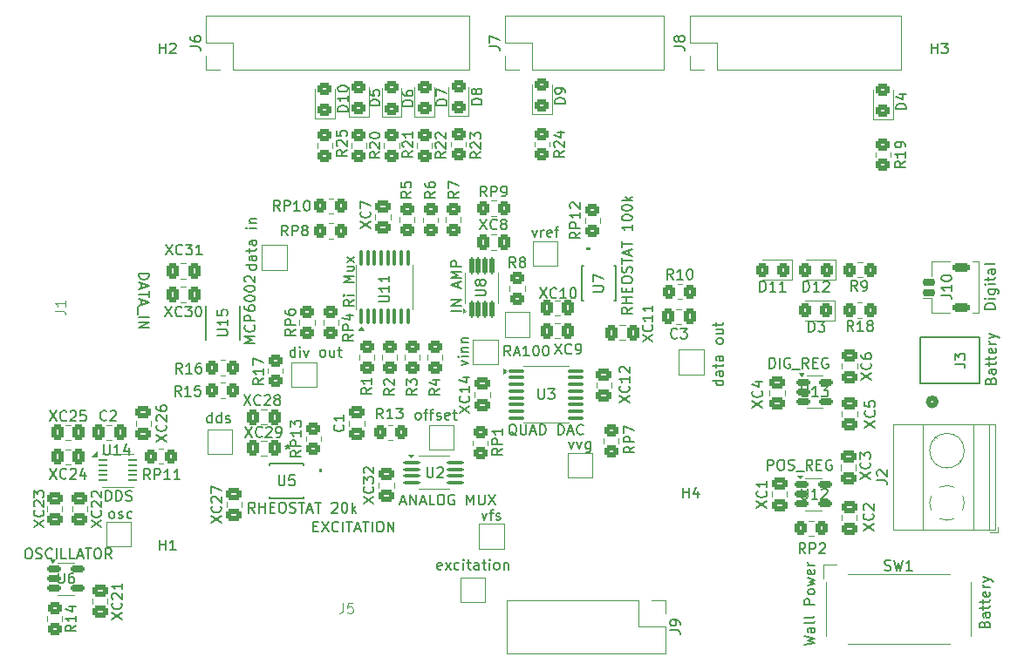
<source format=gbr>
%TF.GenerationSoftware,KiCad,Pcbnew,8.0.8*%
%TF.CreationDate,2025-07-15T12:33:29-07:00*%
%TF.ProjectId,complete_SR1,636f6d70-6c65-4746-955f-5352312e6b69,rev?*%
%TF.SameCoordinates,Original*%
%TF.FileFunction,Legend,Top*%
%TF.FilePolarity,Positive*%
%FSLAX46Y46*%
G04 Gerber Fmt 4.6, Leading zero omitted, Abs format (unit mm)*
G04 Created by KiCad (PCBNEW 8.0.8) date 2025-07-15 12:33:29*
%MOMM*%
%LPD*%
G01*
G04 APERTURE LIST*
G04 Aperture macros list*
%AMRoundRect*
0 Rectangle with rounded corners*
0 $1 Rounding radius*
0 $2 $3 $4 $5 $6 $7 $8 $9 X,Y pos of 4 corners*
0 Add a 4 corners polygon primitive as box body*
4,1,4,$2,$3,$4,$5,$6,$7,$8,$9,$2,$3,0*
0 Add four circle primitives for the rounded corners*
1,1,$1+$1,$2,$3*
1,1,$1+$1,$4,$5*
1,1,$1+$1,$6,$7*
1,1,$1+$1,$8,$9*
0 Add four rect primitives between the rounded corners*
20,1,$1+$1,$2,$3,$4,$5,0*
20,1,$1+$1,$4,$5,$6,$7,0*
20,1,$1+$1,$6,$7,$8,$9,0*
20,1,$1+$1,$8,$9,$2,$3,0*%
G04 Aperture macros list end*
%ADD10C,0.150000*%
%ADD11C,0.100000*%
%ADD12C,0.120000*%
%ADD13C,0.152400*%
%ADD14C,0.508000*%
%ADD15C,0.000000*%
%ADD16R,2.000000X2.000000*%
%ADD17C,1.700000*%
%ADD18RoundRect,0.100000X0.100000X-0.637500X0.100000X0.637500X-0.100000X0.637500X-0.100000X-0.637500X0*%
%ADD19RoundRect,0.125000X0.125000X-0.687500X0.125000X0.687500X-0.125000X0.687500X-0.125000X-0.687500X0*%
%ADD20RoundRect,0.100000X-0.637500X-0.100000X0.637500X-0.100000X0.637500X0.100000X-0.637500X0.100000X0*%
%ADD21RoundRect,0.250000X-0.350000X-0.450000X0.350000X-0.450000X0.350000X0.450000X-0.350000X0.450000X0*%
%ADD22RoundRect,0.250000X0.337500X0.475000X-0.337500X0.475000X-0.337500X-0.475000X0.337500X-0.475000X0*%
%ADD23RoundRect,0.150000X0.475000X-0.150000X0.475000X0.150000X-0.475000X0.150000X-0.475000X-0.150000X0*%
%ADD24RoundRect,0.225000X0.625000X-0.225000X0.625000X0.225000X-0.625000X0.225000X-0.625000X-0.225000X0*%
%ADD25C,1.066800*%
%ADD26C,5.600000*%
%ADD27C,2.000000*%
%ADD28R,1.700000X1.700000*%
%ADD29O,1.700000X1.700000*%
%ADD30R,2.600000X2.600000*%
%ADD31C,2.600000*%
%ADD32RoundRect,0.250000X-0.475000X0.337500X-0.475000X-0.337500X0.475000X-0.337500X0.475000X0.337500X0*%
%ADD33RoundRect,0.250000X-0.337500X-0.475000X0.337500X-0.475000X0.337500X0.475000X-0.337500X0.475000X0*%
%ADD34RoundRect,0.250000X0.475000X-0.337500X0.475000X0.337500X-0.475000X0.337500X-0.475000X-0.337500X0*%
%ADD35R,0.457200X1.524000*%
%ADD36RoundRect,0.062500X-0.365000X-0.062500X0.365000X-0.062500X0.365000X0.062500X-0.365000X0.062500X0*%
%ADD37R,1.640000X2.380000*%
%ADD38RoundRect,0.150000X-0.512500X-0.150000X0.512500X-0.150000X0.512500X0.150000X-0.512500X0.150000X0*%
%ADD39R,0.330200X1.524000*%
%ADD40R,1.524000X0.330200*%
%ADD41RoundRect,0.100000X-0.712500X-0.100000X0.712500X-0.100000X0.712500X0.100000X-0.712500X0.100000X0*%
%ADD42RoundRect,0.250000X0.450000X-0.350000X0.450000X0.350000X-0.450000X0.350000X-0.450000X-0.350000X0*%
%ADD43RoundRect,0.250000X0.350000X0.450000X-0.350000X0.450000X-0.350000X-0.450000X0.350000X-0.450000X0*%
%ADD44RoundRect,0.250000X-0.450000X0.350000X-0.450000X-0.350000X0.450000X-0.350000X0.450000X0.350000X0*%
%ADD45C,1.905000*%
%ADD46C,3.810000*%
%ADD47RoundRect,0.250000X0.325000X0.450000X-0.325000X0.450000X-0.325000X-0.450000X0.325000X-0.450000X0*%
%ADD48RoundRect,0.250000X0.450000X-0.325000X0.450000X0.325000X-0.450000X0.325000X-0.450000X-0.325000X0*%
G04 APERTURE END LIST*
D10*
X89069819Y-73758458D02*
X90069819Y-73520363D01*
X90069819Y-73520363D02*
X89355533Y-73329887D01*
X89355533Y-73329887D02*
X90069819Y-73139411D01*
X90069819Y-73139411D02*
X89069819Y-72901316D01*
X90069819Y-72091792D02*
X89546009Y-72091792D01*
X89546009Y-72091792D02*
X89450771Y-72139411D01*
X89450771Y-72139411D02*
X89403152Y-72234649D01*
X89403152Y-72234649D02*
X89403152Y-72425125D01*
X89403152Y-72425125D02*
X89450771Y-72520363D01*
X90022200Y-72091792D02*
X90069819Y-72187030D01*
X90069819Y-72187030D02*
X90069819Y-72425125D01*
X90069819Y-72425125D02*
X90022200Y-72520363D01*
X90022200Y-72520363D02*
X89926961Y-72567982D01*
X89926961Y-72567982D02*
X89831723Y-72567982D01*
X89831723Y-72567982D02*
X89736485Y-72520363D01*
X89736485Y-72520363D02*
X89688866Y-72425125D01*
X89688866Y-72425125D02*
X89688866Y-72187030D01*
X89688866Y-72187030D02*
X89641247Y-72091792D01*
X90069819Y-71472744D02*
X90022200Y-71567982D01*
X90022200Y-71567982D02*
X89926961Y-71615601D01*
X89926961Y-71615601D02*
X89069819Y-71615601D01*
X90069819Y-70948934D02*
X90022200Y-71044172D01*
X90022200Y-71044172D02*
X89926961Y-71091791D01*
X89926961Y-71091791D02*
X89069819Y-71091791D01*
X90069819Y-69806076D02*
X89069819Y-69806076D01*
X89069819Y-69806076D02*
X89069819Y-69425124D01*
X89069819Y-69425124D02*
X89117438Y-69329886D01*
X89117438Y-69329886D02*
X89165057Y-69282267D01*
X89165057Y-69282267D02*
X89260295Y-69234648D01*
X89260295Y-69234648D02*
X89403152Y-69234648D01*
X89403152Y-69234648D02*
X89498390Y-69282267D01*
X89498390Y-69282267D02*
X89546009Y-69329886D01*
X89546009Y-69329886D02*
X89593628Y-69425124D01*
X89593628Y-69425124D02*
X89593628Y-69806076D01*
X90069819Y-68663219D02*
X90022200Y-68758457D01*
X90022200Y-68758457D02*
X89974580Y-68806076D01*
X89974580Y-68806076D02*
X89879342Y-68853695D01*
X89879342Y-68853695D02*
X89593628Y-68853695D01*
X89593628Y-68853695D02*
X89498390Y-68806076D01*
X89498390Y-68806076D02*
X89450771Y-68758457D01*
X89450771Y-68758457D02*
X89403152Y-68663219D01*
X89403152Y-68663219D02*
X89403152Y-68520362D01*
X89403152Y-68520362D02*
X89450771Y-68425124D01*
X89450771Y-68425124D02*
X89498390Y-68377505D01*
X89498390Y-68377505D02*
X89593628Y-68329886D01*
X89593628Y-68329886D02*
X89879342Y-68329886D01*
X89879342Y-68329886D02*
X89974580Y-68377505D01*
X89974580Y-68377505D02*
X90022200Y-68425124D01*
X90022200Y-68425124D02*
X90069819Y-68520362D01*
X90069819Y-68520362D02*
X90069819Y-68663219D01*
X89403152Y-67996552D02*
X90069819Y-67806076D01*
X90069819Y-67806076D02*
X89593628Y-67615600D01*
X89593628Y-67615600D02*
X90069819Y-67425124D01*
X90069819Y-67425124D02*
X89403152Y-67234648D01*
X90022200Y-66472743D02*
X90069819Y-66567981D01*
X90069819Y-66567981D02*
X90069819Y-66758457D01*
X90069819Y-66758457D02*
X90022200Y-66853695D01*
X90022200Y-66853695D02*
X89926961Y-66901314D01*
X89926961Y-66901314D02*
X89546009Y-66901314D01*
X89546009Y-66901314D02*
X89450771Y-66853695D01*
X89450771Y-66853695D02*
X89403152Y-66758457D01*
X89403152Y-66758457D02*
X89403152Y-66567981D01*
X89403152Y-66567981D02*
X89450771Y-66472743D01*
X89450771Y-66472743D02*
X89546009Y-66425124D01*
X89546009Y-66425124D02*
X89641247Y-66425124D01*
X89641247Y-66425124D02*
X89736485Y-66901314D01*
X90069819Y-65996552D02*
X89403152Y-65996552D01*
X89593628Y-65996552D02*
X89498390Y-65948933D01*
X89498390Y-65948933D02*
X89450771Y-65901314D01*
X89450771Y-65901314D02*
X89403152Y-65806076D01*
X89403152Y-65806076D02*
X89403152Y-65710838D01*
X106546009Y-71729887D02*
X106593628Y-71587030D01*
X106593628Y-71587030D02*
X106641247Y-71539411D01*
X106641247Y-71539411D02*
X106736485Y-71491792D01*
X106736485Y-71491792D02*
X106879342Y-71491792D01*
X106879342Y-71491792D02*
X106974580Y-71539411D01*
X106974580Y-71539411D02*
X107022200Y-71587030D01*
X107022200Y-71587030D02*
X107069819Y-71682268D01*
X107069819Y-71682268D02*
X107069819Y-72063220D01*
X107069819Y-72063220D02*
X106069819Y-72063220D01*
X106069819Y-72063220D02*
X106069819Y-71729887D01*
X106069819Y-71729887D02*
X106117438Y-71634649D01*
X106117438Y-71634649D02*
X106165057Y-71587030D01*
X106165057Y-71587030D02*
X106260295Y-71539411D01*
X106260295Y-71539411D02*
X106355533Y-71539411D01*
X106355533Y-71539411D02*
X106450771Y-71587030D01*
X106450771Y-71587030D02*
X106498390Y-71634649D01*
X106498390Y-71634649D02*
X106546009Y-71729887D01*
X106546009Y-71729887D02*
X106546009Y-72063220D01*
X107069819Y-70634649D02*
X106546009Y-70634649D01*
X106546009Y-70634649D02*
X106450771Y-70682268D01*
X106450771Y-70682268D02*
X106403152Y-70777506D01*
X106403152Y-70777506D02*
X106403152Y-70967982D01*
X106403152Y-70967982D02*
X106450771Y-71063220D01*
X107022200Y-70634649D02*
X107069819Y-70729887D01*
X107069819Y-70729887D02*
X107069819Y-70967982D01*
X107069819Y-70967982D02*
X107022200Y-71063220D01*
X107022200Y-71063220D02*
X106926961Y-71110839D01*
X106926961Y-71110839D02*
X106831723Y-71110839D01*
X106831723Y-71110839D02*
X106736485Y-71063220D01*
X106736485Y-71063220D02*
X106688866Y-70967982D01*
X106688866Y-70967982D02*
X106688866Y-70729887D01*
X106688866Y-70729887D02*
X106641247Y-70634649D01*
X106403152Y-70301315D02*
X106403152Y-69920363D01*
X106069819Y-70158458D02*
X106926961Y-70158458D01*
X106926961Y-70158458D02*
X107022200Y-70110839D01*
X107022200Y-70110839D02*
X107069819Y-70015601D01*
X107069819Y-70015601D02*
X107069819Y-69920363D01*
X106403152Y-69729886D02*
X106403152Y-69348934D01*
X106069819Y-69587029D02*
X106926961Y-69587029D01*
X106926961Y-69587029D02*
X107022200Y-69539410D01*
X107022200Y-69539410D02*
X107069819Y-69444172D01*
X107069819Y-69444172D02*
X107069819Y-69348934D01*
X107022200Y-68634648D02*
X107069819Y-68729886D01*
X107069819Y-68729886D02*
X107069819Y-68920362D01*
X107069819Y-68920362D02*
X107022200Y-69015600D01*
X107022200Y-69015600D02*
X106926961Y-69063219D01*
X106926961Y-69063219D02*
X106546009Y-69063219D01*
X106546009Y-69063219D02*
X106450771Y-69015600D01*
X106450771Y-69015600D02*
X106403152Y-68920362D01*
X106403152Y-68920362D02*
X106403152Y-68729886D01*
X106403152Y-68729886D02*
X106450771Y-68634648D01*
X106450771Y-68634648D02*
X106546009Y-68587029D01*
X106546009Y-68587029D02*
X106641247Y-68587029D01*
X106641247Y-68587029D02*
X106736485Y-69063219D01*
X107069819Y-68158457D02*
X106403152Y-68158457D01*
X106593628Y-68158457D02*
X106498390Y-68110838D01*
X106498390Y-68110838D02*
X106450771Y-68063219D01*
X106450771Y-68063219D02*
X106403152Y-67967981D01*
X106403152Y-67967981D02*
X106403152Y-67872743D01*
X106403152Y-67634647D02*
X107069819Y-67396552D01*
X106403152Y-67158457D02*
X107069819Y-67396552D01*
X107069819Y-67396552D02*
X107307914Y-67491790D01*
X107307914Y-67491790D02*
X107355533Y-67539409D01*
X107355533Y-67539409D02*
X107403152Y-67634647D01*
X51508094Y-51844819D02*
X51412856Y-51797200D01*
X51412856Y-51797200D02*
X51365237Y-51749580D01*
X51365237Y-51749580D02*
X51317618Y-51654342D01*
X51317618Y-51654342D02*
X51317618Y-51368628D01*
X51317618Y-51368628D02*
X51365237Y-51273390D01*
X51365237Y-51273390D02*
X51412856Y-51225771D01*
X51412856Y-51225771D02*
X51508094Y-51178152D01*
X51508094Y-51178152D02*
X51650951Y-51178152D01*
X51650951Y-51178152D02*
X51746189Y-51225771D01*
X51746189Y-51225771D02*
X51793808Y-51273390D01*
X51793808Y-51273390D02*
X51841427Y-51368628D01*
X51841427Y-51368628D02*
X51841427Y-51654342D01*
X51841427Y-51654342D02*
X51793808Y-51749580D01*
X51793808Y-51749580D02*
X51746189Y-51797200D01*
X51746189Y-51797200D02*
X51650951Y-51844819D01*
X51650951Y-51844819D02*
X51508094Y-51844819D01*
X52127142Y-51178152D02*
X52508094Y-51178152D01*
X52269999Y-51844819D02*
X52269999Y-50987676D01*
X52269999Y-50987676D02*
X52317618Y-50892438D01*
X52317618Y-50892438D02*
X52412856Y-50844819D01*
X52412856Y-50844819D02*
X52508094Y-50844819D01*
X52698571Y-51178152D02*
X53079523Y-51178152D01*
X52841428Y-51844819D02*
X52841428Y-50987676D01*
X52841428Y-50987676D02*
X52889047Y-50892438D01*
X52889047Y-50892438D02*
X52984285Y-50844819D01*
X52984285Y-50844819D02*
X53079523Y-50844819D01*
X53365238Y-51797200D02*
X53460476Y-51844819D01*
X53460476Y-51844819D02*
X53650952Y-51844819D01*
X53650952Y-51844819D02*
X53746190Y-51797200D01*
X53746190Y-51797200D02*
X53793809Y-51701961D01*
X53793809Y-51701961D02*
X53793809Y-51654342D01*
X53793809Y-51654342D02*
X53746190Y-51559104D01*
X53746190Y-51559104D02*
X53650952Y-51511485D01*
X53650952Y-51511485D02*
X53508095Y-51511485D01*
X53508095Y-51511485D02*
X53412857Y-51463866D01*
X53412857Y-51463866D02*
X53365238Y-51368628D01*
X53365238Y-51368628D02*
X53365238Y-51321009D01*
X53365238Y-51321009D02*
X53412857Y-51225771D01*
X53412857Y-51225771D02*
X53508095Y-51178152D01*
X53508095Y-51178152D02*
X53650952Y-51178152D01*
X53650952Y-51178152D02*
X53746190Y-51225771D01*
X54603333Y-51797200D02*
X54508095Y-51844819D01*
X54508095Y-51844819D02*
X54317619Y-51844819D01*
X54317619Y-51844819D02*
X54222381Y-51797200D01*
X54222381Y-51797200D02*
X54174762Y-51701961D01*
X54174762Y-51701961D02*
X54174762Y-51321009D01*
X54174762Y-51321009D02*
X54222381Y-51225771D01*
X54222381Y-51225771D02*
X54317619Y-51178152D01*
X54317619Y-51178152D02*
X54508095Y-51178152D01*
X54508095Y-51178152D02*
X54603333Y-51225771D01*
X54603333Y-51225771D02*
X54650952Y-51321009D01*
X54650952Y-51321009D02*
X54650952Y-51416247D01*
X54650952Y-51416247D02*
X54174762Y-51511485D01*
X54936667Y-51178152D02*
X55317619Y-51178152D01*
X55079524Y-50844819D02*
X55079524Y-51701961D01*
X55079524Y-51701961D02*
X55127143Y-51797200D01*
X55127143Y-51797200D02*
X55222381Y-51844819D01*
X55222381Y-51844819D02*
X55317619Y-51844819D01*
X31557142Y-52154819D02*
X31557142Y-51154819D01*
X31557142Y-52107200D02*
X31461904Y-52154819D01*
X31461904Y-52154819D02*
X31271428Y-52154819D01*
X31271428Y-52154819D02*
X31176190Y-52107200D01*
X31176190Y-52107200D02*
X31128571Y-52059580D01*
X31128571Y-52059580D02*
X31080952Y-51964342D01*
X31080952Y-51964342D02*
X31080952Y-51678628D01*
X31080952Y-51678628D02*
X31128571Y-51583390D01*
X31128571Y-51583390D02*
X31176190Y-51535771D01*
X31176190Y-51535771D02*
X31271428Y-51488152D01*
X31271428Y-51488152D02*
X31461904Y-51488152D01*
X31461904Y-51488152D02*
X31557142Y-51535771D01*
X32461904Y-52154819D02*
X32461904Y-51154819D01*
X32461904Y-52107200D02*
X32366666Y-52154819D01*
X32366666Y-52154819D02*
X32176190Y-52154819D01*
X32176190Y-52154819D02*
X32080952Y-52107200D01*
X32080952Y-52107200D02*
X32033333Y-52059580D01*
X32033333Y-52059580D02*
X31985714Y-51964342D01*
X31985714Y-51964342D02*
X31985714Y-51678628D01*
X31985714Y-51678628D02*
X32033333Y-51583390D01*
X32033333Y-51583390D02*
X32080952Y-51535771D01*
X32080952Y-51535771D02*
X32176190Y-51488152D01*
X32176190Y-51488152D02*
X32366666Y-51488152D01*
X32366666Y-51488152D02*
X32461904Y-51535771D01*
X32890476Y-52107200D02*
X32985714Y-52154819D01*
X32985714Y-52154819D02*
X33176190Y-52154819D01*
X33176190Y-52154819D02*
X33271428Y-52107200D01*
X33271428Y-52107200D02*
X33319047Y-52011961D01*
X33319047Y-52011961D02*
X33319047Y-51964342D01*
X33319047Y-51964342D02*
X33271428Y-51869104D01*
X33271428Y-51869104D02*
X33176190Y-51821485D01*
X33176190Y-51821485D02*
X33033333Y-51821485D01*
X33033333Y-51821485D02*
X32938095Y-51773866D01*
X32938095Y-51773866D02*
X32890476Y-51678628D01*
X32890476Y-51678628D02*
X32890476Y-51631009D01*
X32890476Y-51631009D02*
X32938095Y-51535771D01*
X32938095Y-51535771D02*
X33033333Y-51488152D01*
X33033333Y-51488152D02*
X33176190Y-51488152D01*
X33176190Y-51488152D02*
X33271428Y-51535771D01*
X81194819Y-48047619D02*
X80194819Y-48047619D01*
X81147200Y-48047619D02*
X81194819Y-48142857D01*
X81194819Y-48142857D02*
X81194819Y-48333333D01*
X81194819Y-48333333D02*
X81147200Y-48428571D01*
X81147200Y-48428571D02*
X81099580Y-48476190D01*
X81099580Y-48476190D02*
X81004342Y-48523809D01*
X81004342Y-48523809D02*
X80718628Y-48523809D01*
X80718628Y-48523809D02*
X80623390Y-48476190D01*
X80623390Y-48476190D02*
X80575771Y-48428571D01*
X80575771Y-48428571D02*
X80528152Y-48333333D01*
X80528152Y-48333333D02*
X80528152Y-48142857D01*
X80528152Y-48142857D02*
X80575771Y-48047619D01*
X81194819Y-47142857D02*
X80671009Y-47142857D01*
X80671009Y-47142857D02*
X80575771Y-47190476D01*
X80575771Y-47190476D02*
X80528152Y-47285714D01*
X80528152Y-47285714D02*
X80528152Y-47476190D01*
X80528152Y-47476190D02*
X80575771Y-47571428D01*
X81147200Y-47142857D02*
X81194819Y-47238095D01*
X81194819Y-47238095D02*
X81194819Y-47476190D01*
X81194819Y-47476190D02*
X81147200Y-47571428D01*
X81147200Y-47571428D02*
X81051961Y-47619047D01*
X81051961Y-47619047D02*
X80956723Y-47619047D01*
X80956723Y-47619047D02*
X80861485Y-47571428D01*
X80861485Y-47571428D02*
X80813866Y-47476190D01*
X80813866Y-47476190D02*
X80813866Y-47238095D01*
X80813866Y-47238095D02*
X80766247Y-47142857D01*
X80528152Y-46809523D02*
X80528152Y-46428571D01*
X80194819Y-46666666D02*
X81051961Y-46666666D01*
X81051961Y-46666666D02*
X81147200Y-46619047D01*
X81147200Y-46619047D02*
X81194819Y-46523809D01*
X81194819Y-46523809D02*
X81194819Y-46428571D01*
X81194819Y-45666666D02*
X80671009Y-45666666D01*
X80671009Y-45666666D02*
X80575771Y-45714285D01*
X80575771Y-45714285D02*
X80528152Y-45809523D01*
X80528152Y-45809523D02*
X80528152Y-45999999D01*
X80528152Y-45999999D02*
X80575771Y-46095237D01*
X81147200Y-45666666D02*
X81194819Y-45761904D01*
X81194819Y-45761904D02*
X81194819Y-45999999D01*
X81194819Y-45999999D02*
X81147200Y-46095237D01*
X81147200Y-46095237D02*
X81051961Y-46142856D01*
X81051961Y-46142856D02*
X80956723Y-46142856D01*
X80956723Y-46142856D02*
X80861485Y-46095237D01*
X80861485Y-46095237D02*
X80813866Y-45999999D01*
X80813866Y-45999999D02*
X80813866Y-45761904D01*
X80813866Y-45761904D02*
X80766247Y-45666666D01*
X81194819Y-44285713D02*
X81147200Y-44380951D01*
X81147200Y-44380951D02*
X81099580Y-44428570D01*
X81099580Y-44428570D02*
X81004342Y-44476189D01*
X81004342Y-44476189D02*
X80718628Y-44476189D01*
X80718628Y-44476189D02*
X80623390Y-44428570D01*
X80623390Y-44428570D02*
X80575771Y-44380951D01*
X80575771Y-44380951D02*
X80528152Y-44285713D01*
X80528152Y-44285713D02*
X80528152Y-44142856D01*
X80528152Y-44142856D02*
X80575771Y-44047618D01*
X80575771Y-44047618D02*
X80623390Y-43999999D01*
X80623390Y-43999999D02*
X80718628Y-43952380D01*
X80718628Y-43952380D02*
X81004342Y-43952380D01*
X81004342Y-43952380D02*
X81099580Y-43999999D01*
X81099580Y-43999999D02*
X81147200Y-44047618D01*
X81147200Y-44047618D02*
X81194819Y-44142856D01*
X81194819Y-44142856D02*
X81194819Y-44285713D01*
X80528152Y-43095237D02*
X81194819Y-43095237D01*
X80528152Y-43523808D02*
X81051961Y-43523808D01*
X81051961Y-43523808D02*
X81147200Y-43476189D01*
X81147200Y-43476189D02*
X81194819Y-43380951D01*
X81194819Y-43380951D02*
X81194819Y-43238094D01*
X81194819Y-43238094D02*
X81147200Y-43142856D01*
X81147200Y-43142856D02*
X81099580Y-43095237D01*
X80528152Y-42761903D02*
X80528152Y-42380951D01*
X80194819Y-42619046D02*
X81051961Y-42619046D01*
X81051961Y-42619046D02*
X81147200Y-42571427D01*
X81147200Y-42571427D02*
X81194819Y-42476189D01*
X81194819Y-42476189D02*
X81194819Y-42380951D01*
X47754819Y-40395594D02*
X48564342Y-40395594D01*
X48564342Y-40395594D02*
X48659580Y-40347975D01*
X48659580Y-40347975D02*
X48707200Y-40300356D01*
X48707200Y-40300356D02*
X48754819Y-40205118D01*
X48754819Y-40205118D02*
X48754819Y-40014642D01*
X48754819Y-40014642D02*
X48707200Y-39919404D01*
X48707200Y-39919404D02*
X48659580Y-39871785D01*
X48659580Y-39871785D02*
X48564342Y-39824166D01*
X48564342Y-39824166D02*
X47754819Y-39824166D01*
X48754819Y-38824166D02*
X48754819Y-39395594D01*
X48754819Y-39109880D02*
X47754819Y-39109880D01*
X47754819Y-39109880D02*
X47897676Y-39205118D01*
X47897676Y-39205118D02*
X47992914Y-39300356D01*
X47992914Y-39300356D02*
X48040533Y-39395594D01*
X48754819Y-37871785D02*
X48754819Y-38443213D01*
X48754819Y-38157499D02*
X47754819Y-38157499D01*
X47754819Y-38157499D02*
X47897676Y-38252737D01*
X47897676Y-38252737D02*
X47992914Y-38347975D01*
X47992914Y-38347975D02*
X48040533Y-38443213D01*
X45324819Y-40208095D02*
X44848628Y-40541428D01*
X45324819Y-40779523D02*
X44324819Y-40779523D01*
X44324819Y-40779523D02*
X44324819Y-40398571D01*
X44324819Y-40398571D02*
X44372438Y-40303333D01*
X44372438Y-40303333D02*
X44420057Y-40255714D01*
X44420057Y-40255714D02*
X44515295Y-40208095D01*
X44515295Y-40208095D02*
X44658152Y-40208095D01*
X44658152Y-40208095D02*
X44753390Y-40255714D01*
X44753390Y-40255714D02*
X44801009Y-40303333D01*
X44801009Y-40303333D02*
X44848628Y-40398571D01*
X44848628Y-40398571D02*
X44848628Y-40779523D01*
X45324819Y-39779523D02*
X44658152Y-39779523D01*
X44324819Y-39779523D02*
X44372438Y-39827142D01*
X44372438Y-39827142D02*
X44420057Y-39779523D01*
X44420057Y-39779523D02*
X44372438Y-39731904D01*
X44372438Y-39731904D02*
X44324819Y-39779523D01*
X44324819Y-39779523D02*
X44420057Y-39779523D01*
X45324819Y-38541428D02*
X44324819Y-38541428D01*
X44324819Y-38541428D02*
X45039104Y-38208095D01*
X45039104Y-38208095D02*
X44324819Y-37874762D01*
X44324819Y-37874762D02*
X45324819Y-37874762D01*
X44658152Y-36970000D02*
X45324819Y-36970000D01*
X44658152Y-37398571D02*
X45181961Y-37398571D01*
X45181961Y-37398571D02*
X45277200Y-37350952D01*
X45277200Y-37350952D02*
X45324819Y-37255714D01*
X45324819Y-37255714D02*
X45324819Y-37112857D01*
X45324819Y-37112857D02*
X45277200Y-37017619D01*
X45277200Y-37017619D02*
X45229580Y-36970000D01*
X45324819Y-36589047D02*
X44658152Y-36065238D01*
X44658152Y-36589047D02*
X45324819Y-36065238D01*
X57129819Y-39811904D02*
X57939342Y-39811904D01*
X57939342Y-39811904D02*
X58034580Y-39764285D01*
X58034580Y-39764285D02*
X58082200Y-39716666D01*
X58082200Y-39716666D02*
X58129819Y-39621428D01*
X58129819Y-39621428D02*
X58129819Y-39430952D01*
X58129819Y-39430952D02*
X58082200Y-39335714D01*
X58082200Y-39335714D02*
X58034580Y-39288095D01*
X58034580Y-39288095D02*
X57939342Y-39240476D01*
X57939342Y-39240476D02*
X57129819Y-39240476D01*
X57558390Y-38621428D02*
X57510771Y-38716666D01*
X57510771Y-38716666D02*
X57463152Y-38764285D01*
X57463152Y-38764285D02*
X57367914Y-38811904D01*
X57367914Y-38811904D02*
X57320295Y-38811904D01*
X57320295Y-38811904D02*
X57225057Y-38764285D01*
X57225057Y-38764285D02*
X57177438Y-38716666D01*
X57177438Y-38716666D02*
X57129819Y-38621428D01*
X57129819Y-38621428D02*
X57129819Y-38430952D01*
X57129819Y-38430952D02*
X57177438Y-38335714D01*
X57177438Y-38335714D02*
X57225057Y-38288095D01*
X57225057Y-38288095D02*
X57320295Y-38240476D01*
X57320295Y-38240476D02*
X57367914Y-38240476D01*
X57367914Y-38240476D02*
X57463152Y-38288095D01*
X57463152Y-38288095D02*
X57510771Y-38335714D01*
X57510771Y-38335714D02*
X57558390Y-38430952D01*
X57558390Y-38430952D02*
X57558390Y-38621428D01*
X57558390Y-38621428D02*
X57606009Y-38716666D01*
X57606009Y-38716666D02*
X57653628Y-38764285D01*
X57653628Y-38764285D02*
X57748866Y-38811904D01*
X57748866Y-38811904D02*
X57939342Y-38811904D01*
X57939342Y-38811904D02*
X58034580Y-38764285D01*
X58034580Y-38764285D02*
X58082200Y-38716666D01*
X58082200Y-38716666D02*
X58129819Y-38621428D01*
X58129819Y-38621428D02*
X58129819Y-38430952D01*
X58129819Y-38430952D02*
X58082200Y-38335714D01*
X58082200Y-38335714D02*
X58034580Y-38288095D01*
X58034580Y-38288095D02*
X57939342Y-38240476D01*
X57939342Y-38240476D02*
X57748866Y-38240476D01*
X57748866Y-38240476D02*
X57653628Y-38288095D01*
X57653628Y-38288095D02*
X57606009Y-38335714D01*
X57606009Y-38335714D02*
X57558390Y-38430952D01*
X55734819Y-41264761D02*
X54734819Y-41264761D01*
X55734819Y-40788571D02*
X54734819Y-40788571D01*
X54734819Y-40788571D02*
X55734819Y-40217143D01*
X55734819Y-40217143D02*
X54734819Y-40217143D01*
X55449104Y-39026666D02*
X55449104Y-38550476D01*
X55734819Y-39121904D02*
X54734819Y-38788571D01*
X54734819Y-38788571D02*
X55734819Y-38455238D01*
X55734819Y-38121904D02*
X54734819Y-38121904D01*
X54734819Y-38121904D02*
X55449104Y-37788571D01*
X55449104Y-37788571D02*
X54734819Y-37455238D01*
X54734819Y-37455238D02*
X55734819Y-37455238D01*
X55734819Y-36979047D02*
X54734819Y-36979047D01*
X54734819Y-36979047D02*
X54734819Y-36598095D01*
X54734819Y-36598095D02*
X54782438Y-36502857D01*
X54782438Y-36502857D02*
X54830057Y-36455238D01*
X54830057Y-36455238D02*
X54925295Y-36407619D01*
X54925295Y-36407619D02*
X55068152Y-36407619D01*
X55068152Y-36407619D02*
X55163390Y-36455238D01*
X55163390Y-36455238D02*
X55211009Y-36502857D01*
X55211009Y-36502857D02*
X55258628Y-36598095D01*
X55258628Y-36598095D02*
X55258628Y-36979047D01*
X63238095Y-48854819D02*
X63238095Y-49664342D01*
X63238095Y-49664342D02*
X63285714Y-49759580D01*
X63285714Y-49759580D02*
X63333333Y-49807200D01*
X63333333Y-49807200D02*
X63428571Y-49854819D01*
X63428571Y-49854819D02*
X63619047Y-49854819D01*
X63619047Y-49854819D02*
X63714285Y-49807200D01*
X63714285Y-49807200D02*
X63761904Y-49759580D01*
X63761904Y-49759580D02*
X63809523Y-49664342D01*
X63809523Y-49664342D02*
X63809523Y-48854819D01*
X64190476Y-48854819D02*
X64809523Y-48854819D01*
X64809523Y-48854819D02*
X64476190Y-49235771D01*
X64476190Y-49235771D02*
X64619047Y-49235771D01*
X64619047Y-49235771D02*
X64714285Y-49283390D01*
X64714285Y-49283390D02*
X64761904Y-49331009D01*
X64761904Y-49331009D02*
X64809523Y-49426247D01*
X64809523Y-49426247D02*
X64809523Y-49664342D01*
X64809523Y-49664342D02*
X64761904Y-49759580D01*
X64761904Y-49759580D02*
X64714285Y-49807200D01*
X64714285Y-49807200D02*
X64619047Y-49854819D01*
X64619047Y-49854819D02*
X64333333Y-49854819D01*
X64333333Y-49854819D02*
X64238095Y-49807200D01*
X64238095Y-49807200D02*
X64190476Y-49759580D01*
X61119047Y-53400057D02*
X61023809Y-53352438D01*
X61023809Y-53352438D02*
X60928571Y-53257200D01*
X60928571Y-53257200D02*
X60785714Y-53114342D01*
X60785714Y-53114342D02*
X60690476Y-53066723D01*
X60690476Y-53066723D02*
X60595238Y-53066723D01*
X60642857Y-53304819D02*
X60547619Y-53257200D01*
X60547619Y-53257200D02*
X60452381Y-53161961D01*
X60452381Y-53161961D02*
X60404762Y-52971485D01*
X60404762Y-52971485D02*
X60404762Y-52638152D01*
X60404762Y-52638152D02*
X60452381Y-52447676D01*
X60452381Y-52447676D02*
X60547619Y-52352438D01*
X60547619Y-52352438D02*
X60642857Y-52304819D01*
X60642857Y-52304819D02*
X60833333Y-52304819D01*
X60833333Y-52304819D02*
X60928571Y-52352438D01*
X60928571Y-52352438D02*
X61023809Y-52447676D01*
X61023809Y-52447676D02*
X61071428Y-52638152D01*
X61071428Y-52638152D02*
X61071428Y-52971485D01*
X61071428Y-52971485D02*
X61023809Y-53161961D01*
X61023809Y-53161961D02*
X60928571Y-53257200D01*
X60928571Y-53257200D02*
X60833333Y-53304819D01*
X60833333Y-53304819D02*
X60642857Y-53304819D01*
X61500000Y-52304819D02*
X61500000Y-53114342D01*
X61500000Y-53114342D02*
X61547619Y-53209580D01*
X61547619Y-53209580D02*
X61595238Y-53257200D01*
X61595238Y-53257200D02*
X61690476Y-53304819D01*
X61690476Y-53304819D02*
X61880952Y-53304819D01*
X61880952Y-53304819D02*
X61976190Y-53257200D01*
X61976190Y-53257200D02*
X62023809Y-53209580D01*
X62023809Y-53209580D02*
X62071428Y-53114342D01*
X62071428Y-53114342D02*
X62071428Y-52304819D01*
X62500000Y-53019104D02*
X62976190Y-53019104D01*
X62404762Y-53304819D02*
X62738095Y-52304819D01*
X62738095Y-52304819D02*
X63071428Y-53304819D01*
X63404762Y-53304819D02*
X63404762Y-52304819D01*
X63404762Y-52304819D02*
X63642857Y-52304819D01*
X63642857Y-52304819D02*
X63785714Y-52352438D01*
X63785714Y-52352438D02*
X63880952Y-52447676D01*
X63880952Y-52447676D02*
X63928571Y-52542914D01*
X63928571Y-52542914D02*
X63976190Y-52733390D01*
X63976190Y-52733390D02*
X63976190Y-52876247D01*
X63976190Y-52876247D02*
X63928571Y-53066723D01*
X63928571Y-53066723D02*
X63880952Y-53161961D01*
X63880952Y-53161961D02*
X63785714Y-53257200D01*
X63785714Y-53257200D02*
X63642857Y-53304819D01*
X63642857Y-53304819D02*
X63404762Y-53304819D01*
X65166667Y-53304819D02*
X65166667Y-52304819D01*
X65166667Y-52304819D02*
X65404762Y-52304819D01*
X65404762Y-52304819D02*
X65547619Y-52352438D01*
X65547619Y-52352438D02*
X65642857Y-52447676D01*
X65642857Y-52447676D02*
X65690476Y-52542914D01*
X65690476Y-52542914D02*
X65738095Y-52733390D01*
X65738095Y-52733390D02*
X65738095Y-52876247D01*
X65738095Y-52876247D02*
X65690476Y-53066723D01*
X65690476Y-53066723D02*
X65642857Y-53161961D01*
X65642857Y-53161961D02*
X65547619Y-53257200D01*
X65547619Y-53257200D02*
X65404762Y-53304819D01*
X65404762Y-53304819D02*
X65166667Y-53304819D01*
X66119048Y-53019104D02*
X66595238Y-53019104D01*
X66023810Y-53304819D02*
X66357143Y-52304819D01*
X66357143Y-52304819D02*
X66690476Y-53304819D01*
X67595238Y-53209580D02*
X67547619Y-53257200D01*
X67547619Y-53257200D02*
X67404762Y-53304819D01*
X67404762Y-53304819D02*
X67309524Y-53304819D01*
X67309524Y-53304819D02*
X67166667Y-53257200D01*
X67166667Y-53257200D02*
X67071429Y-53161961D01*
X67071429Y-53161961D02*
X67023810Y-53066723D01*
X67023810Y-53066723D02*
X66976191Y-52876247D01*
X66976191Y-52876247D02*
X66976191Y-52733390D01*
X66976191Y-52733390D02*
X67023810Y-52542914D01*
X67023810Y-52542914D02*
X67071429Y-52447676D01*
X67071429Y-52447676D02*
X67166667Y-52352438D01*
X67166667Y-52352438D02*
X67309524Y-52304819D01*
X67309524Y-52304819D02*
X67404762Y-52304819D01*
X67404762Y-52304819D02*
X67547619Y-52352438D01*
X67547619Y-52352438D02*
X67595238Y-52400057D01*
X76317142Y-38224819D02*
X75983809Y-37748628D01*
X75745714Y-38224819D02*
X75745714Y-37224819D01*
X75745714Y-37224819D02*
X76126666Y-37224819D01*
X76126666Y-37224819D02*
X76221904Y-37272438D01*
X76221904Y-37272438D02*
X76269523Y-37320057D01*
X76269523Y-37320057D02*
X76317142Y-37415295D01*
X76317142Y-37415295D02*
X76317142Y-37558152D01*
X76317142Y-37558152D02*
X76269523Y-37653390D01*
X76269523Y-37653390D02*
X76221904Y-37701009D01*
X76221904Y-37701009D02*
X76126666Y-37748628D01*
X76126666Y-37748628D02*
X75745714Y-37748628D01*
X77269523Y-38224819D02*
X76698095Y-38224819D01*
X76983809Y-38224819D02*
X76983809Y-37224819D01*
X76983809Y-37224819D02*
X76888571Y-37367676D01*
X76888571Y-37367676D02*
X76793333Y-37462914D01*
X76793333Y-37462914D02*
X76698095Y-37510533D01*
X77888571Y-37224819D02*
X77983809Y-37224819D01*
X77983809Y-37224819D02*
X78079047Y-37272438D01*
X78079047Y-37272438D02*
X78126666Y-37320057D01*
X78126666Y-37320057D02*
X78174285Y-37415295D01*
X78174285Y-37415295D02*
X78221904Y-37605771D01*
X78221904Y-37605771D02*
X78221904Y-37843866D01*
X78221904Y-37843866D02*
X78174285Y-38034342D01*
X78174285Y-38034342D02*
X78126666Y-38129580D01*
X78126666Y-38129580D02*
X78079047Y-38177200D01*
X78079047Y-38177200D02*
X77983809Y-38224819D01*
X77983809Y-38224819D02*
X77888571Y-38224819D01*
X77888571Y-38224819D02*
X77793333Y-38177200D01*
X77793333Y-38177200D02*
X77745714Y-38129580D01*
X77745714Y-38129580D02*
X77698095Y-38034342D01*
X77698095Y-38034342D02*
X77650476Y-37843866D01*
X77650476Y-37843866D02*
X77650476Y-37605771D01*
X77650476Y-37605771D02*
X77698095Y-37415295D01*
X77698095Y-37415295D02*
X77745714Y-37320057D01*
X77745714Y-37320057D02*
X77793333Y-37272438D01*
X77793333Y-37272438D02*
X77888571Y-37224819D01*
X76723333Y-43879580D02*
X76675714Y-43927200D01*
X76675714Y-43927200D02*
X76532857Y-43974819D01*
X76532857Y-43974819D02*
X76437619Y-43974819D01*
X76437619Y-43974819D02*
X76294762Y-43927200D01*
X76294762Y-43927200D02*
X76199524Y-43831961D01*
X76199524Y-43831961D02*
X76151905Y-43736723D01*
X76151905Y-43736723D02*
X76104286Y-43546247D01*
X76104286Y-43546247D02*
X76104286Y-43403390D01*
X76104286Y-43403390D02*
X76151905Y-43212914D01*
X76151905Y-43212914D02*
X76199524Y-43117676D01*
X76199524Y-43117676D02*
X76294762Y-43022438D01*
X76294762Y-43022438D02*
X76437619Y-42974819D01*
X76437619Y-42974819D02*
X76532857Y-42974819D01*
X76532857Y-42974819D02*
X76675714Y-43022438D01*
X76675714Y-43022438D02*
X76723333Y-43070057D01*
X77056667Y-42974819D02*
X77675714Y-42974819D01*
X77675714Y-42974819D02*
X77342381Y-43355771D01*
X77342381Y-43355771D02*
X77485238Y-43355771D01*
X77485238Y-43355771D02*
X77580476Y-43403390D01*
X77580476Y-43403390D02*
X77628095Y-43451009D01*
X77628095Y-43451009D02*
X77675714Y-43546247D01*
X77675714Y-43546247D02*
X77675714Y-43784342D01*
X77675714Y-43784342D02*
X77628095Y-43879580D01*
X77628095Y-43879580D02*
X77580476Y-43927200D01*
X77580476Y-43927200D02*
X77485238Y-43974819D01*
X77485238Y-43974819D02*
X77199524Y-43974819D01*
X77199524Y-43974819D02*
X77104286Y-43927200D01*
X77104286Y-43927200D02*
X77056667Y-43879580D01*
X102354819Y-39759523D02*
X103069104Y-39759523D01*
X103069104Y-39759523D02*
X103211961Y-39807142D01*
X103211961Y-39807142D02*
X103307200Y-39902380D01*
X103307200Y-39902380D02*
X103354819Y-40045237D01*
X103354819Y-40045237D02*
X103354819Y-40140475D01*
X103354819Y-38759523D02*
X103354819Y-39330951D01*
X103354819Y-39045237D02*
X102354819Y-39045237D01*
X102354819Y-39045237D02*
X102497676Y-39140475D01*
X102497676Y-39140475D02*
X102592914Y-39235713D01*
X102592914Y-39235713D02*
X102640533Y-39330951D01*
X102354819Y-38140475D02*
X102354819Y-38045237D01*
X102354819Y-38045237D02*
X102402438Y-37949999D01*
X102402438Y-37949999D02*
X102450057Y-37902380D01*
X102450057Y-37902380D02*
X102545295Y-37854761D01*
X102545295Y-37854761D02*
X102735771Y-37807142D01*
X102735771Y-37807142D02*
X102973866Y-37807142D01*
X102973866Y-37807142D02*
X103164342Y-37854761D01*
X103164342Y-37854761D02*
X103259580Y-37902380D01*
X103259580Y-37902380D02*
X103307200Y-37949999D01*
X103307200Y-37949999D02*
X103354819Y-38045237D01*
X103354819Y-38045237D02*
X103354819Y-38140475D01*
X103354819Y-38140475D02*
X103307200Y-38235713D01*
X103307200Y-38235713D02*
X103259580Y-38283332D01*
X103259580Y-38283332D02*
X103164342Y-38330951D01*
X103164342Y-38330951D02*
X102973866Y-38378570D01*
X102973866Y-38378570D02*
X102735771Y-38378570D01*
X102735771Y-38378570D02*
X102545295Y-38330951D01*
X102545295Y-38330951D02*
X102450057Y-38283332D01*
X102450057Y-38283332D02*
X102402438Y-38235713D01*
X102402438Y-38235713D02*
X102354819Y-38140475D01*
X107594819Y-41090475D02*
X106594819Y-41090475D01*
X106594819Y-41090475D02*
X106594819Y-40852380D01*
X106594819Y-40852380D02*
X106642438Y-40709523D01*
X106642438Y-40709523D02*
X106737676Y-40614285D01*
X106737676Y-40614285D02*
X106832914Y-40566666D01*
X106832914Y-40566666D02*
X107023390Y-40519047D01*
X107023390Y-40519047D02*
X107166247Y-40519047D01*
X107166247Y-40519047D02*
X107356723Y-40566666D01*
X107356723Y-40566666D02*
X107451961Y-40614285D01*
X107451961Y-40614285D02*
X107547200Y-40709523D01*
X107547200Y-40709523D02*
X107594819Y-40852380D01*
X107594819Y-40852380D02*
X107594819Y-41090475D01*
X107594819Y-40090475D02*
X106928152Y-40090475D01*
X106594819Y-40090475D02*
X106642438Y-40138094D01*
X106642438Y-40138094D02*
X106690057Y-40090475D01*
X106690057Y-40090475D02*
X106642438Y-40042856D01*
X106642438Y-40042856D02*
X106594819Y-40090475D01*
X106594819Y-40090475D02*
X106690057Y-40090475D01*
X106928152Y-39185714D02*
X107737676Y-39185714D01*
X107737676Y-39185714D02*
X107832914Y-39233333D01*
X107832914Y-39233333D02*
X107880533Y-39280952D01*
X107880533Y-39280952D02*
X107928152Y-39376190D01*
X107928152Y-39376190D02*
X107928152Y-39519047D01*
X107928152Y-39519047D02*
X107880533Y-39614285D01*
X107547200Y-39185714D02*
X107594819Y-39280952D01*
X107594819Y-39280952D02*
X107594819Y-39471428D01*
X107594819Y-39471428D02*
X107547200Y-39566666D01*
X107547200Y-39566666D02*
X107499580Y-39614285D01*
X107499580Y-39614285D02*
X107404342Y-39661904D01*
X107404342Y-39661904D02*
X107118628Y-39661904D01*
X107118628Y-39661904D02*
X107023390Y-39614285D01*
X107023390Y-39614285D02*
X106975771Y-39566666D01*
X106975771Y-39566666D02*
X106928152Y-39471428D01*
X106928152Y-39471428D02*
X106928152Y-39280952D01*
X106928152Y-39280952D02*
X106975771Y-39185714D01*
X107594819Y-38709523D02*
X106928152Y-38709523D01*
X106594819Y-38709523D02*
X106642438Y-38757142D01*
X106642438Y-38757142D02*
X106690057Y-38709523D01*
X106690057Y-38709523D02*
X106642438Y-38661904D01*
X106642438Y-38661904D02*
X106594819Y-38709523D01*
X106594819Y-38709523D02*
X106690057Y-38709523D01*
X106928152Y-38376190D02*
X106928152Y-37995238D01*
X106594819Y-38233333D02*
X107451961Y-38233333D01*
X107451961Y-38233333D02*
X107547200Y-38185714D01*
X107547200Y-38185714D02*
X107594819Y-38090476D01*
X107594819Y-38090476D02*
X107594819Y-37995238D01*
X107594819Y-37233333D02*
X107071009Y-37233333D01*
X107071009Y-37233333D02*
X106975771Y-37280952D01*
X106975771Y-37280952D02*
X106928152Y-37376190D01*
X106928152Y-37376190D02*
X106928152Y-37566666D01*
X106928152Y-37566666D02*
X106975771Y-37661904D01*
X107547200Y-37233333D02*
X107594819Y-37328571D01*
X107594819Y-37328571D02*
X107594819Y-37566666D01*
X107594819Y-37566666D02*
X107547200Y-37661904D01*
X107547200Y-37661904D02*
X107451961Y-37709523D01*
X107451961Y-37709523D02*
X107356723Y-37709523D01*
X107356723Y-37709523D02*
X107261485Y-37661904D01*
X107261485Y-37661904D02*
X107213866Y-37566666D01*
X107213866Y-37566666D02*
X107213866Y-37328571D01*
X107213866Y-37328571D02*
X107166247Y-37233333D01*
X107594819Y-36614285D02*
X107547200Y-36709523D01*
X107547200Y-36709523D02*
X107451961Y-36757142D01*
X107451961Y-36757142D02*
X106594819Y-36757142D01*
X103654819Y-46433333D02*
X104369104Y-46433333D01*
X104369104Y-46433333D02*
X104511961Y-46480952D01*
X104511961Y-46480952D02*
X104607200Y-46576190D01*
X104607200Y-46576190D02*
X104654819Y-46719047D01*
X104654819Y-46719047D02*
X104654819Y-46814285D01*
X103654819Y-46052380D02*
X103654819Y-45433333D01*
X103654819Y-45433333D02*
X104035771Y-45766666D01*
X104035771Y-45766666D02*
X104035771Y-45623809D01*
X104035771Y-45623809D02*
X104083390Y-45528571D01*
X104083390Y-45528571D02*
X104131009Y-45480952D01*
X104131009Y-45480952D02*
X104226247Y-45433333D01*
X104226247Y-45433333D02*
X104464342Y-45433333D01*
X104464342Y-45433333D02*
X104559580Y-45480952D01*
X104559580Y-45480952D02*
X104607200Y-45528571D01*
X104607200Y-45528571D02*
X104654819Y-45623809D01*
X104654819Y-45623809D02*
X104654819Y-45909523D01*
X104654819Y-45909523D02*
X104607200Y-46004761D01*
X104607200Y-46004761D02*
X104559580Y-46052380D01*
X107141009Y-48061429D02*
X107188628Y-47918572D01*
X107188628Y-47918572D02*
X107236247Y-47870953D01*
X107236247Y-47870953D02*
X107331485Y-47823334D01*
X107331485Y-47823334D02*
X107474342Y-47823334D01*
X107474342Y-47823334D02*
X107569580Y-47870953D01*
X107569580Y-47870953D02*
X107617200Y-47918572D01*
X107617200Y-47918572D02*
X107664819Y-48013810D01*
X107664819Y-48013810D02*
X107664819Y-48394762D01*
X107664819Y-48394762D02*
X106664819Y-48394762D01*
X106664819Y-48394762D02*
X106664819Y-48061429D01*
X106664819Y-48061429D02*
X106712438Y-47966191D01*
X106712438Y-47966191D02*
X106760057Y-47918572D01*
X106760057Y-47918572D02*
X106855295Y-47870953D01*
X106855295Y-47870953D02*
X106950533Y-47870953D01*
X106950533Y-47870953D02*
X107045771Y-47918572D01*
X107045771Y-47918572D02*
X107093390Y-47966191D01*
X107093390Y-47966191D02*
X107141009Y-48061429D01*
X107141009Y-48061429D02*
X107141009Y-48394762D01*
X107664819Y-46966191D02*
X107141009Y-46966191D01*
X107141009Y-46966191D02*
X107045771Y-47013810D01*
X107045771Y-47013810D02*
X106998152Y-47109048D01*
X106998152Y-47109048D02*
X106998152Y-47299524D01*
X106998152Y-47299524D02*
X107045771Y-47394762D01*
X107617200Y-46966191D02*
X107664819Y-47061429D01*
X107664819Y-47061429D02*
X107664819Y-47299524D01*
X107664819Y-47299524D02*
X107617200Y-47394762D01*
X107617200Y-47394762D02*
X107521961Y-47442381D01*
X107521961Y-47442381D02*
X107426723Y-47442381D01*
X107426723Y-47442381D02*
X107331485Y-47394762D01*
X107331485Y-47394762D02*
X107283866Y-47299524D01*
X107283866Y-47299524D02*
X107283866Y-47061429D01*
X107283866Y-47061429D02*
X107236247Y-46966191D01*
X106998152Y-46632857D02*
X106998152Y-46251905D01*
X106664819Y-46490000D02*
X107521961Y-46490000D01*
X107521961Y-46490000D02*
X107617200Y-46442381D01*
X107617200Y-46442381D02*
X107664819Y-46347143D01*
X107664819Y-46347143D02*
X107664819Y-46251905D01*
X106998152Y-46061428D02*
X106998152Y-45680476D01*
X106664819Y-45918571D02*
X107521961Y-45918571D01*
X107521961Y-45918571D02*
X107617200Y-45870952D01*
X107617200Y-45870952D02*
X107664819Y-45775714D01*
X107664819Y-45775714D02*
X107664819Y-45680476D01*
X107617200Y-44966190D02*
X107664819Y-45061428D01*
X107664819Y-45061428D02*
X107664819Y-45251904D01*
X107664819Y-45251904D02*
X107617200Y-45347142D01*
X107617200Y-45347142D02*
X107521961Y-45394761D01*
X107521961Y-45394761D02*
X107141009Y-45394761D01*
X107141009Y-45394761D02*
X107045771Y-45347142D01*
X107045771Y-45347142D02*
X106998152Y-45251904D01*
X106998152Y-45251904D02*
X106998152Y-45061428D01*
X106998152Y-45061428D02*
X107045771Y-44966190D01*
X107045771Y-44966190D02*
X107141009Y-44918571D01*
X107141009Y-44918571D02*
X107236247Y-44918571D01*
X107236247Y-44918571D02*
X107331485Y-45394761D01*
X107664819Y-44489999D02*
X106998152Y-44489999D01*
X107188628Y-44489999D02*
X107093390Y-44442380D01*
X107093390Y-44442380D02*
X107045771Y-44394761D01*
X107045771Y-44394761D02*
X106998152Y-44299523D01*
X106998152Y-44299523D02*
X106998152Y-44204285D01*
X106998152Y-43966189D02*
X107664819Y-43728094D01*
X106998152Y-43489999D02*
X107664819Y-43728094D01*
X107664819Y-43728094D02*
X107902914Y-43823332D01*
X107902914Y-43823332D02*
X107950533Y-43870951D01*
X107950533Y-43870951D02*
X107998152Y-43966189D01*
X77278095Y-59454819D02*
X77278095Y-58454819D01*
X77278095Y-58931009D02*
X77849523Y-58931009D01*
X77849523Y-59454819D02*
X77849523Y-58454819D01*
X78754285Y-58788152D02*
X78754285Y-59454819D01*
X78516190Y-58407200D02*
X78278095Y-59121485D01*
X78278095Y-59121485D02*
X78897142Y-59121485D01*
X101408095Y-16274819D02*
X101408095Y-15274819D01*
X101408095Y-15751009D02*
X101979523Y-15751009D01*
X101979523Y-16274819D02*
X101979523Y-15274819D01*
X102360476Y-15274819D02*
X102979523Y-15274819D01*
X102979523Y-15274819D02*
X102646190Y-15655771D01*
X102646190Y-15655771D02*
X102789047Y-15655771D01*
X102789047Y-15655771D02*
X102884285Y-15703390D01*
X102884285Y-15703390D02*
X102931904Y-15751009D01*
X102931904Y-15751009D02*
X102979523Y-15846247D01*
X102979523Y-15846247D02*
X102979523Y-16084342D01*
X102979523Y-16084342D02*
X102931904Y-16179580D01*
X102931904Y-16179580D02*
X102884285Y-16227200D01*
X102884285Y-16227200D02*
X102789047Y-16274819D01*
X102789047Y-16274819D02*
X102503333Y-16274819D01*
X102503333Y-16274819D02*
X102408095Y-16227200D01*
X102408095Y-16227200D02*
X102360476Y-16179580D01*
X26478095Y-16274819D02*
X26478095Y-15274819D01*
X26478095Y-15751009D02*
X27049523Y-15751009D01*
X27049523Y-16274819D02*
X27049523Y-15274819D01*
X27478095Y-15370057D02*
X27525714Y-15322438D01*
X27525714Y-15322438D02*
X27620952Y-15274819D01*
X27620952Y-15274819D02*
X27859047Y-15274819D01*
X27859047Y-15274819D02*
X27954285Y-15322438D01*
X27954285Y-15322438D02*
X28001904Y-15370057D01*
X28001904Y-15370057D02*
X28049523Y-15465295D01*
X28049523Y-15465295D02*
X28049523Y-15560533D01*
X28049523Y-15560533D02*
X28001904Y-15703390D01*
X28001904Y-15703390D02*
X27430476Y-16274819D01*
X27430476Y-16274819D02*
X28049523Y-16274819D01*
X26478095Y-64534819D02*
X26478095Y-63534819D01*
X26478095Y-64011009D02*
X27049523Y-64011009D01*
X27049523Y-64534819D02*
X27049523Y-63534819D01*
X28049523Y-64534819D02*
X27478095Y-64534819D01*
X27763809Y-64534819D02*
X27763809Y-63534819D01*
X27763809Y-63534819D02*
X27668571Y-63677676D01*
X27668571Y-63677676D02*
X27573333Y-63772914D01*
X27573333Y-63772914D02*
X27478095Y-63820533D01*
X96866667Y-66457200D02*
X97009524Y-66504819D01*
X97009524Y-66504819D02*
X97247619Y-66504819D01*
X97247619Y-66504819D02*
X97342857Y-66457200D01*
X97342857Y-66457200D02*
X97390476Y-66409580D01*
X97390476Y-66409580D02*
X97438095Y-66314342D01*
X97438095Y-66314342D02*
X97438095Y-66219104D01*
X97438095Y-66219104D02*
X97390476Y-66123866D01*
X97390476Y-66123866D02*
X97342857Y-66076247D01*
X97342857Y-66076247D02*
X97247619Y-66028628D01*
X97247619Y-66028628D02*
X97057143Y-65981009D01*
X97057143Y-65981009D02*
X96961905Y-65933390D01*
X96961905Y-65933390D02*
X96914286Y-65885771D01*
X96914286Y-65885771D02*
X96866667Y-65790533D01*
X96866667Y-65790533D02*
X96866667Y-65695295D01*
X96866667Y-65695295D02*
X96914286Y-65600057D01*
X96914286Y-65600057D02*
X96961905Y-65552438D01*
X96961905Y-65552438D02*
X97057143Y-65504819D01*
X97057143Y-65504819D02*
X97295238Y-65504819D01*
X97295238Y-65504819D02*
X97438095Y-65552438D01*
X97771429Y-65504819D02*
X98009524Y-66504819D01*
X98009524Y-66504819D02*
X98200000Y-65790533D01*
X98200000Y-65790533D02*
X98390476Y-66504819D01*
X98390476Y-66504819D02*
X98628572Y-65504819D01*
X99533333Y-66504819D02*
X98961905Y-66504819D01*
X99247619Y-66504819D02*
X99247619Y-65504819D01*
X99247619Y-65504819D02*
X99152381Y-65647676D01*
X99152381Y-65647676D02*
X99057143Y-65742914D01*
X99057143Y-65742914D02*
X98961905Y-65790533D01*
X76434819Y-15563333D02*
X77149104Y-15563333D01*
X77149104Y-15563333D02*
X77291961Y-15610952D01*
X77291961Y-15610952D02*
X77387200Y-15706190D01*
X77387200Y-15706190D02*
X77434819Y-15849047D01*
X77434819Y-15849047D02*
X77434819Y-15944285D01*
X76863390Y-14944285D02*
X76815771Y-15039523D01*
X76815771Y-15039523D02*
X76768152Y-15087142D01*
X76768152Y-15087142D02*
X76672914Y-15134761D01*
X76672914Y-15134761D02*
X76625295Y-15134761D01*
X76625295Y-15134761D02*
X76530057Y-15087142D01*
X76530057Y-15087142D02*
X76482438Y-15039523D01*
X76482438Y-15039523D02*
X76434819Y-14944285D01*
X76434819Y-14944285D02*
X76434819Y-14753809D01*
X76434819Y-14753809D02*
X76482438Y-14658571D01*
X76482438Y-14658571D02*
X76530057Y-14610952D01*
X76530057Y-14610952D02*
X76625295Y-14563333D01*
X76625295Y-14563333D02*
X76672914Y-14563333D01*
X76672914Y-14563333D02*
X76768152Y-14610952D01*
X76768152Y-14610952D02*
X76815771Y-14658571D01*
X76815771Y-14658571D02*
X76863390Y-14753809D01*
X76863390Y-14753809D02*
X76863390Y-14944285D01*
X76863390Y-14944285D02*
X76911009Y-15039523D01*
X76911009Y-15039523D02*
X76958628Y-15087142D01*
X76958628Y-15087142D02*
X77053866Y-15134761D01*
X77053866Y-15134761D02*
X77244342Y-15134761D01*
X77244342Y-15134761D02*
X77339580Y-15087142D01*
X77339580Y-15087142D02*
X77387200Y-15039523D01*
X77387200Y-15039523D02*
X77434819Y-14944285D01*
X77434819Y-14944285D02*
X77434819Y-14753809D01*
X77434819Y-14753809D02*
X77387200Y-14658571D01*
X77387200Y-14658571D02*
X77339580Y-14610952D01*
X77339580Y-14610952D02*
X77244342Y-14563333D01*
X77244342Y-14563333D02*
X77053866Y-14563333D01*
X77053866Y-14563333D02*
X76958628Y-14610952D01*
X76958628Y-14610952D02*
X76911009Y-14658571D01*
X76911009Y-14658571D02*
X76863390Y-14753809D01*
X96099819Y-57738333D02*
X96814104Y-57738333D01*
X96814104Y-57738333D02*
X96956961Y-57785952D01*
X96956961Y-57785952D02*
X97052200Y-57881190D01*
X97052200Y-57881190D02*
X97099819Y-58024047D01*
X97099819Y-58024047D02*
X97099819Y-58119285D01*
X96195057Y-57309761D02*
X96147438Y-57262142D01*
X96147438Y-57262142D02*
X96099819Y-57166904D01*
X96099819Y-57166904D02*
X96099819Y-56928809D01*
X96099819Y-56928809D02*
X96147438Y-56833571D01*
X96147438Y-56833571D02*
X96195057Y-56785952D01*
X96195057Y-56785952D02*
X96290295Y-56738333D01*
X96290295Y-56738333D02*
X96385533Y-56738333D01*
X96385533Y-56738333D02*
X96528390Y-56785952D01*
X96528390Y-56785952D02*
X97099819Y-57357380D01*
X97099819Y-57357380D02*
X97099819Y-56738333D01*
X46254819Y-59985713D02*
X47254819Y-59319047D01*
X46254819Y-59319047D02*
X47254819Y-59985713D01*
X47159580Y-58366666D02*
X47207200Y-58414285D01*
X47207200Y-58414285D02*
X47254819Y-58557142D01*
X47254819Y-58557142D02*
X47254819Y-58652380D01*
X47254819Y-58652380D02*
X47207200Y-58795237D01*
X47207200Y-58795237D02*
X47111961Y-58890475D01*
X47111961Y-58890475D02*
X47016723Y-58938094D01*
X47016723Y-58938094D02*
X46826247Y-58985713D01*
X46826247Y-58985713D02*
X46683390Y-58985713D01*
X46683390Y-58985713D02*
X46492914Y-58938094D01*
X46492914Y-58938094D02*
X46397676Y-58890475D01*
X46397676Y-58890475D02*
X46302438Y-58795237D01*
X46302438Y-58795237D02*
X46254819Y-58652380D01*
X46254819Y-58652380D02*
X46254819Y-58557142D01*
X46254819Y-58557142D02*
X46302438Y-58414285D01*
X46302438Y-58414285D02*
X46350057Y-58366666D01*
X46254819Y-58033332D02*
X46254819Y-57414285D01*
X46254819Y-57414285D02*
X46635771Y-57747618D01*
X46635771Y-57747618D02*
X46635771Y-57604761D01*
X46635771Y-57604761D02*
X46683390Y-57509523D01*
X46683390Y-57509523D02*
X46731009Y-57461904D01*
X46731009Y-57461904D02*
X46826247Y-57414285D01*
X46826247Y-57414285D02*
X47064342Y-57414285D01*
X47064342Y-57414285D02*
X47159580Y-57461904D01*
X47159580Y-57461904D02*
X47207200Y-57509523D01*
X47207200Y-57509523D02*
X47254819Y-57604761D01*
X47254819Y-57604761D02*
X47254819Y-57890475D01*
X47254819Y-57890475D02*
X47207200Y-57985713D01*
X47207200Y-57985713D02*
X47159580Y-58033332D01*
X46350057Y-57033332D02*
X46302438Y-56985713D01*
X46302438Y-56985713D02*
X46254819Y-56890475D01*
X46254819Y-56890475D02*
X46254819Y-56652380D01*
X46254819Y-56652380D02*
X46302438Y-56557142D01*
X46302438Y-56557142D02*
X46350057Y-56509523D01*
X46350057Y-56509523D02*
X46445295Y-56461904D01*
X46445295Y-56461904D02*
X46540533Y-56461904D01*
X46540533Y-56461904D02*
X46683390Y-56509523D01*
X46683390Y-56509523D02*
X47254819Y-57080951D01*
X47254819Y-57080951D02*
X47254819Y-56461904D01*
X27064286Y-34824819D02*
X27730952Y-35824819D01*
X27730952Y-34824819D02*
X27064286Y-35824819D01*
X28683333Y-35729580D02*
X28635714Y-35777200D01*
X28635714Y-35777200D02*
X28492857Y-35824819D01*
X28492857Y-35824819D02*
X28397619Y-35824819D01*
X28397619Y-35824819D02*
X28254762Y-35777200D01*
X28254762Y-35777200D02*
X28159524Y-35681961D01*
X28159524Y-35681961D02*
X28111905Y-35586723D01*
X28111905Y-35586723D02*
X28064286Y-35396247D01*
X28064286Y-35396247D02*
X28064286Y-35253390D01*
X28064286Y-35253390D02*
X28111905Y-35062914D01*
X28111905Y-35062914D02*
X28159524Y-34967676D01*
X28159524Y-34967676D02*
X28254762Y-34872438D01*
X28254762Y-34872438D02*
X28397619Y-34824819D01*
X28397619Y-34824819D02*
X28492857Y-34824819D01*
X28492857Y-34824819D02*
X28635714Y-34872438D01*
X28635714Y-34872438D02*
X28683333Y-34920057D01*
X29016667Y-34824819D02*
X29635714Y-34824819D01*
X29635714Y-34824819D02*
X29302381Y-35205771D01*
X29302381Y-35205771D02*
X29445238Y-35205771D01*
X29445238Y-35205771D02*
X29540476Y-35253390D01*
X29540476Y-35253390D02*
X29588095Y-35301009D01*
X29588095Y-35301009D02*
X29635714Y-35396247D01*
X29635714Y-35396247D02*
X29635714Y-35634342D01*
X29635714Y-35634342D02*
X29588095Y-35729580D01*
X29588095Y-35729580D02*
X29540476Y-35777200D01*
X29540476Y-35777200D02*
X29445238Y-35824819D01*
X29445238Y-35824819D02*
X29159524Y-35824819D01*
X29159524Y-35824819D02*
X29064286Y-35777200D01*
X29064286Y-35777200D02*
X29016667Y-35729580D01*
X30588095Y-35824819D02*
X30016667Y-35824819D01*
X30302381Y-35824819D02*
X30302381Y-34824819D01*
X30302381Y-34824819D02*
X30207143Y-34967676D01*
X30207143Y-34967676D02*
X30111905Y-35062914D01*
X30111905Y-35062914D02*
X30016667Y-35110533D01*
X27014286Y-40834819D02*
X27680952Y-41834819D01*
X27680952Y-40834819D02*
X27014286Y-41834819D01*
X28633333Y-41739580D02*
X28585714Y-41787200D01*
X28585714Y-41787200D02*
X28442857Y-41834819D01*
X28442857Y-41834819D02*
X28347619Y-41834819D01*
X28347619Y-41834819D02*
X28204762Y-41787200D01*
X28204762Y-41787200D02*
X28109524Y-41691961D01*
X28109524Y-41691961D02*
X28061905Y-41596723D01*
X28061905Y-41596723D02*
X28014286Y-41406247D01*
X28014286Y-41406247D02*
X28014286Y-41263390D01*
X28014286Y-41263390D02*
X28061905Y-41072914D01*
X28061905Y-41072914D02*
X28109524Y-40977676D01*
X28109524Y-40977676D02*
X28204762Y-40882438D01*
X28204762Y-40882438D02*
X28347619Y-40834819D01*
X28347619Y-40834819D02*
X28442857Y-40834819D01*
X28442857Y-40834819D02*
X28585714Y-40882438D01*
X28585714Y-40882438D02*
X28633333Y-40930057D01*
X28966667Y-40834819D02*
X29585714Y-40834819D01*
X29585714Y-40834819D02*
X29252381Y-41215771D01*
X29252381Y-41215771D02*
X29395238Y-41215771D01*
X29395238Y-41215771D02*
X29490476Y-41263390D01*
X29490476Y-41263390D02*
X29538095Y-41311009D01*
X29538095Y-41311009D02*
X29585714Y-41406247D01*
X29585714Y-41406247D02*
X29585714Y-41644342D01*
X29585714Y-41644342D02*
X29538095Y-41739580D01*
X29538095Y-41739580D02*
X29490476Y-41787200D01*
X29490476Y-41787200D02*
X29395238Y-41834819D01*
X29395238Y-41834819D02*
X29109524Y-41834819D01*
X29109524Y-41834819D02*
X29014286Y-41787200D01*
X29014286Y-41787200D02*
X28966667Y-41739580D01*
X30204762Y-40834819D02*
X30300000Y-40834819D01*
X30300000Y-40834819D02*
X30395238Y-40882438D01*
X30395238Y-40882438D02*
X30442857Y-40930057D01*
X30442857Y-40930057D02*
X30490476Y-41025295D01*
X30490476Y-41025295D02*
X30538095Y-41215771D01*
X30538095Y-41215771D02*
X30538095Y-41453866D01*
X30538095Y-41453866D02*
X30490476Y-41644342D01*
X30490476Y-41644342D02*
X30442857Y-41739580D01*
X30442857Y-41739580D02*
X30395238Y-41787200D01*
X30395238Y-41787200D02*
X30300000Y-41834819D01*
X30300000Y-41834819D02*
X30204762Y-41834819D01*
X30204762Y-41834819D02*
X30109524Y-41787200D01*
X30109524Y-41787200D02*
X30061905Y-41739580D01*
X30061905Y-41739580D02*
X30014286Y-41644342D01*
X30014286Y-41644342D02*
X29966667Y-41453866D01*
X29966667Y-41453866D02*
X29966667Y-41215771D01*
X29966667Y-41215771D02*
X30014286Y-41025295D01*
X30014286Y-41025295D02*
X30061905Y-40930057D01*
X30061905Y-40930057D02*
X30109524Y-40882438D01*
X30109524Y-40882438D02*
X30204762Y-40834819D01*
X34814286Y-52554819D02*
X35480952Y-53554819D01*
X35480952Y-52554819D02*
X34814286Y-53554819D01*
X36433333Y-53459580D02*
X36385714Y-53507200D01*
X36385714Y-53507200D02*
X36242857Y-53554819D01*
X36242857Y-53554819D02*
X36147619Y-53554819D01*
X36147619Y-53554819D02*
X36004762Y-53507200D01*
X36004762Y-53507200D02*
X35909524Y-53411961D01*
X35909524Y-53411961D02*
X35861905Y-53316723D01*
X35861905Y-53316723D02*
X35814286Y-53126247D01*
X35814286Y-53126247D02*
X35814286Y-52983390D01*
X35814286Y-52983390D02*
X35861905Y-52792914D01*
X35861905Y-52792914D02*
X35909524Y-52697676D01*
X35909524Y-52697676D02*
X36004762Y-52602438D01*
X36004762Y-52602438D02*
X36147619Y-52554819D01*
X36147619Y-52554819D02*
X36242857Y-52554819D01*
X36242857Y-52554819D02*
X36385714Y-52602438D01*
X36385714Y-52602438D02*
X36433333Y-52650057D01*
X36814286Y-52650057D02*
X36861905Y-52602438D01*
X36861905Y-52602438D02*
X36957143Y-52554819D01*
X36957143Y-52554819D02*
X37195238Y-52554819D01*
X37195238Y-52554819D02*
X37290476Y-52602438D01*
X37290476Y-52602438D02*
X37338095Y-52650057D01*
X37338095Y-52650057D02*
X37385714Y-52745295D01*
X37385714Y-52745295D02*
X37385714Y-52840533D01*
X37385714Y-52840533D02*
X37338095Y-52983390D01*
X37338095Y-52983390D02*
X36766667Y-53554819D01*
X36766667Y-53554819D02*
X37385714Y-53554819D01*
X37861905Y-53554819D02*
X38052381Y-53554819D01*
X38052381Y-53554819D02*
X38147619Y-53507200D01*
X38147619Y-53507200D02*
X38195238Y-53459580D01*
X38195238Y-53459580D02*
X38290476Y-53316723D01*
X38290476Y-53316723D02*
X38338095Y-53126247D01*
X38338095Y-53126247D02*
X38338095Y-52745295D01*
X38338095Y-52745295D02*
X38290476Y-52650057D01*
X38290476Y-52650057D02*
X38242857Y-52602438D01*
X38242857Y-52602438D02*
X38147619Y-52554819D01*
X38147619Y-52554819D02*
X37957143Y-52554819D01*
X37957143Y-52554819D02*
X37861905Y-52602438D01*
X37861905Y-52602438D02*
X37814286Y-52650057D01*
X37814286Y-52650057D02*
X37766667Y-52745295D01*
X37766667Y-52745295D02*
X37766667Y-52983390D01*
X37766667Y-52983390D02*
X37814286Y-53078628D01*
X37814286Y-53078628D02*
X37861905Y-53126247D01*
X37861905Y-53126247D02*
X37957143Y-53173866D01*
X37957143Y-53173866D02*
X38147619Y-53173866D01*
X38147619Y-53173866D02*
X38242857Y-53126247D01*
X38242857Y-53126247D02*
X38290476Y-53078628D01*
X38290476Y-53078628D02*
X38338095Y-52983390D01*
X34651786Y-49454819D02*
X35318452Y-50454819D01*
X35318452Y-49454819D02*
X34651786Y-50454819D01*
X36270833Y-50359580D02*
X36223214Y-50407200D01*
X36223214Y-50407200D02*
X36080357Y-50454819D01*
X36080357Y-50454819D02*
X35985119Y-50454819D01*
X35985119Y-50454819D02*
X35842262Y-50407200D01*
X35842262Y-50407200D02*
X35747024Y-50311961D01*
X35747024Y-50311961D02*
X35699405Y-50216723D01*
X35699405Y-50216723D02*
X35651786Y-50026247D01*
X35651786Y-50026247D02*
X35651786Y-49883390D01*
X35651786Y-49883390D02*
X35699405Y-49692914D01*
X35699405Y-49692914D02*
X35747024Y-49597676D01*
X35747024Y-49597676D02*
X35842262Y-49502438D01*
X35842262Y-49502438D02*
X35985119Y-49454819D01*
X35985119Y-49454819D02*
X36080357Y-49454819D01*
X36080357Y-49454819D02*
X36223214Y-49502438D01*
X36223214Y-49502438D02*
X36270833Y-49550057D01*
X36651786Y-49550057D02*
X36699405Y-49502438D01*
X36699405Y-49502438D02*
X36794643Y-49454819D01*
X36794643Y-49454819D02*
X37032738Y-49454819D01*
X37032738Y-49454819D02*
X37127976Y-49502438D01*
X37127976Y-49502438D02*
X37175595Y-49550057D01*
X37175595Y-49550057D02*
X37223214Y-49645295D01*
X37223214Y-49645295D02*
X37223214Y-49740533D01*
X37223214Y-49740533D02*
X37175595Y-49883390D01*
X37175595Y-49883390D02*
X36604167Y-50454819D01*
X36604167Y-50454819D02*
X37223214Y-50454819D01*
X37794643Y-49883390D02*
X37699405Y-49835771D01*
X37699405Y-49835771D02*
X37651786Y-49788152D01*
X37651786Y-49788152D02*
X37604167Y-49692914D01*
X37604167Y-49692914D02*
X37604167Y-49645295D01*
X37604167Y-49645295D02*
X37651786Y-49550057D01*
X37651786Y-49550057D02*
X37699405Y-49502438D01*
X37699405Y-49502438D02*
X37794643Y-49454819D01*
X37794643Y-49454819D02*
X37985119Y-49454819D01*
X37985119Y-49454819D02*
X38080357Y-49502438D01*
X38080357Y-49502438D02*
X38127976Y-49550057D01*
X38127976Y-49550057D02*
X38175595Y-49645295D01*
X38175595Y-49645295D02*
X38175595Y-49692914D01*
X38175595Y-49692914D02*
X38127976Y-49788152D01*
X38127976Y-49788152D02*
X38080357Y-49835771D01*
X38080357Y-49835771D02*
X37985119Y-49883390D01*
X37985119Y-49883390D02*
X37794643Y-49883390D01*
X37794643Y-49883390D02*
X37699405Y-49931009D01*
X37699405Y-49931009D02*
X37651786Y-49978628D01*
X37651786Y-49978628D02*
X37604167Y-50073866D01*
X37604167Y-50073866D02*
X37604167Y-50264342D01*
X37604167Y-50264342D02*
X37651786Y-50359580D01*
X37651786Y-50359580D02*
X37699405Y-50407200D01*
X37699405Y-50407200D02*
X37794643Y-50454819D01*
X37794643Y-50454819D02*
X37985119Y-50454819D01*
X37985119Y-50454819D02*
X38080357Y-50407200D01*
X38080357Y-50407200D02*
X38127976Y-50359580D01*
X38127976Y-50359580D02*
X38175595Y-50264342D01*
X38175595Y-50264342D02*
X38175595Y-50073866D01*
X38175595Y-50073866D02*
X38127976Y-49978628D01*
X38127976Y-49978628D02*
X38080357Y-49931009D01*
X38080357Y-49931009D02*
X37985119Y-49883390D01*
X31474819Y-61885713D02*
X32474819Y-61219047D01*
X31474819Y-61219047D02*
X32474819Y-61885713D01*
X32379580Y-60266666D02*
X32427200Y-60314285D01*
X32427200Y-60314285D02*
X32474819Y-60457142D01*
X32474819Y-60457142D02*
X32474819Y-60552380D01*
X32474819Y-60552380D02*
X32427200Y-60695237D01*
X32427200Y-60695237D02*
X32331961Y-60790475D01*
X32331961Y-60790475D02*
X32236723Y-60838094D01*
X32236723Y-60838094D02*
X32046247Y-60885713D01*
X32046247Y-60885713D02*
X31903390Y-60885713D01*
X31903390Y-60885713D02*
X31712914Y-60838094D01*
X31712914Y-60838094D02*
X31617676Y-60790475D01*
X31617676Y-60790475D02*
X31522438Y-60695237D01*
X31522438Y-60695237D02*
X31474819Y-60552380D01*
X31474819Y-60552380D02*
X31474819Y-60457142D01*
X31474819Y-60457142D02*
X31522438Y-60314285D01*
X31522438Y-60314285D02*
X31570057Y-60266666D01*
X31570057Y-59885713D02*
X31522438Y-59838094D01*
X31522438Y-59838094D02*
X31474819Y-59742856D01*
X31474819Y-59742856D02*
X31474819Y-59504761D01*
X31474819Y-59504761D02*
X31522438Y-59409523D01*
X31522438Y-59409523D02*
X31570057Y-59361904D01*
X31570057Y-59361904D02*
X31665295Y-59314285D01*
X31665295Y-59314285D02*
X31760533Y-59314285D01*
X31760533Y-59314285D02*
X31903390Y-59361904D01*
X31903390Y-59361904D02*
X32474819Y-59933332D01*
X32474819Y-59933332D02*
X32474819Y-59314285D01*
X31474819Y-58980951D02*
X31474819Y-58314285D01*
X31474819Y-58314285D02*
X32474819Y-58742856D01*
X26154819Y-53985713D02*
X27154819Y-53319047D01*
X26154819Y-53319047D02*
X27154819Y-53985713D01*
X27059580Y-52366666D02*
X27107200Y-52414285D01*
X27107200Y-52414285D02*
X27154819Y-52557142D01*
X27154819Y-52557142D02*
X27154819Y-52652380D01*
X27154819Y-52652380D02*
X27107200Y-52795237D01*
X27107200Y-52795237D02*
X27011961Y-52890475D01*
X27011961Y-52890475D02*
X26916723Y-52938094D01*
X26916723Y-52938094D02*
X26726247Y-52985713D01*
X26726247Y-52985713D02*
X26583390Y-52985713D01*
X26583390Y-52985713D02*
X26392914Y-52938094D01*
X26392914Y-52938094D02*
X26297676Y-52890475D01*
X26297676Y-52890475D02*
X26202438Y-52795237D01*
X26202438Y-52795237D02*
X26154819Y-52652380D01*
X26154819Y-52652380D02*
X26154819Y-52557142D01*
X26154819Y-52557142D02*
X26202438Y-52414285D01*
X26202438Y-52414285D02*
X26250057Y-52366666D01*
X26250057Y-51985713D02*
X26202438Y-51938094D01*
X26202438Y-51938094D02*
X26154819Y-51842856D01*
X26154819Y-51842856D02*
X26154819Y-51604761D01*
X26154819Y-51604761D02*
X26202438Y-51509523D01*
X26202438Y-51509523D02*
X26250057Y-51461904D01*
X26250057Y-51461904D02*
X26345295Y-51414285D01*
X26345295Y-51414285D02*
X26440533Y-51414285D01*
X26440533Y-51414285D02*
X26583390Y-51461904D01*
X26583390Y-51461904D02*
X27154819Y-52033332D01*
X27154819Y-52033332D02*
X27154819Y-51414285D01*
X26154819Y-50557142D02*
X26154819Y-50747618D01*
X26154819Y-50747618D02*
X26202438Y-50842856D01*
X26202438Y-50842856D02*
X26250057Y-50890475D01*
X26250057Y-50890475D02*
X26392914Y-50985713D01*
X26392914Y-50985713D02*
X26583390Y-51033332D01*
X26583390Y-51033332D02*
X26964342Y-51033332D01*
X26964342Y-51033332D02*
X27059580Y-50985713D01*
X27059580Y-50985713D02*
X27107200Y-50938094D01*
X27107200Y-50938094D02*
X27154819Y-50842856D01*
X27154819Y-50842856D02*
X27154819Y-50652380D01*
X27154819Y-50652380D02*
X27107200Y-50557142D01*
X27107200Y-50557142D02*
X27059580Y-50509523D01*
X27059580Y-50509523D02*
X26964342Y-50461904D01*
X26964342Y-50461904D02*
X26726247Y-50461904D01*
X26726247Y-50461904D02*
X26631009Y-50509523D01*
X26631009Y-50509523D02*
X26583390Y-50557142D01*
X26583390Y-50557142D02*
X26535771Y-50652380D01*
X26535771Y-50652380D02*
X26535771Y-50842856D01*
X26535771Y-50842856D02*
X26583390Y-50938094D01*
X26583390Y-50938094D02*
X26631009Y-50985713D01*
X26631009Y-50985713D02*
X26726247Y-51033332D01*
X15814286Y-50992319D02*
X16480952Y-51992319D01*
X16480952Y-50992319D02*
X15814286Y-51992319D01*
X17433333Y-51897080D02*
X17385714Y-51944700D01*
X17385714Y-51944700D02*
X17242857Y-51992319D01*
X17242857Y-51992319D02*
X17147619Y-51992319D01*
X17147619Y-51992319D02*
X17004762Y-51944700D01*
X17004762Y-51944700D02*
X16909524Y-51849461D01*
X16909524Y-51849461D02*
X16861905Y-51754223D01*
X16861905Y-51754223D02*
X16814286Y-51563747D01*
X16814286Y-51563747D02*
X16814286Y-51420890D01*
X16814286Y-51420890D02*
X16861905Y-51230414D01*
X16861905Y-51230414D02*
X16909524Y-51135176D01*
X16909524Y-51135176D02*
X17004762Y-51039938D01*
X17004762Y-51039938D02*
X17147619Y-50992319D01*
X17147619Y-50992319D02*
X17242857Y-50992319D01*
X17242857Y-50992319D02*
X17385714Y-51039938D01*
X17385714Y-51039938D02*
X17433333Y-51087557D01*
X17814286Y-51087557D02*
X17861905Y-51039938D01*
X17861905Y-51039938D02*
X17957143Y-50992319D01*
X17957143Y-50992319D02*
X18195238Y-50992319D01*
X18195238Y-50992319D02*
X18290476Y-51039938D01*
X18290476Y-51039938D02*
X18338095Y-51087557D01*
X18338095Y-51087557D02*
X18385714Y-51182795D01*
X18385714Y-51182795D02*
X18385714Y-51278033D01*
X18385714Y-51278033D02*
X18338095Y-51420890D01*
X18338095Y-51420890D02*
X17766667Y-51992319D01*
X17766667Y-51992319D02*
X18385714Y-51992319D01*
X19290476Y-50992319D02*
X18814286Y-50992319D01*
X18814286Y-50992319D02*
X18766667Y-51468509D01*
X18766667Y-51468509D02*
X18814286Y-51420890D01*
X18814286Y-51420890D02*
X18909524Y-51373271D01*
X18909524Y-51373271D02*
X19147619Y-51373271D01*
X19147619Y-51373271D02*
X19242857Y-51420890D01*
X19242857Y-51420890D02*
X19290476Y-51468509D01*
X19290476Y-51468509D02*
X19338095Y-51563747D01*
X19338095Y-51563747D02*
X19338095Y-51801842D01*
X19338095Y-51801842D02*
X19290476Y-51897080D01*
X19290476Y-51897080D02*
X19242857Y-51944700D01*
X19242857Y-51944700D02*
X19147619Y-51992319D01*
X19147619Y-51992319D02*
X18909524Y-51992319D01*
X18909524Y-51992319D02*
X18814286Y-51944700D01*
X18814286Y-51944700D02*
X18766667Y-51897080D01*
X15804286Y-56607319D02*
X16470952Y-57607319D01*
X16470952Y-56607319D02*
X15804286Y-57607319D01*
X17423333Y-57512080D02*
X17375714Y-57559700D01*
X17375714Y-57559700D02*
X17232857Y-57607319D01*
X17232857Y-57607319D02*
X17137619Y-57607319D01*
X17137619Y-57607319D02*
X16994762Y-57559700D01*
X16994762Y-57559700D02*
X16899524Y-57464461D01*
X16899524Y-57464461D02*
X16851905Y-57369223D01*
X16851905Y-57369223D02*
X16804286Y-57178747D01*
X16804286Y-57178747D02*
X16804286Y-57035890D01*
X16804286Y-57035890D02*
X16851905Y-56845414D01*
X16851905Y-56845414D02*
X16899524Y-56750176D01*
X16899524Y-56750176D02*
X16994762Y-56654938D01*
X16994762Y-56654938D02*
X17137619Y-56607319D01*
X17137619Y-56607319D02*
X17232857Y-56607319D01*
X17232857Y-56607319D02*
X17375714Y-56654938D01*
X17375714Y-56654938D02*
X17423333Y-56702557D01*
X17804286Y-56702557D02*
X17851905Y-56654938D01*
X17851905Y-56654938D02*
X17947143Y-56607319D01*
X17947143Y-56607319D02*
X18185238Y-56607319D01*
X18185238Y-56607319D02*
X18280476Y-56654938D01*
X18280476Y-56654938D02*
X18328095Y-56702557D01*
X18328095Y-56702557D02*
X18375714Y-56797795D01*
X18375714Y-56797795D02*
X18375714Y-56893033D01*
X18375714Y-56893033D02*
X18328095Y-57035890D01*
X18328095Y-57035890D02*
X17756667Y-57607319D01*
X17756667Y-57607319D02*
X18375714Y-57607319D01*
X19232857Y-56940652D02*
X19232857Y-57607319D01*
X18994762Y-56559700D02*
X18756667Y-57273985D01*
X18756667Y-57273985D02*
X19375714Y-57273985D01*
X14254819Y-62285713D02*
X15254819Y-61619047D01*
X14254819Y-61619047D02*
X15254819Y-62285713D01*
X15159580Y-60666666D02*
X15207200Y-60714285D01*
X15207200Y-60714285D02*
X15254819Y-60857142D01*
X15254819Y-60857142D02*
X15254819Y-60952380D01*
X15254819Y-60952380D02*
X15207200Y-61095237D01*
X15207200Y-61095237D02*
X15111961Y-61190475D01*
X15111961Y-61190475D02*
X15016723Y-61238094D01*
X15016723Y-61238094D02*
X14826247Y-61285713D01*
X14826247Y-61285713D02*
X14683390Y-61285713D01*
X14683390Y-61285713D02*
X14492914Y-61238094D01*
X14492914Y-61238094D02*
X14397676Y-61190475D01*
X14397676Y-61190475D02*
X14302438Y-61095237D01*
X14302438Y-61095237D02*
X14254819Y-60952380D01*
X14254819Y-60952380D02*
X14254819Y-60857142D01*
X14254819Y-60857142D02*
X14302438Y-60714285D01*
X14302438Y-60714285D02*
X14350057Y-60666666D01*
X14350057Y-60285713D02*
X14302438Y-60238094D01*
X14302438Y-60238094D02*
X14254819Y-60142856D01*
X14254819Y-60142856D02*
X14254819Y-59904761D01*
X14254819Y-59904761D02*
X14302438Y-59809523D01*
X14302438Y-59809523D02*
X14350057Y-59761904D01*
X14350057Y-59761904D02*
X14445295Y-59714285D01*
X14445295Y-59714285D02*
X14540533Y-59714285D01*
X14540533Y-59714285D02*
X14683390Y-59761904D01*
X14683390Y-59761904D02*
X15254819Y-60333332D01*
X15254819Y-60333332D02*
X15254819Y-59714285D01*
X14254819Y-59380951D02*
X14254819Y-58761904D01*
X14254819Y-58761904D02*
X14635771Y-59095237D01*
X14635771Y-59095237D02*
X14635771Y-58952380D01*
X14635771Y-58952380D02*
X14683390Y-58857142D01*
X14683390Y-58857142D02*
X14731009Y-58809523D01*
X14731009Y-58809523D02*
X14826247Y-58761904D01*
X14826247Y-58761904D02*
X15064342Y-58761904D01*
X15064342Y-58761904D02*
X15159580Y-58809523D01*
X15159580Y-58809523D02*
X15207200Y-58857142D01*
X15207200Y-58857142D02*
X15254819Y-58952380D01*
X15254819Y-58952380D02*
X15254819Y-59238094D01*
X15254819Y-59238094D02*
X15207200Y-59333332D01*
X15207200Y-59333332D02*
X15159580Y-59380951D01*
X19844819Y-62323213D02*
X20844819Y-61656547D01*
X19844819Y-61656547D02*
X20844819Y-62323213D01*
X20749580Y-60704166D02*
X20797200Y-60751785D01*
X20797200Y-60751785D02*
X20844819Y-60894642D01*
X20844819Y-60894642D02*
X20844819Y-60989880D01*
X20844819Y-60989880D02*
X20797200Y-61132737D01*
X20797200Y-61132737D02*
X20701961Y-61227975D01*
X20701961Y-61227975D02*
X20606723Y-61275594D01*
X20606723Y-61275594D02*
X20416247Y-61323213D01*
X20416247Y-61323213D02*
X20273390Y-61323213D01*
X20273390Y-61323213D02*
X20082914Y-61275594D01*
X20082914Y-61275594D02*
X19987676Y-61227975D01*
X19987676Y-61227975D02*
X19892438Y-61132737D01*
X19892438Y-61132737D02*
X19844819Y-60989880D01*
X19844819Y-60989880D02*
X19844819Y-60894642D01*
X19844819Y-60894642D02*
X19892438Y-60751785D01*
X19892438Y-60751785D02*
X19940057Y-60704166D01*
X19940057Y-60323213D02*
X19892438Y-60275594D01*
X19892438Y-60275594D02*
X19844819Y-60180356D01*
X19844819Y-60180356D02*
X19844819Y-59942261D01*
X19844819Y-59942261D02*
X19892438Y-59847023D01*
X19892438Y-59847023D02*
X19940057Y-59799404D01*
X19940057Y-59799404D02*
X20035295Y-59751785D01*
X20035295Y-59751785D02*
X20130533Y-59751785D01*
X20130533Y-59751785D02*
X20273390Y-59799404D01*
X20273390Y-59799404D02*
X20844819Y-60370832D01*
X20844819Y-60370832D02*
X20844819Y-59751785D01*
X19940057Y-59370832D02*
X19892438Y-59323213D01*
X19892438Y-59323213D02*
X19844819Y-59227975D01*
X19844819Y-59227975D02*
X19844819Y-58989880D01*
X19844819Y-58989880D02*
X19892438Y-58894642D01*
X19892438Y-58894642D02*
X19940057Y-58847023D01*
X19940057Y-58847023D02*
X20035295Y-58799404D01*
X20035295Y-58799404D02*
X20130533Y-58799404D01*
X20130533Y-58799404D02*
X20273390Y-58847023D01*
X20273390Y-58847023D02*
X20844819Y-59418451D01*
X20844819Y-59418451D02*
X20844819Y-58799404D01*
X21834819Y-71285713D02*
X22834819Y-70619047D01*
X21834819Y-70619047D02*
X22834819Y-71285713D01*
X22739580Y-69666666D02*
X22787200Y-69714285D01*
X22787200Y-69714285D02*
X22834819Y-69857142D01*
X22834819Y-69857142D02*
X22834819Y-69952380D01*
X22834819Y-69952380D02*
X22787200Y-70095237D01*
X22787200Y-70095237D02*
X22691961Y-70190475D01*
X22691961Y-70190475D02*
X22596723Y-70238094D01*
X22596723Y-70238094D02*
X22406247Y-70285713D01*
X22406247Y-70285713D02*
X22263390Y-70285713D01*
X22263390Y-70285713D02*
X22072914Y-70238094D01*
X22072914Y-70238094D02*
X21977676Y-70190475D01*
X21977676Y-70190475D02*
X21882438Y-70095237D01*
X21882438Y-70095237D02*
X21834819Y-69952380D01*
X21834819Y-69952380D02*
X21834819Y-69857142D01*
X21834819Y-69857142D02*
X21882438Y-69714285D01*
X21882438Y-69714285D02*
X21930057Y-69666666D01*
X21930057Y-69285713D02*
X21882438Y-69238094D01*
X21882438Y-69238094D02*
X21834819Y-69142856D01*
X21834819Y-69142856D02*
X21834819Y-68904761D01*
X21834819Y-68904761D02*
X21882438Y-68809523D01*
X21882438Y-68809523D02*
X21930057Y-68761904D01*
X21930057Y-68761904D02*
X22025295Y-68714285D01*
X22025295Y-68714285D02*
X22120533Y-68714285D01*
X22120533Y-68714285D02*
X22263390Y-68761904D01*
X22263390Y-68761904D02*
X22834819Y-69333332D01*
X22834819Y-69333332D02*
X22834819Y-68714285D01*
X22834819Y-67761904D02*
X22834819Y-68333332D01*
X22834819Y-68047618D02*
X21834819Y-68047618D01*
X21834819Y-68047618D02*
X21977676Y-68142856D01*
X21977676Y-68142856D02*
X22072914Y-68238094D01*
X22072914Y-68238094D02*
X22120533Y-68333332D01*
X55574819Y-51185713D02*
X56574819Y-50519047D01*
X55574819Y-50519047D02*
X56574819Y-51185713D01*
X56479580Y-49566666D02*
X56527200Y-49614285D01*
X56527200Y-49614285D02*
X56574819Y-49757142D01*
X56574819Y-49757142D02*
X56574819Y-49852380D01*
X56574819Y-49852380D02*
X56527200Y-49995237D01*
X56527200Y-49995237D02*
X56431961Y-50090475D01*
X56431961Y-50090475D02*
X56336723Y-50138094D01*
X56336723Y-50138094D02*
X56146247Y-50185713D01*
X56146247Y-50185713D02*
X56003390Y-50185713D01*
X56003390Y-50185713D02*
X55812914Y-50138094D01*
X55812914Y-50138094D02*
X55717676Y-50090475D01*
X55717676Y-50090475D02*
X55622438Y-49995237D01*
X55622438Y-49995237D02*
X55574819Y-49852380D01*
X55574819Y-49852380D02*
X55574819Y-49757142D01*
X55574819Y-49757142D02*
X55622438Y-49614285D01*
X55622438Y-49614285D02*
X55670057Y-49566666D01*
X56574819Y-48614285D02*
X56574819Y-49185713D01*
X56574819Y-48899999D02*
X55574819Y-48899999D01*
X55574819Y-48899999D02*
X55717676Y-48995237D01*
X55717676Y-48995237D02*
X55812914Y-49090475D01*
X55812914Y-49090475D02*
X55860533Y-49185713D01*
X55908152Y-47757142D02*
X56574819Y-47757142D01*
X55527200Y-47995237D02*
X56241485Y-48233332D01*
X56241485Y-48233332D02*
X56241485Y-47614285D01*
X71094819Y-50215713D02*
X72094819Y-49549047D01*
X71094819Y-49549047D02*
X72094819Y-50215713D01*
X71999580Y-48596666D02*
X72047200Y-48644285D01*
X72047200Y-48644285D02*
X72094819Y-48787142D01*
X72094819Y-48787142D02*
X72094819Y-48882380D01*
X72094819Y-48882380D02*
X72047200Y-49025237D01*
X72047200Y-49025237D02*
X71951961Y-49120475D01*
X71951961Y-49120475D02*
X71856723Y-49168094D01*
X71856723Y-49168094D02*
X71666247Y-49215713D01*
X71666247Y-49215713D02*
X71523390Y-49215713D01*
X71523390Y-49215713D02*
X71332914Y-49168094D01*
X71332914Y-49168094D02*
X71237676Y-49120475D01*
X71237676Y-49120475D02*
X71142438Y-49025237D01*
X71142438Y-49025237D02*
X71094819Y-48882380D01*
X71094819Y-48882380D02*
X71094819Y-48787142D01*
X71094819Y-48787142D02*
X71142438Y-48644285D01*
X71142438Y-48644285D02*
X71190057Y-48596666D01*
X72094819Y-47644285D02*
X72094819Y-48215713D01*
X72094819Y-47929999D02*
X71094819Y-47929999D01*
X71094819Y-47929999D02*
X71237676Y-48025237D01*
X71237676Y-48025237D02*
X71332914Y-48120475D01*
X71332914Y-48120475D02*
X71380533Y-48215713D01*
X71190057Y-47263332D02*
X71142438Y-47215713D01*
X71142438Y-47215713D02*
X71094819Y-47120475D01*
X71094819Y-47120475D02*
X71094819Y-46882380D01*
X71094819Y-46882380D02*
X71142438Y-46787142D01*
X71142438Y-46787142D02*
X71190057Y-46739523D01*
X71190057Y-46739523D02*
X71285295Y-46691904D01*
X71285295Y-46691904D02*
X71380533Y-46691904D01*
X71380533Y-46691904D02*
X71523390Y-46739523D01*
X71523390Y-46739523D02*
X72094819Y-47310951D01*
X72094819Y-47310951D02*
X72094819Y-46691904D01*
X73354819Y-44285713D02*
X74354819Y-43619047D01*
X73354819Y-43619047D02*
X74354819Y-44285713D01*
X74259580Y-42666666D02*
X74307200Y-42714285D01*
X74307200Y-42714285D02*
X74354819Y-42857142D01*
X74354819Y-42857142D02*
X74354819Y-42952380D01*
X74354819Y-42952380D02*
X74307200Y-43095237D01*
X74307200Y-43095237D02*
X74211961Y-43190475D01*
X74211961Y-43190475D02*
X74116723Y-43238094D01*
X74116723Y-43238094D02*
X73926247Y-43285713D01*
X73926247Y-43285713D02*
X73783390Y-43285713D01*
X73783390Y-43285713D02*
X73592914Y-43238094D01*
X73592914Y-43238094D02*
X73497676Y-43190475D01*
X73497676Y-43190475D02*
X73402438Y-43095237D01*
X73402438Y-43095237D02*
X73354819Y-42952380D01*
X73354819Y-42952380D02*
X73354819Y-42857142D01*
X73354819Y-42857142D02*
X73402438Y-42714285D01*
X73402438Y-42714285D02*
X73450057Y-42666666D01*
X74354819Y-41714285D02*
X74354819Y-42285713D01*
X74354819Y-41999999D02*
X73354819Y-41999999D01*
X73354819Y-41999999D02*
X73497676Y-42095237D01*
X73497676Y-42095237D02*
X73592914Y-42190475D01*
X73592914Y-42190475D02*
X73640533Y-42285713D01*
X74354819Y-40761904D02*
X74354819Y-41333332D01*
X74354819Y-41047618D02*
X73354819Y-41047618D01*
X73354819Y-41047618D02*
X73497676Y-41142856D01*
X73497676Y-41142856D02*
X73592914Y-41238094D01*
X73592914Y-41238094D02*
X73640533Y-41333332D01*
X63376786Y-39053520D02*
X64043452Y-40053520D01*
X64043452Y-39053520D02*
X63376786Y-40053520D01*
X64995833Y-39958281D02*
X64948214Y-40005901D01*
X64948214Y-40005901D02*
X64805357Y-40053520D01*
X64805357Y-40053520D02*
X64710119Y-40053520D01*
X64710119Y-40053520D02*
X64567262Y-40005901D01*
X64567262Y-40005901D02*
X64472024Y-39910662D01*
X64472024Y-39910662D02*
X64424405Y-39815424D01*
X64424405Y-39815424D02*
X64376786Y-39624948D01*
X64376786Y-39624948D02*
X64376786Y-39482091D01*
X64376786Y-39482091D02*
X64424405Y-39291615D01*
X64424405Y-39291615D02*
X64472024Y-39196377D01*
X64472024Y-39196377D02*
X64567262Y-39101139D01*
X64567262Y-39101139D02*
X64710119Y-39053520D01*
X64710119Y-39053520D02*
X64805357Y-39053520D01*
X64805357Y-39053520D02*
X64948214Y-39101139D01*
X64948214Y-39101139D02*
X64995833Y-39148758D01*
X65948214Y-40053520D02*
X65376786Y-40053520D01*
X65662500Y-40053520D02*
X65662500Y-39053520D01*
X65662500Y-39053520D02*
X65567262Y-39196377D01*
X65567262Y-39196377D02*
X65472024Y-39291615D01*
X65472024Y-39291615D02*
X65376786Y-39339234D01*
X66567262Y-39053520D02*
X66662500Y-39053520D01*
X66662500Y-39053520D02*
X66757738Y-39101139D01*
X66757738Y-39101139D02*
X66805357Y-39148758D01*
X66805357Y-39148758D02*
X66852976Y-39243996D01*
X66852976Y-39243996D02*
X66900595Y-39434472D01*
X66900595Y-39434472D02*
X66900595Y-39672567D01*
X66900595Y-39672567D02*
X66852976Y-39863043D01*
X66852976Y-39863043D02*
X66805357Y-39958281D01*
X66805357Y-39958281D02*
X66757738Y-40005901D01*
X66757738Y-40005901D02*
X66662500Y-40053520D01*
X66662500Y-40053520D02*
X66567262Y-40053520D01*
X66567262Y-40053520D02*
X66472024Y-40005901D01*
X66472024Y-40005901D02*
X66424405Y-39958281D01*
X66424405Y-39958281D02*
X66376786Y-39863043D01*
X66376786Y-39863043D02*
X66329167Y-39672567D01*
X66329167Y-39672567D02*
X66329167Y-39434472D01*
X66329167Y-39434472D02*
X66376786Y-39243996D01*
X66376786Y-39243996D02*
X66424405Y-39148758D01*
X66424405Y-39148758D02*
X66472024Y-39101139D01*
X66472024Y-39101139D02*
X66567262Y-39053520D01*
X64840476Y-44474819D02*
X65507142Y-45474819D01*
X65507142Y-44474819D02*
X64840476Y-45474819D01*
X66459523Y-45379580D02*
X66411904Y-45427200D01*
X66411904Y-45427200D02*
X66269047Y-45474819D01*
X66269047Y-45474819D02*
X66173809Y-45474819D01*
X66173809Y-45474819D02*
X66030952Y-45427200D01*
X66030952Y-45427200D02*
X65935714Y-45331961D01*
X65935714Y-45331961D02*
X65888095Y-45236723D01*
X65888095Y-45236723D02*
X65840476Y-45046247D01*
X65840476Y-45046247D02*
X65840476Y-44903390D01*
X65840476Y-44903390D02*
X65888095Y-44712914D01*
X65888095Y-44712914D02*
X65935714Y-44617676D01*
X65935714Y-44617676D02*
X66030952Y-44522438D01*
X66030952Y-44522438D02*
X66173809Y-44474819D01*
X66173809Y-44474819D02*
X66269047Y-44474819D01*
X66269047Y-44474819D02*
X66411904Y-44522438D01*
X66411904Y-44522438D02*
X66459523Y-44570057D01*
X66935714Y-45474819D02*
X67126190Y-45474819D01*
X67126190Y-45474819D02*
X67221428Y-45427200D01*
X67221428Y-45427200D02*
X67269047Y-45379580D01*
X67269047Y-45379580D02*
X67364285Y-45236723D01*
X67364285Y-45236723D02*
X67411904Y-45046247D01*
X67411904Y-45046247D02*
X67411904Y-44665295D01*
X67411904Y-44665295D02*
X67364285Y-44570057D01*
X67364285Y-44570057D02*
X67316666Y-44522438D01*
X67316666Y-44522438D02*
X67221428Y-44474819D01*
X67221428Y-44474819D02*
X67030952Y-44474819D01*
X67030952Y-44474819D02*
X66935714Y-44522438D01*
X66935714Y-44522438D02*
X66888095Y-44570057D01*
X66888095Y-44570057D02*
X66840476Y-44665295D01*
X66840476Y-44665295D02*
X66840476Y-44903390D01*
X66840476Y-44903390D02*
X66888095Y-44998628D01*
X66888095Y-44998628D02*
X66935714Y-45046247D01*
X66935714Y-45046247D02*
X67030952Y-45093866D01*
X67030952Y-45093866D02*
X67221428Y-45093866D01*
X67221428Y-45093866D02*
X67316666Y-45046247D01*
X67316666Y-45046247D02*
X67364285Y-44998628D01*
X67364285Y-44998628D02*
X67411904Y-44903390D01*
X57590476Y-32374819D02*
X58257142Y-33374819D01*
X58257142Y-32374819D02*
X57590476Y-33374819D01*
X59209523Y-33279580D02*
X59161904Y-33327200D01*
X59161904Y-33327200D02*
X59019047Y-33374819D01*
X59019047Y-33374819D02*
X58923809Y-33374819D01*
X58923809Y-33374819D02*
X58780952Y-33327200D01*
X58780952Y-33327200D02*
X58685714Y-33231961D01*
X58685714Y-33231961D02*
X58638095Y-33136723D01*
X58638095Y-33136723D02*
X58590476Y-32946247D01*
X58590476Y-32946247D02*
X58590476Y-32803390D01*
X58590476Y-32803390D02*
X58638095Y-32612914D01*
X58638095Y-32612914D02*
X58685714Y-32517676D01*
X58685714Y-32517676D02*
X58780952Y-32422438D01*
X58780952Y-32422438D02*
X58923809Y-32374819D01*
X58923809Y-32374819D02*
X59019047Y-32374819D01*
X59019047Y-32374819D02*
X59161904Y-32422438D01*
X59161904Y-32422438D02*
X59209523Y-32470057D01*
X59780952Y-32803390D02*
X59685714Y-32755771D01*
X59685714Y-32755771D02*
X59638095Y-32708152D01*
X59638095Y-32708152D02*
X59590476Y-32612914D01*
X59590476Y-32612914D02*
X59590476Y-32565295D01*
X59590476Y-32565295D02*
X59638095Y-32470057D01*
X59638095Y-32470057D02*
X59685714Y-32422438D01*
X59685714Y-32422438D02*
X59780952Y-32374819D01*
X59780952Y-32374819D02*
X59971428Y-32374819D01*
X59971428Y-32374819D02*
X60066666Y-32422438D01*
X60066666Y-32422438D02*
X60114285Y-32470057D01*
X60114285Y-32470057D02*
X60161904Y-32565295D01*
X60161904Y-32565295D02*
X60161904Y-32612914D01*
X60161904Y-32612914D02*
X60114285Y-32708152D01*
X60114285Y-32708152D02*
X60066666Y-32755771D01*
X60066666Y-32755771D02*
X59971428Y-32803390D01*
X59971428Y-32803390D02*
X59780952Y-32803390D01*
X59780952Y-32803390D02*
X59685714Y-32851009D01*
X59685714Y-32851009D02*
X59638095Y-32898628D01*
X59638095Y-32898628D02*
X59590476Y-32993866D01*
X59590476Y-32993866D02*
X59590476Y-33184342D01*
X59590476Y-33184342D02*
X59638095Y-33279580D01*
X59638095Y-33279580D02*
X59685714Y-33327200D01*
X59685714Y-33327200D02*
X59780952Y-33374819D01*
X59780952Y-33374819D02*
X59971428Y-33374819D01*
X59971428Y-33374819D02*
X60066666Y-33327200D01*
X60066666Y-33327200D02*
X60114285Y-33279580D01*
X60114285Y-33279580D02*
X60161904Y-33184342D01*
X60161904Y-33184342D02*
X60161904Y-32993866D01*
X60161904Y-32993866D02*
X60114285Y-32898628D01*
X60114285Y-32898628D02*
X60066666Y-32851009D01*
X60066666Y-32851009D02*
X59971428Y-32803390D01*
X45964819Y-33242023D02*
X46964819Y-32575357D01*
X45964819Y-32575357D02*
X46964819Y-33242023D01*
X46869580Y-31622976D02*
X46917200Y-31670595D01*
X46917200Y-31670595D02*
X46964819Y-31813452D01*
X46964819Y-31813452D02*
X46964819Y-31908690D01*
X46964819Y-31908690D02*
X46917200Y-32051547D01*
X46917200Y-32051547D02*
X46821961Y-32146785D01*
X46821961Y-32146785D02*
X46726723Y-32194404D01*
X46726723Y-32194404D02*
X46536247Y-32242023D01*
X46536247Y-32242023D02*
X46393390Y-32242023D01*
X46393390Y-32242023D02*
X46202914Y-32194404D01*
X46202914Y-32194404D02*
X46107676Y-32146785D01*
X46107676Y-32146785D02*
X46012438Y-32051547D01*
X46012438Y-32051547D02*
X45964819Y-31908690D01*
X45964819Y-31908690D02*
X45964819Y-31813452D01*
X45964819Y-31813452D02*
X46012438Y-31670595D01*
X46012438Y-31670595D02*
X46060057Y-31622976D01*
X45964819Y-31289642D02*
X45964819Y-30622976D01*
X45964819Y-30622976D02*
X46964819Y-31051547D01*
X94572319Y-47969523D02*
X95572319Y-47302857D01*
X94572319Y-47302857D02*
X95572319Y-47969523D01*
X95477080Y-46350476D02*
X95524700Y-46398095D01*
X95524700Y-46398095D02*
X95572319Y-46540952D01*
X95572319Y-46540952D02*
X95572319Y-46636190D01*
X95572319Y-46636190D02*
X95524700Y-46779047D01*
X95524700Y-46779047D02*
X95429461Y-46874285D01*
X95429461Y-46874285D02*
X95334223Y-46921904D01*
X95334223Y-46921904D02*
X95143747Y-46969523D01*
X95143747Y-46969523D02*
X95000890Y-46969523D01*
X95000890Y-46969523D02*
X94810414Y-46921904D01*
X94810414Y-46921904D02*
X94715176Y-46874285D01*
X94715176Y-46874285D02*
X94619938Y-46779047D01*
X94619938Y-46779047D02*
X94572319Y-46636190D01*
X94572319Y-46636190D02*
X94572319Y-46540952D01*
X94572319Y-46540952D02*
X94619938Y-46398095D01*
X94619938Y-46398095D02*
X94667557Y-46350476D01*
X94572319Y-45493333D02*
X94572319Y-45683809D01*
X94572319Y-45683809D02*
X94619938Y-45779047D01*
X94619938Y-45779047D02*
X94667557Y-45826666D01*
X94667557Y-45826666D02*
X94810414Y-45921904D01*
X94810414Y-45921904D02*
X95000890Y-45969523D01*
X95000890Y-45969523D02*
X95381842Y-45969523D01*
X95381842Y-45969523D02*
X95477080Y-45921904D01*
X95477080Y-45921904D02*
X95524700Y-45874285D01*
X95524700Y-45874285D02*
X95572319Y-45779047D01*
X95572319Y-45779047D02*
X95572319Y-45588571D01*
X95572319Y-45588571D02*
X95524700Y-45493333D01*
X95524700Y-45493333D02*
X95477080Y-45445714D01*
X95477080Y-45445714D02*
X95381842Y-45398095D01*
X95381842Y-45398095D02*
X95143747Y-45398095D01*
X95143747Y-45398095D02*
X95048509Y-45445714D01*
X95048509Y-45445714D02*
X95000890Y-45493333D01*
X95000890Y-45493333D02*
X94953271Y-45588571D01*
X94953271Y-45588571D02*
X94953271Y-45779047D01*
X94953271Y-45779047D02*
X95000890Y-45874285D01*
X95000890Y-45874285D02*
X95048509Y-45921904D01*
X95048509Y-45921904D02*
X95143747Y-45969523D01*
X94929819Y-52607023D02*
X95929819Y-51940357D01*
X94929819Y-51940357D02*
X95929819Y-52607023D01*
X95834580Y-50987976D02*
X95882200Y-51035595D01*
X95882200Y-51035595D02*
X95929819Y-51178452D01*
X95929819Y-51178452D02*
X95929819Y-51273690D01*
X95929819Y-51273690D02*
X95882200Y-51416547D01*
X95882200Y-51416547D02*
X95786961Y-51511785D01*
X95786961Y-51511785D02*
X95691723Y-51559404D01*
X95691723Y-51559404D02*
X95501247Y-51607023D01*
X95501247Y-51607023D02*
X95358390Y-51607023D01*
X95358390Y-51607023D02*
X95167914Y-51559404D01*
X95167914Y-51559404D02*
X95072676Y-51511785D01*
X95072676Y-51511785D02*
X94977438Y-51416547D01*
X94977438Y-51416547D02*
X94929819Y-51273690D01*
X94929819Y-51273690D02*
X94929819Y-51178452D01*
X94929819Y-51178452D02*
X94977438Y-51035595D01*
X94977438Y-51035595D02*
X95025057Y-50987976D01*
X94929819Y-50083214D02*
X94929819Y-50559404D01*
X94929819Y-50559404D02*
X95406009Y-50607023D01*
X95406009Y-50607023D02*
X95358390Y-50559404D01*
X95358390Y-50559404D02*
X95310771Y-50464166D01*
X95310771Y-50464166D02*
X95310771Y-50226071D01*
X95310771Y-50226071D02*
X95358390Y-50130833D01*
X95358390Y-50130833D02*
X95406009Y-50083214D01*
X95406009Y-50083214D02*
X95501247Y-50035595D01*
X95501247Y-50035595D02*
X95739342Y-50035595D01*
X95739342Y-50035595D02*
X95834580Y-50083214D01*
X95834580Y-50083214D02*
X95882200Y-50130833D01*
X95882200Y-50130833D02*
X95929819Y-50226071D01*
X95929819Y-50226071D02*
X95929819Y-50464166D01*
X95929819Y-50464166D02*
X95882200Y-50559404D01*
X95882200Y-50559404D02*
X95834580Y-50607023D01*
X83992319Y-50669523D02*
X84992319Y-50002857D01*
X83992319Y-50002857D02*
X84992319Y-50669523D01*
X84897080Y-49050476D02*
X84944700Y-49098095D01*
X84944700Y-49098095D02*
X84992319Y-49240952D01*
X84992319Y-49240952D02*
X84992319Y-49336190D01*
X84992319Y-49336190D02*
X84944700Y-49479047D01*
X84944700Y-49479047D02*
X84849461Y-49574285D01*
X84849461Y-49574285D02*
X84754223Y-49621904D01*
X84754223Y-49621904D02*
X84563747Y-49669523D01*
X84563747Y-49669523D02*
X84420890Y-49669523D01*
X84420890Y-49669523D02*
X84230414Y-49621904D01*
X84230414Y-49621904D02*
X84135176Y-49574285D01*
X84135176Y-49574285D02*
X84039938Y-49479047D01*
X84039938Y-49479047D02*
X83992319Y-49336190D01*
X83992319Y-49336190D02*
X83992319Y-49240952D01*
X83992319Y-49240952D02*
X84039938Y-49098095D01*
X84039938Y-49098095D02*
X84087557Y-49050476D01*
X84325652Y-48193333D02*
X84992319Y-48193333D01*
X83944700Y-48431428D02*
X84658985Y-48669523D01*
X84658985Y-48669523D02*
X84658985Y-48050476D01*
X94479819Y-57609523D02*
X95479819Y-56942857D01*
X94479819Y-56942857D02*
X95479819Y-57609523D01*
X95384580Y-55990476D02*
X95432200Y-56038095D01*
X95432200Y-56038095D02*
X95479819Y-56180952D01*
X95479819Y-56180952D02*
X95479819Y-56276190D01*
X95479819Y-56276190D02*
X95432200Y-56419047D01*
X95432200Y-56419047D02*
X95336961Y-56514285D01*
X95336961Y-56514285D02*
X95241723Y-56561904D01*
X95241723Y-56561904D02*
X95051247Y-56609523D01*
X95051247Y-56609523D02*
X94908390Y-56609523D01*
X94908390Y-56609523D02*
X94717914Y-56561904D01*
X94717914Y-56561904D02*
X94622676Y-56514285D01*
X94622676Y-56514285D02*
X94527438Y-56419047D01*
X94527438Y-56419047D02*
X94479819Y-56276190D01*
X94479819Y-56276190D02*
X94479819Y-56180952D01*
X94479819Y-56180952D02*
X94527438Y-56038095D01*
X94527438Y-56038095D02*
X94575057Y-55990476D01*
X94479819Y-55657142D02*
X94479819Y-55038095D01*
X94479819Y-55038095D02*
X94860771Y-55371428D01*
X94860771Y-55371428D02*
X94860771Y-55228571D01*
X94860771Y-55228571D02*
X94908390Y-55133333D01*
X94908390Y-55133333D02*
X94956009Y-55085714D01*
X94956009Y-55085714D02*
X95051247Y-55038095D01*
X95051247Y-55038095D02*
X95289342Y-55038095D01*
X95289342Y-55038095D02*
X95384580Y-55085714D01*
X95384580Y-55085714D02*
X95432200Y-55133333D01*
X95432200Y-55133333D02*
X95479819Y-55228571D01*
X95479819Y-55228571D02*
X95479819Y-55514285D01*
X95479819Y-55514285D02*
X95432200Y-55609523D01*
X95432200Y-55609523D02*
X95384580Y-55657142D01*
X94779819Y-62609523D02*
X95779819Y-61942857D01*
X94779819Y-61942857D02*
X95779819Y-62609523D01*
X95684580Y-60990476D02*
X95732200Y-61038095D01*
X95732200Y-61038095D02*
X95779819Y-61180952D01*
X95779819Y-61180952D02*
X95779819Y-61276190D01*
X95779819Y-61276190D02*
X95732200Y-61419047D01*
X95732200Y-61419047D02*
X95636961Y-61514285D01*
X95636961Y-61514285D02*
X95541723Y-61561904D01*
X95541723Y-61561904D02*
X95351247Y-61609523D01*
X95351247Y-61609523D02*
X95208390Y-61609523D01*
X95208390Y-61609523D02*
X95017914Y-61561904D01*
X95017914Y-61561904D02*
X94922676Y-61514285D01*
X94922676Y-61514285D02*
X94827438Y-61419047D01*
X94827438Y-61419047D02*
X94779819Y-61276190D01*
X94779819Y-61276190D02*
X94779819Y-61180952D01*
X94779819Y-61180952D02*
X94827438Y-61038095D01*
X94827438Y-61038095D02*
X94875057Y-60990476D01*
X94875057Y-60609523D02*
X94827438Y-60561904D01*
X94827438Y-60561904D02*
X94779819Y-60466666D01*
X94779819Y-60466666D02*
X94779819Y-60228571D01*
X94779819Y-60228571D02*
X94827438Y-60133333D01*
X94827438Y-60133333D02*
X94875057Y-60085714D01*
X94875057Y-60085714D02*
X94970295Y-60038095D01*
X94970295Y-60038095D02*
X95065533Y-60038095D01*
X95065533Y-60038095D02*
X95208390Y-60085714D01*
X95208390Y-60085714D02*
X95779819Y-60657142D01*
X95779819Y-60657142D02*
X95779819Y-60038095D01*
X84424819Y-60419523D02*
X85424819Y-59752857D01*
X84424819Y-59752857D02*
X85424819Y-60419523D01*
X85329580Y-58800476D02*
X85377200Y-58848095D01*
X85377200Y-58848095D02*
X85424819Y-58990952D01*
X85424819Y-58990952D02*
X85424819Y-59086190D01*
X85424819Y-59086190D02*
X85377200Y-59229047D01*
X85377200Y-59229047D02*
X85281961Y-59324285D01*
X85281961Y-59324285D02*
X85186723Y-59371904D01*
X85186723Y-59371904D02*
X84996247Y-59419523D01*
X84996247Y-59419523D02*
X84853390Y-59419523D01*
X84853390Y-59419523D02*
X84662914Y-59371904D01*
X84662914Y-59371904D02*
X84567676Y-59324285D01*
X84567676Y-59324285D02*
X84472438Y-59229047D01*
X84472438Y-59229047D02*
X84424819Y-59086190D01*
X84424819Y-59086190D02*
X84424819Y-58990952D01*
X84424819Y-58990952D02*
X84472438Y-58848095D01*
X84472438Y-58848095D02*
X84520057Y-58800476D01*
X85424819Y-57848095D02*
X85424819Y-58419523D01*
X85424819Y-58133809D02*
X84424819Y-58133809D01*
X84424819Y-58133809D02*
X84567676Y-58229047D01*
X84567676Y-58229047D02*
X84662914Y-58324285D01*
X84662914Y-58324285D02*
X84710533Y-58419523D01*
X32079820Y-43681694D02*
X32889343Y-43681694D01*
X32889343Y-43681694D02*
X32984581Y-43634075D01*
X32984581Y-43634075D02*
X33032201Y-43586456D01*
X33032201Y-43586456D02*
X33079820Y-43491218D01*
X33079820Y-43491218D02*
X33079820Y-43300742D01*
X33079820Y-43300742D02*
X33032201Y-43205504D01*
X33032201Y-43205504D02*
X32984581Y-43157885D01*
X32984581Y-43157885D02*
X32889343Y-43110266D01*
X32889343Y-43110266D02*
X32079820Y-43110266D01*
X33079820Y-42110266D02*
X33079820Y-42681694D01*
X33079820Y-42395980D02*
X32079820Y-42395980D01*
X32079820Y-42395980D02*
X32222677Y-42491218D01*
X32222677Y-42491218D02*
X32317915Y-42586456D01*
X32317915Y-42586456D02*
X32365534Y-42681694D01*
X32079820Y-41205504D02*
X32079820Y-41681694D01*
X32079820Y-41681694D02*
X32556010Y-41729313D01*
X32556010Y-41729313D02*
X32508391Y-41681694D01*
X32508391Y-41681694D02*
X32460772Y-41586456D01*
X32460772Y-41586456D02*
X32460772Y-41348361D01*
X32460772Y-41348361D02*
X32508391Y-41253123D01*
X32508391Y-41253123D02*
X32556010Y-41205504D01*
X32556010Y-41205504D02*
X32651248Y-41157885D01*
X32651248Y-41157885D02*
X32889343Y-41157885D01*
X32889343Y-41157885D02*
X32984581Y-41205504D01*
X32984581Y-41205504D02*
X33032201Y-41253123D01*
X33032201Y-41253123D02*
X33079820Y-41348361D01*
X33079820Y-41348361D02*
X33079820Y-41586456D01*
X33079820Y-41586456D02*
X33032201Y-41681694D01*
X33032201Y-41681694D02*
X32984581Y-41729313D01*
X35734819Y-44398094D02*
X34734819Y-44398094D01*
X34734819Y-44398094D02*
X35449104Y-44064761D01*
X35449104Y-44064761D02*
X34734819Y-43731428D01*
X34734819Y-43731428D02*
X35734819Y-43731428D01*
X35639580Y-42683809D02*
X35687200Y-42731428D01*
X35687200Y-42731428D02*
X35734819Y-42874285D01*
X35734819Y-42874285D02*
X35734819Y-42969523D01*
X35734819Y-42969523D02*
X35687200Y-43112380D01*
X35687200Y-43112380D02*
X35591961Y-43207618D01*
X35591961Y-43207618D02*
X35496723Y-43255237D01*
X35496723Y-43255237D02*
X35306247Y-43302856D01*
X35306247Y-43302856D02*
X35163390Y-43302856D01*
X35163390Y-43302856D02*
X34972914Y-43255237D01*
X34972914Y-43255237D02*
X34877676Y-43207618D01*
X34877676Y-43207618D02*
X34782438Y-43112380D01*
X34782438Y-43112380D02*
X34734819Y-42969523D01*
X34734819Y-42969523D02*
X34734819Y-42874285D01*
X34734819Y-42874285D02*
X34782438Y-42731428D01*
X34782438Y-42731428D02*
X34830057Y-42683809D01*
X35734819Y-42255237D02*
X34734819Y-42255237D01*
X34734819Y-42255237D02*
X34734819Y-41874285D01*
X34734819Y-41874285D02*
X34782438Y-41779047D01*
X34782438Y-41779047D02*
X34830057Y-41731428D01*
X34830057Y-41731428D02*
X34925295Y-41683809D01*
X34925295Y-41683809D02*
X35068152Y-41683809D01*
X35068152Y-41683809D02*
X35163390Y-41731428D01*
X35163390Y-41731428D02*
X35211009Y-41779047D01*
X35211009Y-41779047D02*
X35258628Y-41874285D01*
X35258628Y-41874285D02*
X35258628Y-42255237D01*
X34734819Y-40826666D02*
X34734819Y-41017142D01*
X34734819Y-41017142D02*
X34782438Y-41112380D01*
X34782438Y-41112380D02*
X34830057Y-41159999D01*
X34830057Y-41159999D02*
X34972914Y-41255237D01*
X34972914Y-41255237D02*
X35163390Y-41302856D01*
X35163390Y-41302856D02*
X35544342Y-41302856D01*
X35544342Y-41302856D02*
X35639580Y-41255237D01*
X35639580Y-41255237D02*
X35687200Y-41207618D01*
X35687200Y-41207618D02*
X35734819Y-41112380D01*
X35734819Y-41112380D02*
X35734819Y-40921904D01*
X35734819Y-40921904D02*
X35687200Y-40826666D01*
X35687200Y-40826666D02*
X35639580Y-40779047D01*
X35639580Y-40779047D02*
X35544342Y-40731428D01*
X35544342Y-40731428D02*
X35306247Y-40731428D01*
X35306247Y-40731428D02*
X35211009Y-40779047D01*
X35211009Y-40779047D02*
X35163390Y-40826666D01*
X35163390Y-40826666D02*
X35115771Y-40921904D01*
X35115771Y-40921904D02*
X35115771Y-41112380D01*
X35115771Y-41112380D02*
X35163390Y-41207618D01*
X35163390Y-41207618D02*
X35211009Y-41255237D01*
X35211009Y-41255237D02*
X35306247Y-41302856D01*
X34734819Y-40112380D02*
X34734819Y-40017142D01*
X34734819Y-40017142D02*
X34782438Y-39921904D01*
X34782438Y-39921904D02*
X34830057Y-39874285D01*
X34830057Y-39874285D02*
X34925295Y-39826666D01*
X34925295Y-39826666D02*
X35115771Y-39779047D01*
X35115771Y-39779047D02*
X35353866Y-39779047D01*
X35353866Y-39779047D02*
X35544342Y-39826666D01*
X35544342Y-39826666D02*
X35639580Y-39874285D01*
X35639580Y-39874285D02*
X35687200Y-39921904D01*
X35687200Y-39921904D02*
X35734819Y-40017142D01*
X35734819Y-40017142D02*
X35734819Y-40112380D01*
X35734819Y-40112380D02*
X35687200Y-40207618D01*
X35687200Y-40207618D02*
X35639580Y-40255237D01*
X35639580Y-40255237D02*
X35544342Y-40302856D01*
X35544342Y-40302856D02*
X35353866Y-40350475D01*
X35353866Y-40350475D02*
X35115771Y-40350475D01*
X35115771Y-40350475D02*
X34925295Y-40302856D01*
X34925295Y-40302856D02*
X34830057Y-40255237D01*
X34830057Y-40255237D02*
X34782438Y-40207618D01*
X34782438Y-40207618D02*
X34734819Y-40112380D01*
X34734819Y-39159999D02*
X34734819Y-39064761D01*
X34734819Y-39064761D02*
X34782438Y-38969523D01*
X34782438Y-38969523D02*
X34830057Y-38921904D01*
X34830057Y-38921904D02*
X34925295Y-38874285D01*
X34925295Y-38874285D02*
X35115771Y-38826666D01*
X35115771Y-38826666D02*
X35353866Y-38826666D01*
X35353866Y-38826666D02*
X35544342Y-38874285D01*
X35544342Y-38874285D02*
X35639580Y-38921904D01*
X35639580Y-38921904D02*
X35687200Y-38969523D01*
X35687200Y-38969523D02*
X35734819Y-39064761D01*
X35734819Y-39064761D02*
X35734819Y-39159999D01*
X35734819Y-39159999D02*
X35687200Y-39255237D01*
X35687200Y-39255237D02*
X35639580Y-39302856D01*
X35639580Y-39302856D02*
X35544342Y-39350475D01*
X35544342Y-39350475D02*
X35353866Y-39398094D01*
X35353866Y-39398094D02*
X35115771Y-39398094D01*
X35115771Y-39398094D02*
X34925295Y-39350475D01*
X34925295Y-39350475D02*
X34830057Y-39302856D01*
X34830057Y-39302856D02*
X34782438Y-39255237D01*
X34782438Y-39255237D02*
X34734819Y-39159999D01*
X34830057Y-38445713D02*
X34782438Y-38398094D01*
X34782438Y-38398094D02*
X34734819Y-38302856D01*
X34734819Y-38302856D02*
X34734819Y-38064761D01*
X34734819Y-38064761D02*
X34782438Y-37969523D01*
X34782438Y-37969523D02*
X34830057Y-37921904D01*
X34830057Y-37921904D02*
X34925295Y-37874285D01*
X34925295Y-37874285D02*
X35020533Y-37874285D01*
X35020533Y-37874285D02*
X35163390Y-37921904D01*
X35163390Y-37921904D02*
X35734819Y-38493332D01*
X35734819Y-38493332D02*
X35734819Y-37874285D01*
X32079820Y-43681694D02*
X32889343Y-43681694D01*
X32889343Y-43681694D02*
X32984581Y-43634075D01*
X32984581Y-43634075D02*
X33032201Y-43586456D01*
X33032201Y-43586456D02*
X33079820Y-43491218D01*
X33079820Y-43491218D02*
X33079820Y-43300742D01*
X33079820Y-43300742D02*
X33032201Y-43205504D01*
X33032201Y-43205504D02*
X32984581Y-43157885D01*
X32984581Y-43157885D02*
X32889343Y-43110266D01*
X32889343Y-43110266D02*
X32079820Y-43110266D01*
X33079820Y-42110266D02*
X33079820Y-42681694D01*
X33079820Y-42395980D02*
X32079820Y-42395980D01*
X32079820Y-42395980D02*
X32222677Y-42491218D01*
X32222677Y-42491218D02*
X32317915Y-42586456D01*
X32317915Y-42586456D02*
X32365534Y-42681694D01*
X32079820Y-41205504D02*
X32079820Y-41681694D01*
X32079820Y-41681694D02*
X32556010Y-41729313D01*
X32556010Y-41729313D02*
X32508391Y-41681694D01*
X32508391Y-41681694D02*
X32460772Y-41586456D01*
X32460772Y-41586456D02*
X32460772Y-41348361D01*
X32460772Y-41348361D02*
X32508391Y-41253123D01*
X32508391Y-41253123D02*
X32556010Y-41205504D01*
X32556010Y-41205504D02*
X32651248Y-41157885D01*
X32651248Y-41157885D02*
X32889343Y-41157885D01*
X32889343Y-41157885D02*
X32984581Y-41205504D01*
X32984581Y-41205504D02*
X33032201Y-41253123D01*
X33032201Y-41253123D02*
X33079820Y-41348361D01*
X33079820Y-41348361D02*
X33079820Y-41586456D01*
X33079820Y-41586456D02*
X33032201Y-41681694D01*
X33032201Y-41681694D02*
X32984581Y-41729313D01*
X21061905Y-54254819D02*
X21061905Y-55064342D01*
X21061905Y-55064342D02*
X21109524Y-55159580D01*
X21109524Y-55159580D02*
X21157143Y-55207200D01*
X21157143Y-55207200D02*
X21252381Y-55254819D01*
X21252381Y-55254819D02*
X21442857Y-55254819D01*
X21442857Y-55254819D02*
X21538095Y-55207200D01*
X21538095Y-55207200D02*
X21585714Y-55159580D01*
X21585714Y-55159580D02*
X21633333Y-55064342D01*
X21633333Y-55064342D02*
X21633333Y-54254819D01*
X22633333Y-55254819D02*
X22061905Y-55254819D01*
X22347619Y-55254819D02*
X22347619Y-54254819D01*
X22347619Y-54254819D02*
X22252381Y-54397676D01*
X22252381Y-54397676D02*
X22157143Y-54492914D01*
X22157143Y-54492914D02*
X22061905Y-54540533D01*
X23490476Y-54588152D02*
X23490476Y-55254819D01*
X23252381Y-54207200D02*
X23014286Y-54921485D01*
X23014286Y-54921485D02*
X23633333Y-54921485D01*
X21261905Y-59754819D02*
X21261905Y-58754819D01*
X21261905Y-58754819D02*
X21500000Y-58754819D01*
X21500000Y-58754819D02*
X21642857Y-58802438D01*
X21642857Y-58802438D02*
X21738095Y-58897676D01*
X21738095Y-58897676D02*
X21785714Y-58992914D01*
X21785714Y-58992914D02*
X21833333Y-59183390D01*
X21833333Y-59183390D02*
X21833333Y-59326247D01*
X21833333Y-59326247D02*
X21785714Y-59516723D01*
X21785714Y-59516723D02*
X21738095Y-59611961D01*
X21738095Y-59611961D02*
X21642857Y-59707200D01*
X21642857Y-59707200D02*
X21500000Y-59754819D01*
X21500000Y-59754819D02*
X21261905Y-59754819D01*
X22261905Y-59754819D02*
X22261905Y-58754819D01*
X22261905Y-58754819D02*
X22500000Y-58754819D01*
X22500000Y-58754819D02*
X22642857Y-58802438D01*
X22642857Y-58802438D02*
X22738095Y-58897676D01*
X22738095Y-58897676D02*
X22785714Y-58992914D01*
X22785714Y-58992914D02*
X22833333Y-59183390D01*
X22833333Y-59183390D02*
X22833333Y-59326247D01*
X22833333Y-59326247D02*
X22785714Y-59516723D01*
X22785714Y-59516723D02*
X22738095Y-59611961D01*
X22738095Y-59611961D02*
X22642857Y-59707200D01*
X22642857Y-59707200D02*
X22500000Y-59754819D01*
X22500000Y-59754819D02*
X22261905Y-59754819D01*
X23214286Y-59707200D02*
X23357143Y-59754819D01*
X23357143Y-59754819D02*
X23595238Y-59754819D01*
X23595238Y-59754819D02*
X23690476Y-59707200D01*
X23690476Y-59707200D02*
X23738095Y-59659580D01*
X23738095Y-59659580D02*
X23785714Y-59564342D01*
X23785714Y-59564342D02*
X23785714Y-59469104D01*
X23785714Y-59469104D02*
X23738095Y-59373866D01*
X23738095Y-59373866D02*
X23690476Y-59326247D01*
X23690476Y-59326247D02*
X23595238Y-59278628D01*
X23595238Y-59278628D02*
X23404762Y-59231009D01*
X23404762Y-59231009D02*
X23309524Y-59183390D01*
X23309524Y-59183390D02*
X23261905Y-59135771D01*
X23261905Y-59135771D02*
X23214286Y-59040533D01*
X23214286Y-59040533D02*
X23214286Y-58945295D01*
X23214286Y-58945295D02*
X23261905Y-58850057D01*
X23261905Y-58850057D02*
X23309524Y-58802438D01*
X23309524Y-58802438D02*
X23404762Y-58754819D01*
X23404762Y-58754819D02*
X23642857Y-58754819D01*
X23642857Y-58754819D02*
X23785714Y-58802438D01*
X88824405Y-48604819D02*
X88824405Y-49414342D01*
X88824405Y-49414342D02*
X88872024Y-49509580D01*
X88872024Y-49509580D02*
X88919643Y-49557200D01*
X88919643Y-49557200D02*
X89014881Y-49604819D01*
X89014881Y-49604819D02*
X89205357Y-49604819D01*
X89205357Y-49604819D02*
X89300595Y-49557200D01*
X89300595Y-49557200D02*
X89348214Y-49509580D01*
X89348214Y-49509580D02*
X89395833Y-49414342D01*
X89395833Y-49414342D02*
X89395833Y-48604819D01*
X90395833Y-49604819D02*
X89824405Y-49604819D01*
X90110119Y-49604819D02*
X90110119Y-48604819D01*
X90110119Y-48604819D02*
X90014881Y-48747676D01*
X90014881Y-48747676D02*
X89919643Y-48842914D01*
X89919643Y-48842914D02*
X89824405Y-48890533D01*
X90729167Y-48604819D02*
X91348214Y-48604819D01*
X91348214Y-48604819D02*
X91014881Y-48985771D01*
X91014881Y-48985771D02*
X91157738Y-48985771D01*
X91157738Y-48985771D02*
X91252976Y-49033390D01*
X91252976Y-49033390D02*
X91300595Y-49081009D01*
X91300595Y-49081009D02*
X91348214Y-49176247D01*
X91348214Y-49176247D02*
X91348214Y-49414342D01*
X91348214Y-49414342D02*
X91300595Y-49509580D01*
X91300595Y-49509580D02*
X91252976Y-49557200D01*
X91252976Y-49557200D02*
X91157738Y-49604819D01*
X91157738Y-49604819D02*
X90872024Y-49604819D01*
X90872024Y-49604819D02*
X90776786Y-49557200D01*
X90776786Y-49557200D02*
X90729167Y-49509580D01*
X85666667Y-46854819D02*
X85666667Y-45854819D01*
X85666667Y-45854819D02*
X85904762Y-45854819D01*
X85904762Y-45854819D02*
X86047619Y-45902438D01*
X86047619Y-45902438D02*
X86142857Y-45997676D01*
X86142857Y-45997676D02*
X86190476Y-46092914D01*
X86190476Y-46092914D02*
X86238095Y-46283390D01*
X86238095Y-46283390D02*
X86238095Y-46426247D01*
X86238095Y-46426247D02*
X86190476Y-46616723D01*
X86190476Y-46616723D02*
X86142857Y-46711961D01*
X86142857Y-46711961D02*
X86047619Y-46807200D01*
X86047619Y-46807200D02*
X85904762Y-46854819D01*
X85904762Y-46854819D02*
X85666667Y-46854819D01*
X86666667Y-46854819D02*
X86666667Y-45854819D01*
X87666666Y-45902438D02*
X87571428Y-45854819D01*
X87571428Y-45854819D02*
X87428571Y-45854819D01*
X87428571Y-45854819D02*
X87285714Y-45902438D01*
X87285714Y-45902438D02*
X87190476Y-45997676D01*
X87190476Y-45997676D02*
X87142857Y-46092914D01*
X87142857Y-46092914D02*
X87095238Y-46283390D01*
X87095238Y-46283390D02*
X87095238Y-46426247D01*
X87095238Y-46426247D02*
X87142857Y-46616723D01*
X87142857Y-46616723D02*
X87190476Y-46711961D01*
X87190476Y-46711961D02*
X87285714Y-46807200D01*
X87285714Y-46807200D02*
X87428571Y-46854819D01*
X87428571Y-46854819D02*
X87523809Y-46854819D01*
X87523809Y-46854819D02*
X87666666Y-46807200D01*
X87666666Y-46807200D02*
X87714285Y-46759580D01*
X87714285Y-46759580D02*
X87714285Y-46426247D01*
X87714285Y-46426247D02*
X87523809Y-46426247D01*
X87904762Y-46950057D02*
X88666666Y-46950057D01*
X89476190Y-46854819D02*
X89142857Y-46378628D01*
X88904762Y-46854819D02*
X88904762Y-45854819D01*
X88904762Y-45854819D02*
X89285714Y-45854819D01*
X89285714Y-45854819D02*
X89380952Y-45902438D01*
X89380952Y-45902438D02*
X89428571Y-45950057D01*
X89428571Y-45950057D02*
X89476190Y-46045295D01*
X89476190Y-46045295D02*
X89476190Y-46188152D01*
X89476190Y-46188152D02*
X89428571Y-46283390D01*
X89428571Y-46283390D02*
X89380952Y-46331009D01*
X89380952Y-46331009D02*
X89285714Y-46378628D01*
X89285714Y-46378628D02*
X88904762Y-46378628D01*
X89904762Y-46331009D02*
X90238095Y-46331009D01*
X90380952Y-46854819D02*
X89904762Y-46854819D01*
X89904762Y-46854819D02*
X89904762Y-45854819D01*
X89904762Y-45854819D02*
X90380952Y-45854819D01*
X91333333Y-45902438D02*
X91238095Y-45854819D01*
X91238095Y-45854819D02*
X91095238Y-45854819D01*
X91095238Y-45854819D02*
X90952381Y-45902438D01*
X90952381Y-45902438D02*
X90857143Y-45997676D01*
X90857143Y-45997676D02*
X90809524Y-46092914D01*
X90809524Y-46092914D02*
X90761905Y-46283390D01*
X90761905Y-46283390D02*
X90761905Y-46426247D01*
X90761905Y-46426247D02*
X90809524Y-46616723D01*
X90809524Y-46616723D02*
X90857143Y-46711961D01*
X90857143Y-46711961D02*
X90952381Y-46807200D01*
X90952381Y-46807200D02*
X91095238Y-46854819D01*
X91095238Y-46854819D02*
X91190476Y-46854819D01*
X91190476Y-46854819D02*
X91333333Y-46807200D01*
X91333333Y-46807200D02*
X91380952Y-46759580D01*
X91380952Y-46759580D02*
X91380952Y-46426247D01*
X91380952Y-46426247D02*
X91190476Y-46426247D01*
X88786905Y-58554819D02*
X88786905Y-59364342D01*
X88786905Y-59364342D02*
X88834524Y-59459580D01*
X88834524Y-59459580D02*
X88882143Y-59507200D01*
X88882143Y-59507200D02*
X88977381Y-59554819D01*
X88977381Y-59554819D02*
X89167857Y-59554819D01*
X89167857Y-59554819D02*
X89263095Y-59507200D01*
X89263095Y-59507200D02*
X89310714Y-59459580D01*
X89310714Y-59459580D02*
X89358333Y-59364342D01*
X89358333Y-59364342D02*
X89358333Y-58554819D01*
X90358333Y-59554819D02*
X89786905Y-59554819D01*
X90072619Y-59554819D02*
X90072619Y-58554819D01*
X90072619Y-58554819D02*
X89977381Y-58697676D01*
X89977381Y-58697676D02*
X89882143Y-58792914D01*
X89882143Y-58792914D02*
X89786905Y-58840533D01*
X90739286Y-58650057D02*
X90786905Y-58602438D01*
X90786905Y-58602438D02*
X90882143Y-58554819D01*
X90882143Y-58554819D02*
X91120238Y-58554819D01*
X91120238Y-58554819D02*
X91215476Y-58602438D01*
X91215476Y-58602438D02*
X91263095Y-58650057D01*
X91263095Y-58650057D02*
X91310714Y-58745295D01*
X91310714Y-58745295D02*
X91310714Y-58840533D01*
X91310714Y-58840533D02*
X91263095Y-58983390D01*
X91263095Y-58983390D02*
X90691667Y-59554819D01*
X90691667Y-59554819D02*
X91310714Y-59554819D01*
X85504762Y-56754819D02*
X85504762Y-55754819D01*
X85504762Y-55754819D02*
X85885714Y-55754819D01*
X85885714Y-55754819D02*
X85980952Y-55802438D01*
X85980952Y-55802438D02*
X86028571Y-55850057D01*
X86028571Y-55850057D02*
X86076190Y-55945295D01*
X86076190Y-55945295D02*
X86076190Y-56088152D01*
X86076190Y-56088152D02*
X86028571Y-56183390D01*
X86028571Y-56183390D02*
X85980952Y-56231009D01*
X85980952Y-56231009D02*
X85885714Y-56278628D01*
X85885714Y-56278628D02*
X85504762Y-56278628D01*
X86695238Y-55754819D02*
X86885714Y-55754819D01*
X86885714Y-55754819D02*
X86980952Y-55802438D01*
X86980952Y-55802438D02*
X87076190Y-55897676D01*
X87076190Y-55897676D02*
X87123809Y-56088152D01*
X87123809Y-56088152D02*
X87123809Y-56421485D01*
X87123809Y-56421485D02*
X87076190Y-56611961D01*
X87076190Y-56611961D02*
X86980952Y-56707200D01*
X86980952Y-56707200D02*
X86885714Y-56754819D01*
X86885714Y-56754819D02*
X86695238Y-56754819D01*
X86695238Y-56754819D02*
X86600000Y-56707200D01*
X86600000Y-56707200D02*
X86504762Y-56611961D01*
X86504762Y-56611961D02*
X86457143Y-56421485D01*
X86457143Y-56421485D02*
X86457143Y-56088152D01*
X86457143Y-56088152D02*
X86504762Y-55897676D01*
X86504762Y-55897676D02*
X86600000Y-55802438D01*
X86600000Y-55802438D02*
X86695238Y-55754819D01*
X87504762Y-56707200D02*
X87647619Y-56754819D01*
X87647619Y-56754819D02*
X87885714Y-56754819D01*
X87885714Y-56754819D02*
X87980952Y-56707200D01*
X87980952Y-56707200D02*
X88028571Y-56659580D01*
X88028571Y-56659580D02*
X88076190Y-56564342D01*
X88076190Y-56564342D02*
X88076190Y-56469104D01*
X88076190Y-56469104D02*
X88028571Y-56373866D01*
X88028571Y-56373866D02*
X87980952Y-56326247D01*
X87980952Y-56326247D02*
X87885714Y-56278628D01*
X87885714Y-56278628D02*
X87695238Y-56231009D01*
X87695238Y-56231009D02*
X87600000Y-56183390D01*
X87600000Y-56183390D02*
X87552381Y-56135771D01*
X87552381Y-56135771D02*
X87504762Y-56040533D01*
X87504762Y-56040533D02*
X87504762Y-55945295D01*
X87504762Y-55945295D02*
X87552381Y-55850057D01*
X87552381Y-55850057D02*
X87600000Y-55802438D01*
X87600000Y-55802438D02*
X87695238Y-55754819D01*
X87695238Y-55754819D02*
X87933333Y-55754819D01*
X87933333Y-55754819D02*
X88076190Y-55802438D01*
X88266667Y-56850057D02*
X89028571Y-56850057D01*
X89838095Y-56754819D02*
X89504762Y-56278628D01*
X89266667Y-56754819D02*
X89266667Y-55754819D01*
X89266667Y-55754819D02*
X89647619Y-55754819D01*
X89647619Y-55754819D02*
X89742857Y-55802438D01*
X89742857Y-55802438D02*
X89790476Y-55850057D01*
X89790476Y-55850057D02*
X89838095Y-55945295D01*
X89838095Y-55945295D02*
X89838095Y-56088152D01*
X89838095Y-56088152D02*
X89790476Y-56183390D01*
X89790476Y-56183390D02*
X89742857Y-56231009D01*
X89742857Y-56231009D02*
X89647619Y-56278628D01*
X89647619Y-56278628D02*
X89266667Y-56278628D01*
X90266667Y-56231009D02*
X90600000Y-56231009D01*
X90742857Y-56754819D02*
X90266667Y-56754819D01*
X90266667Y-56754819D02*
X90266667Y-55754819D01*
X90266667Y-55754819D02*
X90742857Y-55754819D01*
X91695238Y-55802438D02*
X91600000Y-55754819D01*
X91600000Y-55754819D02*
X91457143Y-55754819D01*
X91457143Y-55754819D02*
X91314286Y-55802438D01*
X91314286Y-55802438D02*
X91219048Y-55897676D01*
X91219048Y-55897676D02*
X91171429Y-55992914D01*
X91171429Y-55992914D02*
X91123810Y-56183390D01*
X91123810Y-56183390D02*
X91123810Y-56326247D01*
X91123810Y-56326247D02*
X91171429Y-56516723D01*
X91171429Y-56516723D02*
X91219048Y-56611961D01*
X91219048Y-56611961D02*
X91314286Y-56707200D01*
X91314286Y-56707200D02*
X91457143Y-56754819D01*
X91457143Y-56754819D02*
X91552381Y-56754819D01*
X91552381Y-56754819D02*
X91695238Y-56707200D01*
X91695238Y-56707200D02*
X91742857Y-56659580D01*
X91742857Y-56659580D02*
X91742857Y-56326247D01*
X91742857Y-56326247D02*
X91552381Y-56326247D01*
X68554820Y-39396104D02*
X69364343Y-39396104D01*
X69364343Y-39396104D02*
X69459581Y-39348485D01*
X69459581Y-39348485D02*
X69507201Y-39300866D01*
X69507201Y-39300866D02*
X69554820Y-39205628D01*
X69554820Y-39205628D02*
X69554820Y-39015152D01*
X69554820Y-39015152D02*
X69507201Y-38919914D01*
X69507201Y-38919914D02*
X69459581Y-38872295D01*
X69459581Y-38872295D02*
X69364343Y-38824676D01*
X69364343Y-38824676D02*
X68554820Y-38824676D01*
X68554820Y-38443723D02*
X68554820Y-37777057D01*
X68554820Y-37777057D02*
X69554820Y-38205628D01*
X72334819Y-40941429D02*
X71858628Y-41274762D01*
X72334819Y-41512857D02*
X71334819Y-41512857D01*
X71334819Y-41512857D02*
X71334819Y-41131905D01*
X71334819Y-41131905D02*
X71382438Y-41036667D01*
X71382438Y-41036667D02*
X71430057Y-40989048D01*
X71430057Y-40989048D02*
X71525295Y-40941429D01*
X71525295Y-40941429D02*
X71668152Y-40941429D01*
X71668152Y-40941429D02*
X71763390Y-40989048D01*
X71763390Y-40989048D02*
X71811009Y-41036667D01*
X71811009Y-41036667D02*
X71858628Y-41131905D01*
X71858628Y-41131905D02*
X71858628Y-41512857D01*
X72334819Y-40512857D02*
X71334819Y-40512857D01*
X71811009Y-40512857D02*
X71811009Y-39941429D01*
X72334819Y-39941429D02*
X71334819Y-39941429D01*
X71811009Y-39465238D02*
X71811009Y-39131905D01*
X72334819Y-38989048D02*
X72334819Y-39465238D01*
X72334819Y-39465238D02*
X71334819Y-39465238D01*
X71334819Y-39465238D02*
X71334819Y-38989048D01*
X71334819Y-38370000D02*
X71334819Y-38179524D01*
X71334819Y-38179524D02*
X71382438Y-38084286D01*
X71382438Y-38084286D02*
X71477676Y-37989048D01*
X71477676Y-37989048D02*
X71668152Y-37941429D01*
X71668152Y-37941429D02*
X72001485Y-37941429D01*
X72001485Y-37941429D02*
X72191961Y-37989048D01*
X72191961Y-37989048D02*
X72287200Y-38084286D01*
X72287200Y-38084286D02*
X72334819Y-38179524D01*
X72334819Y-38179524D02*
X72334819Y-38370000D01*
X72334819Y-38370000D02*
X72287200Y-38465238D01*
X72287200Y-38465238D02*
X72191961Y-38560476D01*
X72191961Y-38560476D02*
X72001485Y-38608095D01*
X72001485Y-38608095D02*
X71668152Y-38608095D01*
X71668152Y-38608095D02*
X71477676Y-38560476D01*
X71477676Y-38560476D02*
X71382438Y-38465238D01*
X71382438Y-38465238D02*
X71334819Y-38370000D01*
X72287200Y-37560476D02*
X72334819Y-37417619D01*
X72334819Y-37417619D02*
X72334819Y-37179524D01*
X72334819Y-37179524D02*
X72287200Y-37084286D01*
X72287200Y-37084286D02*
X72239580Y-37036667D01*
X72239580Y-37036667D02*
X72144342Y-36989048D01*
X72144342Y-36989048D02*
X72049104Y-36989048D01*
X72049104Y-36989048D02*
X71953866Y-37036667D01*
X71953866Y-37036667D02*
X71906247Y-37084286D01*
X71906247Y-37084286D02*
X71858628Y-37179524D01*
X71858628Y-37179524D02*
X71811009Y-37370000D01*
X71811009Y-37370000D02*
X71763390Y-37465238D01*
X71763390Y-37465238D02*
X71715771Y-37512857D01*
X71715771Y-37512857D02*
X71620533Y-37560476D01*
X71620533Y-37560476D02*
X71525295Y-37560476D01*
X71525295Y-37560476D02*
X71430057Y-37512857D01*
X71430057Y-37512857D02*
X71382438Y-37465238D01*
X71382438Y-37465238D02*
X71334819Y-37370000D01*
X71334819Y-37370000D02*
X71334819Y-37131905D01*
X71334819Y-37131905D02*
X71382438Y-36989048D01*
X71334819Y-36703333D02*
X71334819Y-36131905D01*
X72334819Y-36417619D02*
X71334819Y-36417619D01*
X72049104Y-35846190D02*
X72049104Y-35370000D01*
X72334819Y-35941428D02*
X71334819Y-35608095D01*
X71334819Y-35608095D02*
X72334819Y-35274762D01*
X71334819Y-35084285D02*
X71334819Y-34512857D01*
X72334819Y-34798571D02*
X71334819Y-34798571D01*
X72334819Y-32893809D02*
X72334819Y-33465237D01*
X72334819Y-33179523D02*
X71334819Y-33179523D01*
X71334819Y-33179523D02*
X71477676Y-33274761D01*
X71477676Y-33274761D02*
X71572914Y-33369999D01*
X71572914Y-33369999D02*
X71620533Y-33465237D01*
X71334819Y-32274761D02*
X71334819Y-32179523D01*
X71334819Y-32179523D02*
X71382438Y-32084285D01*
X71382438Y-32084285D02*
X71430057Y-32036666D01*
X71430057Y-32036666D02*
X71525295Y-31989047D01*
X71525295Y-31989047D02*
X71715771Y-31941428D01*
X71715771Y-31941428D02*
X71953866Y-31941428D01*
X71953866Y-31941428D02*
X72144342Y-31989047D01*
X72144342Y-31989047D02*
X72239580Y-32036666D01*
X72239580Y-32036666D02*
X72287200Y-32084285D01*
X72287200Y-32084285D02*
X72334819Y-32179523D01*
X72334819Y-32179523D02*
X72334819Y-32274761D01*
X72334819Y-32274761D02*
X72287200Y-32369999D01*
X72287200Y-32369999D02*
X72239580Y-32417618D01*
X72239580Y-32417618D02*
X72144342Y-32465237D01*
X72144342Y-32465237D02*
X71953866Y-32512856D01*
X71953866Y-32512856D02*
X71715771Y-32512856D01*
X71715771Y-32512856D02*
X71525295Y-32465237D01*
X71525295Y-32465237D02*
X71430057Y-32417618D01*
X71430057Y-32417618D02*
X71382438Y-32369999D01*
X71382438Y-32369999D02*
X71334819Y-32274761D01*
X71334819Y-31322380D02*
X71334819Y-31227142D01*
X71334819Y-31227142D02*
X71382438Y-31131904D01*
X71382438Y-31131904D02*
X71430057Y-31084285D01*
X71430057Y-31084285D02*
X71525295Y-31036666D01*
X71525295Y-31036666D02*
X71715771Y-30989047D01*
X71715771Y-30989047D02*
X71953866Y-30989047D01*
X71953866Y-30989047D02*
X72144342Y-31036666D01*
X72144342Y-31036666D02*
X72239580Y-31084285D01*
X72239580Y-31084285D02*
X72287200Y-31131904D01*
X72287200Y-31131904D02*
X72334819Y-31227142D01*
X72334819Y-31227142D02*
X72334819Y-31322380D01*
X72334819Y-31322380D02*
X72287200Y-31417618D01*
X72287200Y-31417618D02*
X72239580Y-31465237D01*
X72239580Y-31465237D02*
X72144342Y-31512856D01*
X72144342Y-31512856D02*
X71953866Y-31560475D01*
X71953866Y-31560475D02*
X71715771Y-31560475D01*
X71715771Y-31560475D02*
X71525295Y-31512856D01*
X71525295Y-31512856D02*
X71430057Y-31465237D01*
X71430057Y-31465237D02*
X71382438Y-31417618D01*
X71382438Y-31417618D02*
X71334819Y-31322380D01*
X72334819Y-30560475D02*
X71334819Y-30560475D01*
X71953866Y-30465237D02*
X72334819Y-30179523D01*
X71668152Y-30179523D02*
X72049104Y-30560475D01*
X16638095Y-66754819D02*
X16638095Y-67564342D01*
X16638095Y-67564342D02*
X16685714Y-67659580D01*
X16685714Y-67659580D02*
X16733333Y-67707200D01*
X16733333Y-67707200D02*
X16828571Y-67754819D01*
X16828571Y-67754819D02*
X17019047Y-67754819D01*
X17019047Y-67754819D02*
X17114285Y-67707200D01*
X17114285Y-67707200D02*
X17161904Y-67659580D01*
X17161904Y-67659580D02*
X17209523Y-67564342D01*
X17209523Y-67564342D02*
X17209523Y-66754819D01*
X18114285Y-66754819D02*
X17923809Y-66754819D01*
X17923809Y-66754819D02*
X17828571Y-66802438D01*
X17828571Y-66802438D02*
X17780952Y-66850057D01*
X17780952Y-66850057D02*
X17685714Y-66992914D01*
X17685714Y-66992914D02*
X17638095Y-67183390D01*
X17638095Y-67183390D02*
X17638095Y-67564342D01*
X17638095Y-67564342D02*
X17685714Y-67659580D01*
X17685714Y-67659580D02*
X17733333Y-67707200D01*
X17733333Y-67707200D02*
X17828571Y-67754819D01*
X17828571Y-67754819D02*
X18019047Y-67754819D01*
X18019047Y-67754819D02*
X18114285Y-67707200D01*
X18114285Y-67707200D02*
X18161904Y-67659580D01*
X18161904Y-67659580D02*
X18209523Y-67564342D01*
X18209523Y-67564342D02*
X18209523Y-67326247D01*
X18209523Y-67326247D02*
X18161904Y-67231009D01*
X18161904Y-67231009D02*
X18114285Y-67183390D01*
X18114285Y-67183390D02*
X18019047Y-67135771D01*
X18019047Y-67135771D02*
X17828571Y-67135771D01*
X17828571Y-67135771D02*
X17733333Y-67183390D01*
X17733333Y-67183390D02*
X17685714Y-67231009D01*
X17685714Y-67231009D02*
X17638095Y-67326247D01*
X13667619Y-64364819D02*
X13858095Y-64364819D01*
X13858095Y-64364819D02*
X13953333Y-64412438D01*
X13953333Y-64412438D02*
X14048571Y-64507676D01*
X14048571Y-64507676D02*
X14096190Y-64698152D01*
X14096190Y-64698152D02*
X14096190Y-65031485D01*
X14096190Y-65031485D02*
X14048571Y-65221961D01*
X14048571Y-65221961D02*
X13953333Y-65317200D01*
X13953333Y-65317200D02*
X13858095Y-65364819D01*
X13858095Y-65364819D02*
X13667619Y-65364819D01*
X13667619Y-65364819D02*
X13572381Y-65317200D01*
X13572381Y-65317200D02*
X13477143Y-65221961D01*
X13477143Y-65221961D02*
X13429524Y-65031485D01*
X13429524Y-65031485D02*
X13429524Y-64698152D01*
X13429524Y-64698152D02*
X13477143Y-64507676D01*
X13477143Y-64507676D02*
X13572381Y-64412438D01*
X13572381Y-64412438D02*
X13667619Y-64364819D01*
X14477143Y-65317200D02*
X14620000Y-65364819D01*
X14620000Y-65364819D02*
X14858095Y-65364819D01*
X14858095Y-65364819D02*
X14953333Y-65317200D01*
X14953333Y-65317200D02*
X15000952Y-65269580D01*
X15000952Y-65269580D02*
X15048571Y-65174342D01*
X15048571Y-65174342D02*
X15048571Y-65079104D01*
X15048571Y-65079104D02*
X15000952Y-64983866D01*
X15000952Y-64983866D02*
X14953333Y-64936247D01*
X14953333Y-64936247D02*
X14858095Y-64888628D01*
X14858095Y-64888628D02*
X14667619Y-64841009D01*
X14667619Y-64841009D02*
X14572381Y-64793390D01*
X14572381Y-64793390D02*
X14524762Y-64745771D01*
X14524762Y-64745771D02*
X14477143Y-64650533D01*
X14477143Y-64650533D02*
X14477143Y-64555295D01*
X14477143Y-64555295D02*
X14524762Y-64460057D01*
X14524762Y-64460057D02*
X14572381Y-64412438D01*
X14572381Y-64412438D02*
X14667619Y-64364819D01*
X14667619Y-64364819D02*
X14905714Y-64364819D01*
X14905714Y-64364819D02*
X15048571Y-64412438D01*
X16048571Y-65269580D02*
X16000952Y-65317200D01*
X16000952Y-65317200D02*
X15858095Y-65364819D01*
X15858095Y-65364819D02*
X15762857Y-65364819D01*
X15762857Y-65364819D02*
X15620000Y-65317200D01*
X15620000Y-65317200D02*
X15524762Y-65221961D01*
X15524762Y-65221961D02*
X15477143Y-65126723D01*
X15477143Y-65126723D02*
X15429524Y-64936247D01*
X15429524Y-64936247D02*
X15429524Y-64793390D01*
X15429524Y-64793390D02*
X15477143Y-64602914D01*
X15477143Y-64602914D02*
X15524762Y-64507676D01*
X15524762Y-64507676D02*
X15620000Y-64412438D01*
X15620000Y-64412438D02*
X15762857Y-64364819D01*
X15762857Y-64364819D02*
X15858095Y-64364819D01*
X15858095Y-64364819D02*
X16000952Y-64412438D01*
X16000952Y-64412438D02*
X16048571Y-64460057D01*
X16477143Y-65364819D02*
X16477143Y-64364819D01*
X17429523Y-65364819D02*
X16953333Y-65364819D01*
X16953333Y-65364819D02*
X16953333Y-64364819D01*
X18239047Y-65364819D02*
X17762857Y-65364819D01*
X17762857Y-65364819D02*
X17762857Y-64364819D01*
X18524762Y-65079104D02*
X19000952Y-65079104D01*
X18429524Y-65364819D02*
X18762857Y-64364819D01*
X18762857Y-64364819D02*
X19096190Y-65364819D01*
X19286667Y-64364819D02*
X19858095Y-64364819D01*
X19572381Y-65364819D02*
X19572381Y-64364819D01*
X20381905Y-64364819D02*
X20572381Y-64364819D01*
X20572381Y-64364819D02*
X20667619Y-64412438D01*
X20667619Y-64412438D02*
X20762857Y-64507676D01*
X20762857Y-64507676D02*
X20810476Y-64698152D01*
X20810476Y-64698152D02*
X20810476Y-65031485D01*
X20810476Y-65031485D02*
X20762857Y-65221961D01*
X20762857Y-65221961D02*
X20667619Y-65317200D01*
X20667619Y-65317200D02*
X20572381Y-65364819D01*
X20572381Y-65364819D02*
X20381905Y-65364819D01*
X20381905Y-65364819D02*
X20286667Y-65317200D01*
X20286667Y-65317200D02*
X20191429Y-65221961D01*
X20191429Y-65221961D02*
X20143810Y-65031485D01*
X20143810Y-65031485D02*
X20143810Y-64698152D01*
X20143810Y-64698152D02*
X20191429Y-64507676D01*
X20191429Y-64507676D02*
X20286667Y-64412438D01*
X20286667Y-64412438D02*
X20381905Y-64364819D01*
X21810476Y-65364819D02*
X21477143Y-64888628D01*
X21239048Y-65364819D02*
X21239048Y-64364819D01*
X21239048Y-64364819D02*
X21620000Y-64364819D01*
X21620000Y-64364819D02*
X21715238Y-64412438D01*
X21715238Y-64412438D02*
X21762857Y-64460057D01*
X21762857Y-64460057D02*
X21810476Y-64555295D01*
X21810476Y-64555295D02*
X21810476Y-64698152D01*
X21810476Y-64698152D02*
X21762857Y-64793390D01*
X21762857Y-64793390D02*
X21715238Y-64841009D01*
X21715238Y-64841009D02*
X21620000Y-64888628D01*
X21620000Y-64888628D02*
X21239048Y-64888628D01*
X38038095Y-57254819D02*
X38038095Y-58064342D01*
X38038095Y-58064342D02*
X38085714Y-58159580D01*
X38085714Y-58159580D02*
X38133333Y-58207200D01*
X38133333Y-58207200D02*
X38228571Y-58254819D01*
X38228571Y-58254819D02*
X38419047Y-58254819D01*
X38419047Y-58254819D02*
X38514285Y-58207200D01*
X38514285Y-58207200D02*
X38561904Y-58159580D01*
X38561904Y-58159580D02*
X38609523Y-58064342D01*
X38609523Y-58064342D02*
X38609523Y-57254819D01*
X39561904Y-57254819D02*
X39085714Y-57254819D01*
X39085714Y-57254819D02*
X39038095Y-57731009D01*
X39038095Y-57731009D02*
X39085714Y-57683390D01*
X39085714Y-57683390D02*
X39180952Y-57635771D01*
X39180952Y-57635771D02*
X39419047Y-57635771D01*
X39419047Y-57635771D02*
X39514285Y-57683390D01*
X39514285Y-57683390D02*
X39561904Y-57731009D01*
X39561904Y-57731009D02*
X39609523Y-57826247D01*
X39609523Y-57826247D02*
X39609523Y-58064342D01*
X39609523Y-58064342D02*
X39561904Y-58159580D01*
X39561904Y-58159580D02*
X39514285Y-58207200D01*
X39514285Y-58207200D02*
X39419047Y-58254819D01*
X39419047Y-58254819D02*
X39180952Y-58254819D01*
X39180952Y-58254819D02*
X39085714Y-58207200D01*
X39085714Y-58207200D02*
X39038095Y-58159580D01*
X35724761Y-60904819D02*
X35391428Y-60428628D01*
X35153333Y-60904819D02*
X35153333Y-59904819D01*
X35153333Y-59904819D02*
X35534285Y-59904819D01*
X35534285Y-59904819D02*
X35629523Y-59952438D01*
X35629523Y-59952438D02*
X35677142Y-60000057D01*
X35677142Y-60000057D02*
X35724761Y-60095295D01*
X35724761Y-60095295D02*
X35724761Y-60238152D01*
X35724761Y-60238152D02*
X35677142Y-60333390D01*
X35677142Y-60333390D02*
X35629523Y-60381009D01*
X35629523Y-60381009D02*
X35534285Y-60428628D01*
X35534285Y-60428628D02*
X35153333Y-60428628D01*
X36153333Y-60904819D02*
X36153333Y-59904819D01*
X36153333Y-60381009D02*
X36724761Y-60381009D01*
X36724761Y-60904819D02*
X36724761Y-59904819D01*
X37200952Y-60381009D02*
X37534285Y-60381009D01*
X37677142Y-60904819D02*
X37200952Y-60904819D01*
X37200952Y-60904819D02*
X37200952Y-59904819D01*
X37200952Y-59904819D02*
X37677142Y-59904819D01*
X38296190Y-59904819D02*
X38486666Y-59904819D01*
X38486666Y-59904819D02*
X38581904Y-59952438D01*
X38581904Y-59952438D02*
X38677142Y-60047676D01*
X38677142Y-60047676D02*
X38724761Y-60238152D01*
X38724761Y-60238152D02*
X38724761Y-60571485D01*
X38724761Y-60571485D02*
X38677142Y-60761961D01*
X38677142Y-60761961D02*
X38581904Y-60857200D01*
X38581904Y-60857200D02*
X38486666Y-60904819D01*
X38486666Y-60904819D02*
X38296190Y-60904819D01*
X38296190Y-60904819D02*
X38200952Y-60857200D01*
X38200952Y-60857200D02*
X38105714Y-60761961D01*
X38105714Y-60761961D02*
X38058095Y-60571485D01*
X38058095Y-60571485D02*
X38058095Y-60238152D01*
X38058095Y-60238152D02*
X38105714Y-60047676D01*
X38105714Y-60047676D02*
X38200952Y-59952438D01*
X38200952Y-59952438D02*
X38296190Y-59904819D01*
X39105714Y-60857200D02*
X39248571Y-60904819D01*
X39248571Y-60904819D02*
X39486666Y-60904819D01*
X39486666Y-60904819D02*
X39581904Y-60857200D01*
X39581904Y-60857200D02*
X39629523Y-60809580D01*
X39629523Y-60809580D02*
X39677142Y-60714342D01*
X39677142Y-60714342D02*
X39677142Y-60619104D01*
X39677142Y-60619104D02*
X39629523Y-60523866D01*
X39629523Y-60523866D02*
X39581904Y-60476247D01*
X39581904Y-60476247D02*
X39486666Y-60428628D01*
X39486666Y-60428628D02*
X39296190Y-60381009D01*
X39296190Y-60381009D02*
X39200952Y-60333390D01*
X39200952Y-60333390D02*
X39153333Y-60285771D01*
X39153333Y-60285771D02*
X39105714Y-60190533D01*
X39105714Y-60190533D02*
X39105714Y-60095295D01*
X39105714Y-60095295D02*
X39153333Y-60000057D01*
X39153333Y-60000057D02*
X39200952Y-59952438D01*
X39200952Y-59952438D02*
X39296190Y-59904819D01*
X39296190Y-59904819D02*
X39534285Y-59904819D01*
X39534285Y-59904819D02*
X39677142Y-59952438D01*
X39962857Y-59904819D02*
X40534285Y-59904819D01*
X40248571Y-60904819D02*
X40248571Y-59904819D01*
X40820000Y-60619104D02*
X41296190Y-60619104D01*
X40724762Y-60904819D02*
X41058095Y-59904819D01*
X41058095Y-59904819D02*
X41391428Y-60904819D01*
X41581905Y-59904819D02*
X42153333Y-59904819D01*
X41867619Y-60904819D02*
X41867619Y-59904819D01*
X43200953Y-60000057D02*
X43248572Y-59952438D01*
X43248572Y-59952438D02*
X43343810Y-59904819D01*
X43343810Y-59904819D02*
X43581905Y-59904819D01*
X43581905Y-59904819D02*
X43677143Y-59952438D01*
X43677143Y-59952438D02*
X43724762Y-60000057D01*
X43724762Y-60000057D02*
X43772381Y-60095295D01*
X43772381Y-60095295D02*
X43772381Y-60190533D01*
X43772381Y-60190533D02*
X43724762Y-60333390D01*
X43724762Y-60333390D02*
X43153334Y-60904819D01*
X43153334Y-60904819D02*
X43772381Y-60904819D01*
X44391429Y-59904819D02*
X44486667Y-59904819D01*
X44486667Y-59904819D02*
X44581905Y-59952438D01*
X44581905Y-59952438D02*
X44629524Y-60000057D01*
X44629524Y-60000057D02*
X44677143Y-60095295D01*
X44677143Y-60095295D02*
X44724762Y-60285771D01*
X44724762Y-60285771D02*
X44724762Y-60523866D01*
X44724762Y-60523866D02*
X44677143Y-60714342D01*
X44677143Y-60714342D02*
X44629524Y-60809580D01*
X44629524Y-60809580D02*
X44581905Y-60857200D01*
X44581905Y-60857200D02*
X44486667Y-60904819D01*
X44486667Y-60904819D02*
X44391429Y-60904819D01*
X44391429Y-60904819D02*
X44296191Y-60857200D01*
X44296191Y-60857200D02*
X44248572Y-60809580D01*
X44248572Y-60809580D02*
X44200953Y-60714342D01*
X44200953Y-60714342D02*
X44153334Y-60523866D01*
X44153334Y-60523866D02*
X44153334Y-60285771D01*
X44153334Y-60285771D02*
X44200953Y-60095295D01*
X44200953Y-60095295D02*
X44248572Y-60000057D01*
X44248572Y-60000057D02*
X44296191Y-59952438D01*
X44296191Y-59952438D02*
X44391429Y-59904819D01*
X45153334Y-60904819D02*
X45153334Y-59904819D01*
X45248572Y-60523866D02*
X45534286Y-60904819D01*
X45534286Y-60238152D02*
X45153334Y-60619104D01*
X38038095Y-57254819D02*
X38038095Y-58064342D01*
X38038095Y-58064342D02*
X38085714Y-58159580D01*
X38085714Y-58159580D02*
X38133333Y-58207200D01*
X38133333Y-58207200D02*
X38228571Y-58254819D01*
X38228571Y-58254819D02*
X38419047Y-58254819D01*
X38419047Y-58254819D02*
X38514285Y-58207200D01*
X38514285Y-58207200D02*
X38561904Y-58159580D01*
X38561904Y-58159580D02*
X38609523Y-58064342D01*
X38609523Y-58064342D02*
X38609523Y-57254819D01*
X39561904Y-57254819D02*
X39085714Y-57254819D01*
X39085714Y-57254819D02*
X39038095Y-57731009D01*
X39038095Y-57731009D02*
X39085714Y-57683390D01*
X39085714Y-57683390D02*
X39180952Y-57635771D01*
X39180952Y-57635771D02*
X39419047Y-57635771D01*
X39419047Y-57635771D02*
X39514285Y-57683390D01*
X39514285Y-57683390D02*
X39561904Y-57731009D01*
X39561904Y-57731009D02*
X39609523Y-57826247D01*
X39609523Y-57826247D02*
X39609523Y-58064342D01*
X39609523Y-58064342D02*
X39561904Y-58159580D01*
X39561904Y-58159580D02*
X39514285Y-58207200D01*
X39514285Y-58207200D02*
X39419047Y-58254819D01*
X39419047Y-58254819D02*
X39180952Y-58254819D01*
X39180952Y-58254819D02*
X39085714Y-58207200D01*
X39085714Y-58207200D02*
X39038095Y-58159580D01*
X38911800Y-54281619D02*
X38911800Y-54519714D01*
X38673705Y-54424476D02*
X38911800Y-54519714D01*
X38911800Y-54519714D02*
X39149895Y-54424476D01*
X38768943Y-54710190D02*
X38911800Y-54519714D01*
X38911800Y-54519714D02*
X39054657Y-54710190D01*
X38911800Y-54281619D02*
X38911800Y-54519714D01*
X38673705Y-54424476D02*
X38911800Y-54519714D01*
X38911800Y-54519714D02*
X39149895Y-54424476D01*
X38768943Y-54710190D02*
X38911800Y-54519714D01*
X38911800Y-54519714D02*
X39054657Y-54710190D01*
X52438095Y-56454819D02*
X52438095Y-57264342D01*
X52438095Y-57264342D02*
X52485714Y-57359580D01*
X52485714Y-57359580D02*
X52533333Y-57407200D01*
X52533333Y-57407200D02*
X52628571Y-57454819D01*
X52628571Y-57454819D02*
X52819047Y-57454819D01*
X52819047Y-57454819D02*
X52914285Y-57407200D01*
X52914285Y-57407200D02*
X52961904Y-57359580D01*
X52961904Y-57359580D02*
X53009523Y-57264342D01*
X53009523Y-57264342D02*
X53009523Y-56454819D01*
X53438095Y-56550057D02*
X53485714Y-56502438D01*
X53485714Y-56502438D02*
X53580952Y-56454819D01*
X53580952Y-56454819D02*
X53819047Y-56454819D01*
X53819047Y-56454819D02*
X53914285Y-56502438D01*
X53914285Y-56502438D02*
X53961904Y-56550057D01*
X53961904Y-56550057D02*
X54009523Y-56645295D01*
X54009523Y-56645295D02*
X54009523Y-56740533D01*
X54009523Y-56740533D02*
X53961904Y-56883390D01*
X53961904Y-56883390D02*
X53390476Y-57454819D01*
X53390476Y-57454819D02*
X54009523Y-57454819D01*
X49878571Y-59839104D02*
X50354761Y-59839104D01*
X49783333Y-60124819D02*
X50116666Y-59124819D01*
X50116666Y-59124819D02*
X50449999Y-60124819D01*
X50783333Y-60124819D02*
X50783333Y-59124819D01*
X50783333Y-59124819D02*
X51354761Y-60124819D01*
X51354761Y-60124819D02*
X51354761Y-59124819D01*
X51783333Y-59839104D02*
X52259523Y-59839104D01*
X51688095Y-60124819D02*
X52021428Y-59124819D01*
X52021428Y-59124819D02*
X52354761Y-60124819D01*
X53164285Y-60124819D02*
X52688095Y-60124819D01*
X52688095Y-60124819D02*
X52688095Y-59124819D01*
X53688095Y-59124819D02*
X53878571Y-59124819D01*
X53878571Y-59124819D02*
X53973809Y-59172438D01*
X53973809Y-59172438D02*
X54069047Y-59267676D01*
X54069047Y-59267676D02*
X54116666Y-59458152D01*
X54116666Y-59458152D02*
X54116666Y-59791485D01*
X54116666Y-59791485D02*
X54069047Y-59981961D01*
X54069047Y-59981961D02*
X53973809Y-60077200D01*
X53973809Y-60077200D02*
X53878571Y-60124819D01*
X53878571Y-60124819D02*
X53688095Y-60124819D01*
X53688095Y-60124819D02*
X53592857Y-60077200D01*
X53592857Y-60077200D02*
X53497619Y-59981961D01*
X53497619Y-59981961D02*
X53450000Y-59791485D01*
X53450000Y-59791485D02*
X53450000Y-59458152D01*
X53450000Y-59458152D02*
X53497619Y-59267676D01*
X53497619Y-59267676D02*
X53592857Y-59172438D01*
X53592857Y-59172438D02*
X53688095Y-59124819D01*
X55069047Y-59172438D02*
X54973809Y-59124819D01*
X54973809Y-59124819D02*
X54830952Y-59124819D01*
X54830952Y-59124819D02*
X54688095Y-59172438D01*
X54688095Y-59172438D02*
X54592857Y-59267676D01*
X54592857Y-59267676D02*
X54545238Y-59362914D01*
X54545238Y-59362914D02*
X54497619Y-59553390D01*
X54497619Y-59553390D02*
X54497619Y-59696247D01*
X54497619Y-59696247D02*
X54545238Y-59886723D01*
X54545238Y-59886723D02*
X54592857Y-59981961D01*
X54592857Y-59981961D02*
X54688095Y-60077200D01*
X54688095Y-60077200D02*
X54830952Y-60124819D01*
X54830952Y-60124819D02*
X54926190Y-60124819D01*
X54926190Y-60124819D02*
X55069047Y-60077200D01*
X55069047Y-60077200D02*
X55116666Y-60029580D01*
X55116666Y-60029580D02*
X55116666Y-59696247D01*
X55116666Y-59696247D02*
X54926190Y-59696247D01*
X56307143Y-60124819D02*
X56307143Y-59124819D01*
X56307143Y-59124819D02*
X56640476Y-59839104D01*
X56640476Y-59839104D02*
X56973809Y-59124819D01*
X56973809Y-59124819D02*
X56973809Y-60124819D01*
X57450000Y-59124819D02*
X57450000Y-59934342D01*
X57450000Y-59934342D02*
X57497619Y-60029580D01*
X57497619Y-60029580D02*
X57545238Y-60077200D01*
X57545238Y-60077200D02*
X57640476Y-60124819D01*
X57640476Y-60124819D02*
X57830952Y-60124819D01*
X57830952Y-60124819D02*
X57926190Y-60077200D01*
X57926190Y-60077200D02*
X57973809Y-60029580D01*
X57973809Y-60029580D02*
X58021428Y-59934342D01*
X58021428Y-59934342D02*
X58021428Y-59124819D01*
X58402381Y-59124819D02*
X59069047Y-60124819D01*
X59069047Y-59124819D02*
X58402381Y-60124819D01*
X60532380Y-45644819D02*
X60199047Y-45168628D01*
X59960952Y-45644819D02*
X59960952Y-44644819D01*
X59960952Y-44644819D02*
X60341904Y-44644819D01*
X60341904Y-44644819D02*
X60437142Y-44692438D01*
X60437142Y-44692438D02*
X60484761Y-44740057D01*
X60484761Y-44740057D02*
X60532380Y-44835295D01*
X60532380Y-44835295D02*
X60532380Y-44978152D01*
X60532380Y-44978152D02*
X60484761Y-45073390D01*
X60484761Y-45073390D02*
X60437142Y-45121009D01*
X60437142Y-45121009D02*
X60341904Y-45168628D01*
X60341904Y-45168628D02*
X59960952Y-45168628D01*
X60913333Y-45359104D02*
X61389523Y-45359104D01*
X60818095Y-45644819D02*
X61151428Y-44644819D01*
X61151428Y-44644819D02*
X61484761Y-45644819D01*
X62341904Y-45644819D02*
X61770476Y-45644819D01*
X62056190Y-45644819D02*
X62056190Y-44644819D01*
X62056190Y-44644819D02*
X61960952Y-44787676D01*
X61960952Y-44787676D02*
X61865714Y-44882914D01*
X61865714Y-44882914D02*
X61770476Y-44930533D01*
X62960952Y-44644819D02*
X63056190Y-44644819D01*
X63056190Y-44644819D02*
X63151428Y-44692438D01*
X63151428Y-44692438D02*
X63199047Y-44740057D01*
X63199047Y-44740057D02*
X63246666Y-44835295D01*
X63246666Y-44835295D02*
X63294285Y-45025771D01*
X63294285Y-45025771D02*
X63294285Y-45263866D01*
X63294285Y-45263866D02*
X63246666Y-45454342D01*
X63246666Y-45454342D02*
X63199047Y-45549580D01*
X63199047Y-45549580D02*
X63151428Y-45597200D01*
X63151428Y-45597200D02*
X63056190Y-45644819D01*
X63056190Y-45644819D02*
X62960952Y-45644819D01*
X62960952Y-45644819D02*
X62865714Y-45597200D01*
X62865714Y-45597200D02*
X62818095Y-45549580D01*
X62818095Y-45549580D02*
X62770476Y-45454342D01*
X62770476Y-45454342D02*
X62722857Y-45263866D01*
X62722857Y-45263866D02*
X62722857Y-45025771D01*
X62722857Y-45025771D02*
X62770476Y-44835295D01*
X62770476Y-44835295D02*
X62818095Y-44740057D01*
X62818095Y-44740057D02*
X62865714Y-44692438D01*
X62865714Y-44692438D02*
X62960952Y-44644819D01*
X63913333Y-44644819D02*
X64008571Y-44644819D01*
X64008571Y-44644819D02*
X64103809Y-44692438D01*
X64103809Y-44692438D02*
X64151428Y-44740057D01*
X64151428Y-44740057D02*
X64199047Y-44835295D01*
X64199047Y-44835295D02*
X64246666Y-45025771D01*
X64246666Y-45025771D02*
X64246666Y-45263866D01*
X64246666Y-45263866D02*
X64199047Y-45454342D01*
X64199047Y-45454342D02*
X64151428Y-45549580D01*
X64151428Y-45549580D02*
X64103809Y-45597200D01*
X64103809Y-45597200D02*
X64008571Y-45644819D01*
X64008571Y-45644819D02*
X63913333Y-45644819D01*
X63913333Y-45644819D02*
X63818095Y-45597200D01*
X63818095Y-45597200D02*
X63770476Y-45549580D01*
X63770476Y-45549580D02*
X63722857Y-45454342D01*
X63722857Y-45454342D02*
X63675238Y-45263866D01*
X63675238Y-45263866D02*
X63675238Y-45025771D01*
X63675238Y-45025771D02*
X63722857Y-44835295D01*
X63722857Y-44835295D02*
X63770476Y-44740057D01*
X63770476Y-44740057D02*
X63818095Y-44692438D01*
X63818095Y-44692438D02*
X63913333Y-44644819D01*
X57771428Y-60938152D02*
X58009523Y-61604819D01*
X58009523Y-61604819D02*
X58247618Y-60938152D01*
X58485714Y-60938152D02*
X58866666Y-60938152D01*
X58628571Y-61604819D02*
X58628571Y-60747676D01*
X58628571Y-60747676D02*
X58676190Y-60652438D01*
X58676190Y-60652438D02*
X58771428Y-60604819D01*
X58771428Y-60604819D02*
X58866666Y-60604819D01*
X59152381Y-61557200D02*
X59247619Y-61604819D01*
X59247619Y-61604819D02*
X59438095Y-61604819D01*
X59438095Y-61604819D02*
X59533333Y-61557200D01*
X59533333Y-61557200D02*
X59580952Y-61461961D01*
X59580952Y-61461961D02*
X59580952Y-61414342D01*
X59580952Y-61414342D02*
X59533333Y-61319104D01*
X59533333Y-61319104D02*
X59438095Y-61271485D01*
X59438095Y-61271485D02*
X59295238Y-61271485D01*
X59295238Y-61271485D02*
X59200000Y-61223866D01*
X59200000Y-61223866D02*
X59152381Y-61128628D01*
X59152381Y-61128628D02*
X59152381Y-61081009D01*
X59152381Y-61081009D02*
X59200000Y-60985771D01*
X59200000Y-60985771D02*
X59295238Y-60938152D01*
X59295238Y-60938152D02*
X59438095Y-60938152D01*
X59438095Y-60938152D02*
X59533333Y-60985771D01*
X62638095Y-33438152D02*
X62876190Y-34104819D01*
X62876190Y-34104819D02*
X63114285Y-33438152D01*
X63495238Y-34104819D02*
X63495238Y-33438152D01*
X63495238Y-33628628D02*
X63542857Y-33533390D01*
X63542857Y-33533390D02*
X63590476Y-33485771D01*
X63590476Y-33485771D02*
X63685714Y-33438152D01*
X63685714Y-33438152D02*
X63780952Y-33438152D01*
X64495238Y-34057200D02*
X64400000Y-34104819D01*
X64400000Y-34104819D02*
X64209524Y-34104819D01*
X64209524Y-34104819D02*
X64114286Y-34057200D01*
X64114286Y-34057200D02*
X64066667Y-33961961D01*
X64066667Y-33961961D02*
X64066667Y-33581009D01*
X64066667Y-33581009D02*
X64114286Y-33485771D01*
X64114286Y-33485771D02*
X64209524Y-33438152D01*
X64209524Y-33438152D02*
X64400000Y-33438152D01*
X64400000Y-33438152D02*
X64495238Y-33485771D01*
X64495238Y-33485771D02*
X64542857Y-33581009D01*
X64542857Y-33581009D02*
X64542857Y-33676247D01*
X64542857Y-33676247D02*
X64066667Y-33771485D01*
X64828572Y-33438152D02*
X65209524Y-33438152D01*
X64971429Y-34104819D02*
X64971429Y-33247676D01*
X64971429Y-33247676D02*
X65019048Y-33152438D01*
X65019048Y-33152438D02*
X65114286Y-33104819D01*
X65114286Y-33104819D02*
X65209524Y-33104819D01*
X55788152Y-46580951D02*
X56454819Y-46342856D01*
X56454819Y-46342856D02*
X55788152Y-46104761D01*
X56454819Y-45723808D02*
X55788152Y-45723808D01*
X55454819Y-45723808D02*
X55502438Y-45771427D01*
X55502438Y-45771427D02*
X55550057Y-45723808D01*
X55550057Y-45723808D02*
X55502438Y-45676189D01*
X55502438Y-45676189D02*
X55454819Y-45723808D01*
X55454819Y-45723808D02*
X55550057Y-45723808D01*
X55788152Y-45247618D02*
X56454819Y-45247618D01*
X55883390Y-45247618D02*
X55835771Y-45199999D01*
X55835771Y-45199999D02*
X55788152Y-45104761D01*
X55788152Y-45104761D02*
X55788152Y-44961904D01*
X55788152Y-44961904D02*
X55835771Y-44866666D01*
X55835771Y-44866666D02*
X55931009Y-44819047D01*
X55931009Y-44819047D02*
X56454819Y-44819047D01*
X55788152Y-44342856D02*
X56454819Y-44342856D01*
X55883390Y-44342856D02*
X55835771Y-44295237D01*
X55835771Y-44295237D02*
X55788152Y-44199999D01*
X55788152Y-44199999D02*
X55788152Y-44057142D01*
X55788152Y-44057142D02*
X55835771Y-43961904D01*
X55835771Y-43961904D02*
X55931009Y-43914285D01*
X55931009Y-43914285D02*
X56454819Y-43914285D01*
X66228571Y-54038152D02*
X66466666Y-54704819D01*
X66466666Y-54704819D02*
X66704761Y-54038152D01*
X66990476Y-54038152D02*
X67228571Y-54704819D01*
X67228571Y-54704819D02*
X67466666Y-54038152D01*
X68276190Y-54038152D02*
X68276190Y-54847676D01*
X68276190Y-54847676D02*
X68228571Y-54942914D01*
X68228571Y-54942914D02*
X68180952Y-54990533D01*
X68180952Y-54990533D02*
X68085714Y-55038152D01*
X68085714Y-55038152D02*
X67942857Y-55038152D01*
X67942857Y-55038152D02*
X67847619Y-54990533D01*
X68276190Y-54657200D02*
X68180952Y-54704819D01*
X68180952Y-54704819D02*
X67990476Y-54704819D01*
X67990476Y-54704819D02*
X67895238Y-54657200D01*
X67895238Y-54657200D02*
X67847619Y-54609580D01*
X67847619Y-54609580D02*
X67800000Y-54514342D01*
X67800000Y-54514342D02*
X67800000Y-54228628D01*
X67800000Y-54228628D02*
X67847619Y-54133390D01*
X67847619Y-54133390D02*
X67895238Y-54085771D01*
X67895238Y-54085771D02*
X67990476Y-54038152D01*
X67990476Y-54038152D02*
X68180952Y-54038152D01*
X68180952Y-54038152D02*
X68276190Y-54085771D01*
X35864819Y-36837619D02*
X34864819Y-36837619D01*
X35817200Y-36837619D02*
X35864819Y-36932857D01*
X35864819Y-36932857D02*
X35864819Y-37123333D01*
X35864819Y-37123333D02*
X35817200Y-37218571D01*
X35817200Y-37218571D02*
X35769580Y-37266190D01*
X35769580Y-37266190D02*
X35674342Y-37313809D01*
X35674342Y-37313809D02*
X35388628Y-37313809D01*
X35388628Y-37313809D02*
X35293390Y-37266190D01*
X35293390Y-37266190D02*
X35245771Y-37218571D01*
X35245771Y-37218571D02*
X35198152Y-37123333D01*
X35198152Y-37123333D02*
X35198152Y-36932857D01*
X35198152Y-36932857D02*
X35245771Y-36837619D01*
X35864819Y-35932857D02*
X35341009Y-35932857D01*
X35341009Y-35932857D02*
X35245771Y-35980476D01*
X35245771Y-35980476D02*
X35198152Y-36075714D01*
X35198152Y-36075714D02*
X35198152Y-36266190D01*
X35198152Y-36266190D02*
X35245771Y-36361428D01*
X35817200Y-35932857D02*
X35864819Y-36028095D01*
X35864819Y-36028095D02*
X35864819Y-36266190D01*
X35864819Y-36266190D02*
X35817200Y-36361428D01*
X35817200Y-36361428D02*
X35721961Y-36409047D01*
X35721961Y-36409047D02*
X35626723Y-36409047D01*
X35626723Y-36409047D02*
X35531485Y-36361428D01*
X35531485Y-36361428D02*
X35483866Y-36266190D01*
X35483866Y-36266190D02*
X35483866Y-36028095D01*
X35483866Y-36028095D02*
X35436247Y-35932857D01*
X35198152Y-35599523D02*
X35198152Y-35218571D01*
X34864819Y-35456666D02*
X35721961Y-35456666D01*
X35721961Y-35456666D02*
X35817200Y-35409047D01*
X35817200Y-35409047D02*
X35864819Y-35313809D01*
X35864819Y-35313809D02*
X35864819Y-35218571D01*
X35864819Y-34456666D02*
X35341009Y-34456666D01*
X35341009Y-34456666D02*
X35245771Y-34504285D01*
X35245771Y-34504285D02*
X35198152Y-34599523D01*
X35198152Y-34599523D02*
X35198152Y-34789999D01*
X35198152Y-34789999D02*
X35245771Y-34885237D01*
X35817200Y-34456666D02*
X35864819Y-34551904D01*
X35864819Y-34551904D02*
X35864819Y-34789999D01*
X35864819Y-34789999D02*
X35817200Y-34885237D01*
X35817200Y-34885237D02*
X35721961Y-34932856D01*
X35721961Y-34932856D02*
X35626723Y-34932856D01*
X35626723Y-34932856D02*
X35531485Y-34885237D01*
X35531485Y-34885237D02*
X35483866Y-34789999D01*
X35483866Y-34789999D02*
X35483866Y-34551904D01*
X35483866Y-34551904D02*
X35436247Y-34456666D01*
X35864819Y-33218570D02*
X35198152Y-33218570D01*
X34864819Y-33218570D02*
X34912438Y-33266189D01*
X34912438Y-33266189D02*
X34960057Y-33218570D01*
X34960057Y-33218570D02*
X34912438Y-33170951D01*
X34912438Y-33170951D02*
X34864819Y-33218570D01*
X34864819Y-33218570D02*
X34960057Y-33218570D01*
X35198152Y-32742380D02*
X35864819Y-32742380D01*
X35293390Y-32742380D02*
X35245771Y-32694761D01*
X35245771Y-32694761D02*
X35198152Y-32599523D01*
X35198152Y-32599523D02*
X35198152Y-32456666D01*
X35198152Y-32456666D02*
X35245771Y-32361428D01*
X35245771Y-32361428D02*
X35341009Y-32313809D01*
X35341009Y-32313809D02*
X35864819Y-32313809D01*
X53842380Y-66377200D02*
X53747142Y-66424819D01*
X53747142Y-66424819D02*
X53556666Y-66424819D01*
X53556666Y-66424819D02*
X53461428Y-66377200D01*
X53461428Y-66377200D02*
X53413809Y-66281961D01*
X53413809Y-66281961D02*
X53413809Y-65901009D01*
X53413809Y-65901009D02*
X53461428Y-65805771D01*
X53461428Y-65805771D02*
X53556666Y-65758152D01*
X53556666Y-65758152D02*
X53747142Y-65758152D01*
X53747142Y-65758152D02*
X53842380Y-65805771D01*
X53842380Y-65805771D02*
X53889999Y-65901009D01*
X53889999Y-65901009D02*
X53889999Y-65996247D01*
X53889999Y-65996247D02*
X53413809Y-66091485D01*
X54223333Y-66424819D02*
X54747142Y-65758152D01*
X54223333Y-65758152D02*
X54747142Y-66424819D01*
X55556666Y-66377200D02*
X55461428Y-66424819D01*
X55461428Y-66424819D02*
X55270952Y-66424819D01*
X55270952Y-66424819D02*
X55175714Y-66377200D01*
X55175714Y-66377200D02*
X55128095Y-66329580D01*
X55128095Y-66329580D02*
X55080476Y-66234342D01*
X55080476Y-66234342D02*
X55080476Y-65948628D01*
X55080476Y-65948628D02*
X55128095Y-65853390D01*
X55128095Y-65853390D02*
X55175714Y-65805771D01*
X55175714Y-65805771D02*
X55270952Y-65758152D01*
X55270952Y-65758152D02*
X55461428Y-65758152D01*
X55461428Y-65758152D02*
X55556666Y-65805771D01*
X55985238Y-66424819D02*
X55985238Y-65758152D01*
X55985238Y-65424819D02*
X55937619Y-65472438D01*
X55937619Y-65472438D02*
X55985238Y-65520057D01*
X55985238Y-65520057D02*
X56032857Y-65472438D01*
X56032857Y-65472438D02*
X55985238Y-65424819D01*
X55985238Y-65424819D02*
X55985238Y-65520057D01*
X56318571Y-65758152D02*
X56699523Y-65758152D01*
X56461428Y-65424819D02*
X56461428Y-66281961D01*
X56461428Y-66281961D02*
X56509047Y-66377200D01*
X56509047Y-66377200D02*
X56604285Y-66424819D01*
X56604285Y-66424819D02*
X56699523Y-66424819D01*
X57461428Y-66424819D02*
X57461428Y-65901009D01*
X57461428Y-65901009D02*
X57413809Y-65805771D01*
X57413809Y-65805771D02*
X57318571Y-65758152D01*
X57318571Y-65758152D02*
X57128095Y-65758152D01*
X57128095Y-65758152D02*
X57032857Y-65805771D01*
X57461428Y-66377200D02*
X57366190Y-66424819D01*
X57366190Y-66424819D02*
X57128095Y-66424819D01*
X57128095Y-66424819D02*
X57032857Y-66377200D01*
X57032857Y-66377200D02*
X56985238Y-66281961D01*
X56985238Y-66281961D02*
X56985238Y-66186723D01*
X56985238Y-66186723D02*
X57032857Y-66091485D01*
X57032857Y-66091485D02*
X57128095Y-66043866D01*
X57128095Y-66043866D02*
X57366190Y-66043866D01*
X57366190Y-66043866D02*
X57461428Y-65996247D01*
X57794762Y-65758152D02*
X58175714Y-65758152D01*
X57937619Y-65424819D02*
X57937619Y-66281961D01*
X57937619Y-66281961D02*
X57985238Y-66377200D01*
X57985238Y-66377200D02*
X58080476Y-66424819D01*
X58080476Y-66424819D02*
X58175714Y-66424819D01*
X58509048Y-66424819D02*
X58509048Y-65758152D01*
X58509048Y-65424819D02*
X58461429Y-65472438D01*
X58461429Y-65472438D02*
X58509048Y-65520057D01*
X58509048Y-65520057D02*
X58556667Y-65472438D01*
X58556667Y-65472438D02*
X58509048Y-65424819D01*
X58509048Y-65424819D02*
X58509048Y-65520057D01*
X59128095Y-66424819D02*
X59032857Y-66377200D01*
X59032857Y-66377200D02*
X58985238Y-66329580D01*
X58985238Y-66329580D02*
X58937619Y-66234342D01*
X58937619Y-66234342D02*
X58937619Y-65948628D01*
X58937619Y-65948628D02*
X58985238Y-65853390D01*
X58985238Y-65853390D02*
X59032857Y-65805771D01*
X59032857Y-65805771D02*
X59128095Y-65758152D01*
X59128095Y-65758152D02*
X59270952Y-65758152D01*
X59270952Y-65758152D02*
X59366190Y-65805771D01*
X59366190Y-65805771D02*
X59413809Y-65853390D01*
X59413809Y-65853390D02*
X59461428Y-65948628D01*
X59461428Y-65948628D02*
X59461428Y-66234342D01*
X59461428Y-66234342D02*
X59413809Y-66329580D01*
X59413809Y-66329580D02*
X59366190Y-66377200D01*
X59366190Y-66377200D02*
X59270952Y-66424819D01*
X59270952Y-66424819D02*
X59128095Y-66424819D01*
X59890000Y-65758152D02*
X59890000Y-66424819D01*
X59890000Y-65853390D02*
X59937619Y-65805771D01*
X59937619Y-65805771D02*
X60032857Y-65758152D01*
X60032857Y-65758152D02*
X60175714Y-65758152D01*
X60175714Y-65758152D02*
X60270952Y-65805771D01*
X60270952Y-65805771D02*
X60318571Y-65901009D01*
X60318571Y-65901009D02*
X60318571Y-66424819D01*
X39623809Y-45754819D02*
X39623809Y-44754819D01*
X39623809Y-45707200D02*
X39528571Y-45754819D01*
X39528571Y-45754819D02*
X39338095Y-45754819D01*
X39338095Y-45754819D02*
X39242857Y-45707200D01*
X39242857Y-45707200D02*
X39195238Y-45659580D01*
X39195238Y-45659580D02*
X39147619Y-45564342D01*
X39147619Y-45564342D02*
X39147619Y-45278628D01*
X39147619Y-45278628D02*
X39195238Y-45183390D01*
X39195238Y-45183390D02*
X39242857Y-45135771D01*
X39242857Y-45135771D02*
X39338095Y-45088152D01*
X39338095Y-45088152D02*
X39528571Y-45088152D01*
X39528571Y-45088152D02*
X39623809Y-45135771D01*
X40100000Y-45754819D02*
X40100000Y-45088152D01*
X40100000Y-44754819D02*
X40052381Y-44802438D01*
X40052381Y-44802438D02*
X40100000Y-44850057D01*
X40100000Y-44850057D02*
X40147619Y-44802438D01*
X40147619Y-44802438D02*
X40100000Y-44754819D01*
X40100000Y-44754819D02*
X40100000Y-44850057D01*
X40480952Y-45088152D02*
X40719047Y-45754819D01*
X40719047Y-45754819D02*
X40957142Y-45088152D01*
X42242857Y-45754819D02*
X42147619Y-45707200D01*
X42147619Y-45707200D02*
X42100000Y-45659580D01*
X42100000Y-45659580D02*
X42052381Y-45564342D01*
X42052381Y-45564342D02*
X42052381Y-45278628D01*
X42052381Y-45278628D02*
X42100000Y-45183390D01*
X42100000Y-45183390D02*
X42147619Y-45135771D01*
X42147619Y-45135771D02*
X42242857Y-45088152D01*
X42242857Y-45088152D02*
X42385714Y-45088152D01*
X42385714Y-45088152D02*
X42480952Y-45135771D01*
X42480952Y-45135771D02*
X42528571Y-45183390D01*
X42528571Y-45183390D02*
X42576190Y-45278628D01*
X42576190Y-45278628D02*
X42576190Y-45564342D01*
X42576190Y-45564342D02*
X42528571Y-45659580D01*
X42528571Y-45659580D02*
X42480952Y-45707200D01*
X42480952Y-45707200D02*
X42385714Y-45754819D01*
X42385714Y-45754819D02*
X42242857Y-45754819D01*
X43433333Y-45088152D02*
X43433333Y-45754819D01*
X43004762Y-45088152D02*
X43004762Y-45611961D01*
X43004762Y-45611961D02*
X43052381Y-45707200D01*
X43052381Y-45707200D02*
X43147619Y-45754819D01*
X43147619Y-45754819D02*
X43290476Y-45754819D01*
X43290476Y-45754819D02*
X43385714Y-45707200D01*
X43385714Y-45707200D02*
X43433333Y-45659580D01*
X43766667Y-45088152D02*
X44147619Y-45088152D01*
X43909524Y-44754819D02*
X43909524Y-45611961D01*
X43909524Y-45611961D02*
X43957143Y-45707200D01*
X43957143Y-45707200D02*
X44052381Y-45754819D01*
X44052381Y-45754819D02*
X44147619Y-45754819D01*
X40204819Y-54842857D02*
X39728628Y-55176190D01*
X40204819Y-55414285D02*
X39204819Y-55414285D01*
X39204819Y-55414285D02*
X39204819Y-55033333D01*
X39204819Y-55033333D02*
X39252438Y-54938095D01*
X39252438Y-54938095D02*
X39300057Y-54890476D01*
X39300057Y-54890476D02*
X39395295Y-54842857D01*
X39395295Y-54842857D02*
X39538152Y-54842857D01*
X39538152Y-54842857D02*
X39633390Y-54890476D01*
X39633390Y-54890476D02*
X39681009Y-54938095D01*
X39681009Y-54938095D02*
X39728628Y-55033333D01*
X39728628Y-55033333D02*
X39728628Y-55414285D01*
X40204819Y-54414285D02*
X39204819Y-54414285D01*
X39204819Y-54414285D02*
X39204819Y-54033333D01*
X39204819Y-54033333D02*
X39252438Y-53938095D01*
X39252438Y-53938095D02*
X39300057Y-53890476D01*
X39300057Y-53890476D02*
X39395295Y-53842857D01*
X39395295Y-53842857D02*
X39538152Y-53842857D01*
X39538152Y-53842857D02*
X39633390Y-53890476D01*
X39633390Y-53890476D02*
X39681009Y-53938095D01*
X39681009Y-53938095D02*
X39728628Y-54033333D01*
X39728628Y-54033333D02*
X39728628Y-54414285D01*
X40204819Y-52890476D02*
X40204819Y-53461904D01*
X40204819Y-53176190D02*
X39204819Y-53176190D01*
X39204819Y-53176190D02*
X39347676Y-53271428D01*
X39347676Y-53271428D02*
X39442914Y-53366666D01*
X39442914Y-53366666D02*
X39490533Y-53461904D01*
X39204819Y-52557142D02*
X39204819Y-51938095D01*
X39204819Y-51938095D02*
X39585771Y-52271428D01*
X39585771Y-52271428D02*
X39585771Y-52128571D01*
X39585771Y-52128571D02*
X39633390Y-52033333D01*
X39633390Y-52033333D02*
X39681009Y-51985714D01*
X39681009Y-51985714D02*
X39776247Y-51938095D01*
X39776247Y-51938095D02*
X40014342Y-51938095D01*
X40014342Y-51938095D02*
X40109580Y-51985714D01*
X40109580Y-51985714D02*
X40157200Y-52033333D01*
X40157200Y-52033333D02*
X40204819Y-52128571D01*
X40204819Y-52128571D02*
X40204819Y-52414285D01*
X40204819Y-52414285D02*
X40157200Y-52509523D01*
X40157200Y-52509523D02*
X40109580Y-52557142D01*
X67304819Y-33642857D02*
X66828628Y-33976190D01*
X67304819Y-34214285D02*
X66304819Y-34214285D01*
X66304819Y-34214285D02*
X66304819Y-33833333D01*
X66304819Y-33833333D02*
X66352438Y-33738095D01*
X66352438Y-33738095D02*
X66400057Y-33690476D01*
X66400057Y-33690476D02*
X66495295Y-33642857D01*
X66495295Y-33642857D02*
X66638152Y-33642857D01*
X66638152Y-33642857D02*
X66733390Y-33690476D01*
X66733390Y-33690476D02*
X66781009Y-33738095D01*
X66781009Y-33738095D02*
X66828628Y-33833333D01*
X66828628Y-33833333D02*
X66828628Y-34214285D01*
X67304819Y-33214285D02*
X66304819Y-33214285D01*
X66304819Y-33214285D02*
X66304819Y-32833333D01*
X66304819Y-32833333D02*
X66352438Y-32738095D01*
X66352438Y-32738095D02*
X66400057Y-32690476D01*
X66400057Y-32690476D02*
X66495295Y-32642857D01*
X66495295Y-32642857D02*
X66638152Y-32642857D01*
X66638152Y-32642857D02*
X66733390Y-32690476D01*
X66733390Y-32690476D02*
X66781009Y-32738095D01*
X66781009Y-32738095D02*
X66828628Y-32833333D01*
X66828628Y-32833333D02*
X66828628Y-33214285D01*
X67304819Y-31690476D02*
X67304819Y-32261904D01*
X67304819Y-31976190D02*
X66304819Y-31976190D01*
X66304819Y-31976190D02*
X66447676Y-32071428D01*
X66447676Y-32071428D02*
X66542914Y-32166666D01*
X66542914Y-32166666D02*
X66590533Y-32261904D01*
X66400057Y-31309523D02*
X66352438Y-31261904D01*
X66352438Y-31261904D02*
X66304819Y-31166666D01*
X66304819Y-31166666D02*
X66304819Y-30928571D01*
X66304819Y-30928571D02*
X66352438Y-30833333D01*
X66352438Y-30833333D02*
X66400057Y-30785714D01*
X66400057Y-30785714D02*
X66495295Y-30738095D01*
X66495295Y-30738095D02*
X66590533Y-30738095D01*
X66590533Y-30738095D02*
X66733390Y-30785714D01*
X66733390Y-30785714D02*
X67304819Y-31357142D01*
X67304819Y-31357142D02*
X67304819Y-30738095D01*
X25557142Y-57654819D02*
X25223809Y-57178628D01*
X24985714Y-57654819D02*
X24985714Y-56654819D01*
X24985714Y-56654819D02*
X25366666Y-56654819D01*
X25366666Y-56654819D02*
X25461904Y-56702438D01*
X25461904Y-56702438D02*
X25509523Y-56750057D01*
X25509523Y-56750057D02*
X25557142Y-56845295D01*
X25557142Y-56845295D02*
X25557142Y-56988152D01*
X25557142Y-56988152D02*
X25509523Y-57083390D01*
X25509523Y-57083390D02*
X25461904Y-57131009D01*
X25461904Y-57131009D02*
X25366666Y-57178628D01*
X25366666Y-57178628D02*
X24985714Y-57178628D01*
X25985714Y-57654819D02*
X25985714Y-56654819D01*
X25985714Y-56654819D02*
X26366666Y-56654819D01*
X26366666Y-56654819D02*
X26461904Y-56702438D01*
X26461904Y-56702438D02*
X26509523Y-56750057D01*
X26509523Y-56750057D02*
X26557142Y-56845295D01*
X26557142Y-56845295D02*
X26557142Y-56988152D01*
X26557142Y-56988152D02*
X26509523Y-57083390D01*
X26509523Y-57083390D02*
X26461904Y-57131009D01*
X26461904Y-57131009D02*
X26366666Y-57178628D01*
X26366666Y-57178628D02*
X25985714Y-57178628D01*
X27509523Y-57654819D02*
X26938095Y-57654819D01*
X27223809Y-57654819D02*
X27223809Y-56654819D01*
X27223809Y-56654819D02*
X27128571Y-56797676D01*
X27128571Y-56797676D02*
X27033333Y-56892914D01*
X27033333Y-56892914D02*
X26938095Y-56940533D01*
X28461904Y-57654819D02*
X27890476Y-57654819D01*
X28176190Y-57654819D02*
X28176190Y-56654819D01*
X28176190Y-56654819D02*
X28080952Y-56797676D01*
X28080952Y-56797676D02*
X27985714Y-56892914D01*
X27985714Y-56892914D02*
X27890476Y-56940533D01*
X38147142Y-31564819D02*
X37813809Y-31088628D01*
X37575714Y-31564819D02*
X37575714Y-30564819D01*
X37575714Y-30564819D02*
X37956666Y-30564819D01*
X37956666Y-30564819D02*
X38051904Y-30612438D01*
X38051904Y-30612438D02*
X38099523Y-30660057D01*
X38099523Y-30660057D02*
X38147142Y-30755295D01*
X38147142Y-30755295D02*
X38147142Y-30898152D01*
X38147142Y-30898152D02*
X38099523Y-30993390D01*
X38099523Y-30993390D02*
X38051904Y-31041009D01*
X38051904Y-31041009D02*
X37956666Y-31088628D01*
X37956666Y-31088628D02*
X37575714Y-31088628D01*
X38575714Y-31564819D02*
X38575714Y-30564819D01*
X38575714Y-30564819D02*
X38956666Y-30564819D01*
X38956666Y-30564819D02*
X39051904Y-30612438D01*
X39051904Y-30612438D02*
X39099523Y-30660057D01*
X39099523Y-30660057D02*
X39147142Y-30755295D01*
X39147142Y-30755295D02*
X39147142Y-30898152D01*
X39147142Y-30898152D02*
X39099523Y-30993390D01*
X39099523Y-30993390D02*
X39051904Y-31041009D01*
X39051904Y-31041009D02*
X38956666Y-31088628D01*
X38956666Y-31088628D02*
X38575714Y-31088628D01*
X40099523Y-31564819D02*
X39528095Y-31564819D01*
X39813809Y-31564819D02*
X39813809Y-30564819D01*
X39813809Y-30564819D02*
X39718571Y-30707676D01*
X39718571Y-30707676D02*
X39623333Y-30802914D01*
X39623333Y-30802914D02*
X39528095Y-30850533D01*
X40718571Y-30564819D02*
X40813809Y-30564819D01*
X40813809Y-30564819D02*
X40909047Y-30612438D01*
X40909047Y-30612438D02*
X40956666Y-30660057D01*
X40956666Y-30660057D02*
X41004285Y-30755295D01*
X41004285Y-30755295D02*
X41051904Y-30945771D01*
X41051904Y-30945771D02*
X41051904Y-31183866D01*
X41051904Y-31183866D02*
X41004285Y-31374342D01*
X41004285Y-31374342D02*
X40956666Y-31469580D01*
X40956666Y-31469580D02*
X40909047Y-31517200D01*
X40909047Y-31517200D02*
X40813809Y-31564819D01*
X40813809Y-31564819D02*
X40718571Y-31564819D01*
X40718571Y-31564819D02*
X40623333Y-31517200D01*
X40623333Y-31517200D02*
X40575714Y-31469580D01*
X40575714Y-31469580D02*
X40528095Y-31374342D01*
X40528095Y-31374342D02*
X40480476Y-31183866D01*
X40480476Y-31183866D02*
X40480476Y-30945771D01*
X40480476Y-30945771D02*
X40528095Y-30755295D01*
X40528095Y-30755295D02*
X40575714Y-30660057D01*
X40575714Y-30660057D02*
X40623333Y-30612438D01*
X40623333Y-30612438D02*
X40718571Y-30564819D01*
X58233333Y-30154819D02*
X57900000Y-29678628D01*
X57661905Y-30154819D02*
X57661905Y-29154819D01*
X57661905Y-29154819D02*
X58042857Y-29154819D01*
X58042857Y-29154819D02*
X58138095Y-29202438D01*
X58138095Y-29202438D02*
X58185714Y-29250057D01*
X58185714Y-29250057D02*
X58233333Y-29345295D01*
X58233333Y-29345295D02*
X58233333Y-29488152D01*
X58233333Y-29488152D02*
X58185714Y-29583390D01*
X58185714Y-29583390D02*
X58138095Y-29631009D01*
X58138095Y-29631009D02*
X58042857Y-29678628D01*
X58042857Y-29678628D02*
X57661905Y-29678628D01*
X58661905Y-30154819D02*
X58661905Y-29154819D01*
X58661905Y-29154819D02*
X59042857Y-29154819D01*
X59042857Y-29154819D02*
X59138095Y-29202438D01*
X59138095Y-29202438D02*
X59185714Y-29250057D01*
X59185714Y-29250057D02*
X59233333Y-29345295D01*
X59233333Y-29345295D02*
X59233333Y-29488152D01*
X59233333Y-29488152D02*
X59185714Y-29583390D01*
X59185714Y-29583390D02*
X59138095Y-29631009D01*
X59138095Y-29631009D02*
X59042857Y-29678628D01*
X59042857Y-29678628D02*
X58661905Y-29678628D01*
X59709524Y-30154819D02*
X59900000Y-30154819D01*
X59900000Y-30154819D02*
X59995238Y-30107200D01*
X59995238Y-30107200D02*
X60042857Y-30059580D01*
X60042857Y-30059580D02*
X60138095Y-29916723D01*
X60138095Y-29916723D02*
X60185714Y-29726247D01*
X60185714Y-29726247D02*
X60185714Y-29345295D01*
X60185714Y-29345295D02*
X60138095Y-29250057D01*
X60138095Y-29250057D02*
X60090476Y-29202438D01*
X60090476Y-29202438D02*
X59995238Y-29154819D01*
X59995238Y-29154819D02*
X59804762Y-29154819D01*
X59804762Y-29154819D02*
X59709524Y-29202438D01*
X59709524Y-29202438D02*
X59661905Y-29250057D01*
X59661905Y-29250057D02*
X59614286Y-29345295D01*
X59614286Y-29345295D02*
X59614286Y-29583390D01*
X59614286Y-29583390D02*
X59661905Y-29678628D01*
X59661905Y-29678628D02*
X59709524Y-29726247D01*
X59709524Y-29726247D02*
X59804762Y-29773866D01*
X59804762Y-29773866D02*
X59995238Y-29773866D01*
X59995238Y-29773866D02*
X60090476Y-29726247D01*
X60090476Y-29726247D02*
X60138095Y-29678628D01*
X60138095Y-29678628D02*
X60185714Y-29583390D01*
X38923333Y-33964819D02*
X38590000Y-33488628D01*
X38351905Y-33964819D02*
X38351905Y-32964819D01*
X38351905Y-32964819D02*
X38732857Y-32964819D01*
X38732857Y-32964819D02*
X38828095Y-33012438D01*
X38828095Y-33012438D02*
X38875714Y-33060057D01*
X38875714Y-33060057D02*
X38923333Y-33155295D01*
X38923333Y-33155295D02*
X38923333Y-33298152D01*
X38923333Y-33298152D02*
X38875714Y-33393390D01*
X38875714Y-33393390D02*
X38828095Y-33441009D01*
X38828095Y-33441009D02*
X38732857Y-33488628D01*
X38732857Y-33488628D02*
X38351905Y-33488628D01*
X39351905Y-33964819D02*
X39351905Y-32964819D01*
X39351905Y-32964819D02*
X39732857Y-32964819D01*
X39732857Y-32964819D02*
X39828095Y-33012438D01*
X39828095Y-33012438D02*
X39875714Y-33060057D01*
X39875714Y-33060057D02*
X39923333Y-33155295D01*
X39923333Y-33155295D02*
X39923333Y-33298152D01*
X39923333Y-33298152D02*
X39875714Y-33393390D01*
X39875714Y-33393390D02*
X39828095Y-33441009D01*
X39828095Y-33441009D02*
X39732857Y-33488628D01*
X39732857Y-33488628D02*
X39351905Y-33488628D01*
X40494762Y-33393390D02*
X40399524Y-33345771D01*
X40399524Y-33345771D02*
X40351905Y-33298152D01*
X40351905Y-33298152D02*
X40304286Y-33202914D01*
X40304286Y-33202914D02*
X40304286Y-33155295D01*
X40304286Y-33155295D02*
X40351905Y-33060057D01*
X40351905Y-33060057D02*
X40399524Y-33012438D01*
X40399524Y-33012438D02*
X40494762Y-32964819D01*
X40494762Y-32964819D02*
X40685238Y-32964819D01*
X40685238Y-32964819D02*
X40780476Y-33012438D01*
X40780476Y-33012438D02*
X40828095Y-33060057D01*
X40828095Y-33060057D02*
X40875714Y-33155295D01*
X40875714Y-33155295D02*
X40875714Y-33202914D01*
X40875714Y-33202914D02*
X40828095Y-33298152D01*
X40828095Y-33298152D02*
X40780476Y-33345771D01*
X40780476Y-33345771D02*
X40685238Y-33393390D01*
X40685238Y-33393390D02*
X40494762Y-33393390D01*
X40494762Y-33393390D02*
X40399524Y-33441009D01*
X40399524Y-33441009D02*
X40351905Y-33488628D01*
X40351905Y-33488628D02*
X40304286Y-33583866D01*
X40304286Y-33583866D02*
X40304286Y-33774342D01*
X40304286Y-33774342D02*
X40351905Y-33869580D01*
X40351905Y-33869580D02*
X40399524Y-33917200D01*
X40399524Y-33917200D02*
X40494762Y-33964819D01*
X40494762Y-33964819D02*
X40685238Y-33964819D01*
X40685238Y-33964819D02*
X40780476Y-33917200D01*
X40780476Y-33917200D02*
X40828095Y-33869580D01*
X40828095Y-33869580D02*
X40875714Y-33774342D01*
X40875714Y-33774342D02*
X40875714Y-33583866D01*
X40875714Y-33583866D02*
X40828095Y-33488628D01*
X40828095Y-33488628D02*
X40780476Y-33441009D01*
X40780476Y-33441009D02*
X40685238Y-33393390D01*
X72554819Y-54466666D02*
X72078628Y-54799999D01*
X72554819Y-55038094D02*
X71554819Y-55038094D01*
X71554819Y-55038094D02*
X71554819Y-54657142D01*
X71554819Y-54657142D02*
X71602438Y-54561904D01*
X71602438Y-54561904D02*
X71650057Y-54514285D01*
X71650057Y-54514285D02*
X71745295Y-54466666D01*
X71745295Y-54466666D02*
X71888152Y-54466666D01*
X71888152Y-54466666D02*
X71983390Y-54514285D01*
X71983390Y-54514285D02*
X72031009Y-54561904D01*
X72031009Y-54561904D02*
X72078628Y-54657142D01*
X72078628Y-54657142D02*
X72078628Y-55038094D01*
X72554819Y-54038094D02*
X71554819Y-54038094D01*
X71554819Y-54038094D02*
X71554819Y-53657142D01*
X71554819Y-53657142D02*
X71602438Y-53561904D01*
X71602438Y-53561904D02*
X71650057Y-53514285D01*
X71650057Y-53514285D02*
X71745295Y-53466666D01*
X71745295Y-53466666D02*
X71888152Y-53466666D01*
X71888152Y-53466666D02*
X71983390Y-53514285D01*
X71983390Y-53514285D02*
X72031009Y-53561904D01*
X72031009Y-53561904D02*
X72078628Y-53657142D01*
X72078628Y-53657142D02*
X72078628Y-54038094D01*
X71554819Y-53133332D02*
X71554819Y-52466666D01*
X71554819Y-52466666D02*
X72554819Y-52895237D01*
X39654819Y-43066666D02*
X39178628Y-43399999D01*
X39654819Y-43638094D02*
X38654819Y-43638094D01*
X38654819Y-43638094D02*
X38654819Y-43257142D01*
X38654819Y-43257142D02*
X38702438Y-43161904D01*
X38702438Y-43161904D02*
X38750057Y-43114285D01*
X38750057Y-43114285D02*
X38845295Y-43066666D01*
X38845295Y-43066666D02*
X38988152Y-43066666D01*
X38988152Y-43066666D02*
X39083390Y-43114285D01*
X39083390Y-43114285D02*
X39131009Y-43161904D01*
X39131009Y-43161904D02*
X39178628Y-43257142D01*
X39178628Y-43257142D02*
X39178628Y-43638094D01*
X39654819Y-42638094D02*
X38654819Y-42638094D01*
X38654819Y-42638094D02*
X38654819Y-42257142D01*
X38654819Y-42257142D02*
X38702438Y-42161904D01*
X38702438Y-42161904D02*
X38750057Y-42114285D01*
X38750057Y-42114285D02*
X38845295Y-42066666D01*
X38845295Y-42066666D02*
X38988152Y-42066666D01*
X38988152Y-42066666D02*
X39083390Y-42114285D01*
X39083390Y-42114285D02*
X39131009Y-42161904D01*
X39131009Y-42161904D02*
X39178628Y-42257142D01*
X39178628Y-42257142D02*
X39178628Y-42638094D01*
X38654819Y-41209523D02*
X38654819Y-41399999D01*
X38654819Y-41399999D02*
X38702438Y-41495237D01*
X38702438Y-41495237D02*
X38750057Y-41542856D01*
X38750057Y-41542856D02*
X38892914Y-41638094D01*
X38892914Y-41638094D02*
X39083390Y-41685713D01*
X39083390Y-41685713D02*
X39464342Y-41685713D01*
X39464342Y-41685713D02*
X39559580Y-41638094D01*
X39559580Y-41638094D02*
X39607200Y-41590475D01*
X39607200Y-41590475D02*
X39654819Y-41495237D01*
X39654819Y-41495237D02*
X39654819Y-41304761D01*
X39654819Y-41304761D02*
X39607200Y-41209523D01*
X39607200Y-41209523D02*
X39559580Y-41161904D01*
X39559580Y-41161904D02*
X39464342Y-41114285D01*
X39464342Y-41114285D02*
X39226247Y-41114285D01*
X39226247Y-41114285D02*
X39131009Y-41161904D01*
X39131009Y-41161904D02*
X39083390Y-41209523D01*
X39083390Y-41209523D02*
X39035771Y-41304761D01*
X39035771Y-41304761D02*
X39035771Y-41495237D01*
X39035771Y-41495237D02*
X39083390Y-41590475D01*
X39083390Y-41590475D02*
X39131009Y-41638094D01*
X39131009Y-41638094D02*
X39226247Y-41685713D01*
X45254819Y-43566666D02*
X44778628Y-43899999D01*
X45254819Y-44138094D02*
X44254819Y-44138094D01*
X44254819Y-44138094D02*
X44254819Y-43757142D01*
X44254819Y-43757142D02*
X44302438Y-43661904D01*
X44302438Y-43661904D02*
X44350057Y-43614285D01*
X44350057Y-43614285D02*
X44445295Y-43566666D01*
X44445295Y-43566666D02*
X44588152Y-43566666D01*
X44588152Y-43566666D02*
X44683390Y-43614285D01*
X44683390Y-43614285D02*
X44731009Y-43661904D01*
X44731009Y-43661904D02*
X44778628Y-43757142D01*
X44778628Y-43757142D02*
X44778628Y-44138094D01*
X45254819Y-43138094D02*
X44254819Y-43138094D01*
X44254819Y-43138094D02*
X44254819Y-42757142D01*
X44254819Y-42757142D02*
X44302438Y-42661904D01*
X44302438Y-42661904D02*
X44350057Y-42614285D01*
X44350057Y-42614285D02*
X44445295Y-42566666D01*
X44445295Y-42566666D02*
X44588152Y-42566666D01*
X44588152Y-42566666D02*
X44683390Y-42614285D01*
X44683390Y-42614285D02*
X44731009Y-42661904D01*
X44731009Y-42661904D02*
X44778628Y-42757142D01*
X44778628Y-42757142D02*
X44778628Y-43138094D01*
X44588152Y-41709523D02*
X45254819Y-41709523D01*
X44207200Y-41947618D02*
X44921485Y-42185713D01*
X44921485Y-42185713D02*
X44921485Y-41566666D01*
X89158333Y-64854819D02*
X88825000Y-64378628D01*
X88586905Y-64854819D02*
X88586905Y-63854819D01*
X88586905Y-63854819D02*
X88967857Y-63854819D01*
X88967857Y-63854819D02*
X89063095Y-63902438D01*
X89063095Y-63902438D02*
X89110714Y-63950057D01*
X89110714Y-63950057D02*
X89158333Y-64045295D01*
X89158333Y-64045295D02*
X89158333Y-64188152D01*
X89158333Y-64188152D02*
X89110714Y-64283390D01*
X89110714Y-64283390D02*
X89063095Y-64331009D01*
X89063095Y-64331009D02*
X88967857Y-64378628D01*
X88967857Y-64378628D02*
X88586905Y-64378628D01*
X89586905Y-64854819D02*
X89586905Y-63854819D01*
X89586905Y-63854819D02*
X89967857Y-63854819D01*
X89967857Y-63854819D02*
X90063095Y-63902438D01*
X90063095Y-63902438D02*
X90110714Y-63950057D01*
X90110714Y-63950057D02*
X90158333Y-64045295D01*
X90158333Y-64045295D02*
X90158333Y-64188152D01*
X90158333Y-64188152D02*
X90110714Y-64283390D01*
X90110714Y-64283390D02*
X90063095Y-64331009D01*
X90063095Y-64331009D02*
X89967857Y-64378628D01*
X89967857Y-64378628D02*
X89586905Y-64378628D01*
X90539286Y-63950057D02*
X90586905Y-63902438D01*
X90586905Y-63902438D02*
X90682143Y-63854819D01*
X90682143Y-63854819D02*
X90920238Y-63854819D01*
X90920238Y-63854819D02*
X91015476Y-63902438D01*
X91015476Y-63902438D02*
X91063095Y-63950057D01*
X91063095Y-63950057D02*
X91110714Y-64045295D01*
X91110714Y-64045295D02*
X91110714Y-64140533D01*
X91110714Y-64140533D02*
X91063095Y-64283390D01*
X91063095Y-64283390D02*
X90491667Y-64854819D01*
X90491667Y-64854819D02*
X91110714Y-64854819D01*
X59754819Y-54666666D02*
X59278628Y-54999999D01*
X59754819Y-55238094D02*
X58754819Y-55238094D01*
X58754819Y-55238094D02*
X58754819Y-54857142D01*
X58754819Y-54857142D02*
X58802438Y-54761904D01*
X58802438Y-54761904D02*
X58850057Y-54714285D01*
X58850057Y-54714285D02*
X58945295Y-54666666D01*
X58945295Y-54666666D02*
X59088152Y-54666666D01*
X59088152Y-54666666D02*
X59183390Y-54714285D01*
X59183390Y-54714285D02*
X59231009Y-54761904D01*
X59231009Y-54761904D02*
X59278628Y-54857142D01*
X59278628Y-54857142D02*
X59278628Y-55238094D01*
X59754819Y-54238094D02*
X58754819Y-54238094D01*
X58754819Y-54238094D02*
X58754819Y-53857142D01*
X58754819Y-53857142D02*
X58802438Y-53761904D01*
X58802438Y-53761904D02*
X58850057Y-53714285D01*
X58850057Y-53714285D02*
X58945295Y-53666666D01*
X58945295Y-53666666D02*
X59088152Y-53666666D01*
X59088152Y-53666666D02*
X59183390Y-53714285D01*
X59183390Y-53714285D02*
X59231009Y-53761904D01*
X59231009Y-53761904D02*
X59278628Y-53857142D01*
X59278628Y-53857142D02*
X59278628Y-54238094D01*
X59754819Y-52714285D02*
X59754819Y-53285713D01*
X59754819Y-52999999D02*
X58754819Y-52999999D01*
X58754819Y-52999999D02*
X58897676Y-53095237D01*
X58897676Y-53095237D02*
X58992914Y-53190475D01*
X58992914Y-53190475D02*
X59040533Y-53285713D01*
X44654819Y-25642857D02*
X44178628Y-25976190D01*
X44654819Y-26214285D02*
X43654819Y-26214285D01*
X43654819Y-26214285D02*
X43654819Y-25833333D01*
X43654819Y-25833333D02*
X43702438Y-25738095D01*
X43702438Y-25738095D02*
X43750057Y-25690476D01*
X43750057Y-25690476D02*
X43845295Y-25642857D01*
X43845295Y-25642857D02*
X43988152Y-25642857D01*
X43988152Y-25642857D02*
X44083390Y-25690476D01*
X44083390Y-25690476D02*
X44131009Y-25738095D01*
X44131009Y-25738095D02*
X44178628Y-25833333D01*
X44178628Y-25833333D02*
X44178628Y-26214285D01*
X43750057Y-25261904D02*
X43702438Y-25214285D01*
X43702438Y-25214285D02*
X43654819Y-25119047D01*
X43654819Y-25119047D02*
X43654819Y-24880952D01*
X43654819Y-24880952D02*
X43702438Y-24785714D01*
X43702438Y-24785714D02*
X43750057Y-24738095D01*
X43750057Y-24738095D02*
X43845295Y-24690476D01*
X43845295Y-24690476D02*
X43940533Y-24690476D01*
X43940533Y-24690476D02*
X44083390Y-24738095D01*
X44083390Y-24738095D02*
X44654819Y-25309523D01*
X44654819Y-25309523D02*
X44654819Y-24690476D01*
X43654819Y-23785714D02*
X43654819Y-24261904D01*
X43654819Y-24261904D02*
X44131009Y-24309523D01*
X44131009Y-24309523D02*
X44083390Y-24261904D01*
X44083390Y-24261904D02*
X44035771Y-24166666D01*
X44035771Y-24166666D02*
X44035771Y-23928571D01*
X44035771Y-23928571D02*
X44083390Y-23833333D01*
X44083390Y-23833333D02*
X44131009Y-23785714D01*
X44131009Y-23785714D02*
X44226247Y-23738095D01*
X44226247Y-23738095D02*
X44464342Y-23738095D01*
X44464342Y-23738095D02*
X44559580Y-23785714D01*
X44559580Y-23785714D02*
X44607200Y-23833333D01*
X44607200Y-23833333D02*
X44654819Y-23928571D01*
X44654819Y-23928571D02*
X44654819Y-24166666D01*
X44654819Y-24166666D02*
X44607200Y-24261904D01*
X44607200Y-24261904D02*
X44559580Y-24309523D01*
X65754819Y-25742857D02*
X65278628Y-26076190D01*
X65754819Y-26314285D02*
X64754819Y-26314285D01*
X64754819Y-26314285D02*
X64754819Y-25933333D01*
X64754819Y-25933333D02*
X64802438Y-25838095D01*
X64802438Y-25838095D02*
X64850057Y-25790476D01*
X64850057Y-25790476D02*
X64945295Y-25742857D01*
X64945295Y-25742857D02*
X65088152Y-25742857D01*
X65088152Y-25742857D02*
X65183390Y-25790476D01*
X65183390Y-25790476D02*
X65231009Y-25838095D01*
X65231009Y-25838095D02*
X65278628Y-25933333D01*
X65278628Y-25933333D02*
X65278628Y-26314285D01*
X64850057Y-25361904D02*
X64802438Y-25314285D01*
X64802438Y-25314285D02*
X64754819Y-25219047D01*
X64754819Y-25219047D02*
X64754819Y-24980952D01*
X64754819Y-24980952D02*
X64802438Y-24885714D01*
X64802438Y-24885714D02*
X64850057Y-24838095D01*
X64850057Y-24838095D02*
X64945295Y-24790476D01*
X64945295Y-24790476D02*
X65040533Y-24790476D01*
X65040533Y-24790476D02*
X65183390Y-24838095D01*
X65183390Y-24838095D02*
X65754819Y-25409523D01*
X65754819Y-25409523D02*
X65754819Y-24790476D01*
X65088152Y-23933333D02*
X65754819Y-23933333D01*
X64707200Y-24171428D02*
X65421485Y-24409523D01*
X65421485Y-24409523D02*
X65421485Y-23790476D01*
X57654819Y-25842857D02*
X57178628Y-26176190D01*
X57654819Y-26414285D02*
X56654819Y-26414285D01*
X56654819Y-26414285D02*
X56654819Y-26033333D01*
X56654819Y-26033333D02*
X56702438Y-25938095D01*
X56702438Y-25938095D02*
X56750057Y-25890476D01*
X56750057Y-25890476D02*
X56845295Y-25842857D01*
X56845295Y-25842857D02*
X56988152Y-25842857D01*
X56988152Y-25842857D02*
X57083390Y-25890476D01*
X57083390Y-25890476D02*
X57131009Y-25938095D01*
X57131009Y-25938095D02*
X57178628Y-26033333D01*
X57178628Y-26033333D02*
X57178628Y-26414285D01*
X56750057Y-25461904D02*
X56702438Y-25414285D01*
X56702438Y-25414285D02*
X56654819Y-25319047D01*
X56654819Y-25319047D02*
X56654819Y-25080952D01*
X56654819Y-25080952D02*
X56702438Y-24985714D01*
X56702438Y-24985714D02*
X56750057Y-24938095D01*
X56750057Y-24938095D02*
X56845295Y-24890476D01*
X56845295Y-24890476D02*
X56940533Y-24890476D01*
X56940533Y-24890476D02*
X57083390Y-24938095D01*
X57083390Y-24938095D02*
X57654819Y-25509523D01*
X57654819Y-25509523D02*
X57654819Y-24890476D01*
X56654819Y-24557142D02*
X56654819Y-23938095D01*
X56654819Y-23938095D02*
X57035771Y-24271428D01*
X57035771Y-24271428D02*
X57035771Y-24128571D01*
X57035771Y-24128571D02*
X57083390Y-24033333D01*
X57083390Y-24033333D02*
X57131009Y-23985714D01*
X57131009Y-23985714D02*
X57226247Y-23938095D01*
X57226247Y-23938095D02*
X57464342Y-23938095D01*
X57464342Y-23938095D02*
X57559580Y-23985714D01*
X57559580Y-23985714D02*
X57607200Y-24033333D01*
X57607200Y-24033333D02*
X57654819Y-24128571D01*
X57654819Y-24128571D02*
X57654819Y-24414285D01*
X57654819Y-24414285D02*
X57607200Y-24509523D01*
X57607200Y-24509523D02*
X57559580Y-24557142D01*
X54254819Y-25842857D02*
X53778628Y-26176190D01*
X54254819Y-26414285D02*
X53254819Y-26414285D01*
X53254819Y-26414285D02*
X53254819Y-26033333D01*
X53254819Y-26033333D02*
X53302438Y-25938095D01*
X53302438Y-25938095D02*
X53350057Y-25890476D01*
X53350057Y-25890476D02*
X53445295Y-25842857D01*
X53445295Y-25842857D02*
X53588152Y-25842857D01*
X53588152Y-25842857D02*
X53683390Y-25890476D01*
X53683390Y-25890476D02*
X53731009Y-25938095D01*
X53731009Y-25938095D02*
X53778628Y-26033333D01*
X53778628Y-26033333D02*
X53778628Y-26414285D01*
X53350057Y-25461904D02*
X53302438Y-25414285D01*
X53302438Y-25414285D02*
X53254819Y-25319047D01*
X53254819Y-25319047D02*
X53254819Y-25080952D01*
X53254819Y-25080952D02*
X53302438Y-24985714D01*
X53302438Y-24985714D02*
X53350057Y-24938095D01*
X53350057Y-24938095D02*
X53445295Y-24890476D01*
X53445295Y-24890476D02*
X53540533Y-24890476D01*
X53540533Y-24890476D02*
X53683390Y-24938095D01*
X53683390Y-24938095D02*
X54254819Y-25509523D01*
X54254819Y-25509523D02*
X54254819Y-24890476D01*
X53350057Y-24509523D02*
X53302438Y-24461904D01*
X53302438Y-24461904D02*
X53254819Y-24366666D01*
X53254819Y-24366666D02*
X53254819Y-24128571D01*
X53254819Y-24128571D02*
X53302438Y-24033333D01*
X53302438Y-24033333D02*
X53350057Y-23985714D01*
X53350057Y-23985714D02*
X53445295Y-23938095D01*
X53445295Y-23938095D02*
X53540533Y-23938095D01*
X53540533Y-23938095D02*
X53683390Y-23985714D01*
X53683390Y-23985714D02*
X54254819Y-24557142D01*
X54254819Y-24557142D02*
X54254819Y-23938095D01*
X51054819Y-25742857D02*
X50578628Y-26076190D01*
X51054819Y-26314285D02*
X50054819Y-26314285D01*
X50054819Y-26314285D02*
X50054819Y-25933333D01*
X50054819Y-25933333D02*
X50102438Y-25838095D01*
X50102438Y-25838095D02*
X50150057Y-25790476D01*
X50150057Y-25790476D02*
X50245295Y-25742857D01*
X50245295Y-25742857D02*
X50388152Y-25742857D01*
X50388152Y-25742857D02*
X50483390Y-25790476D01*
X50483390Y-25790476D02*
X50531009Y-25838095D01*
X50531009Y-25838095D02*
X50578628Y-25933333D01*
X50578628Y-25933333D02*
X50578628Y-26314285D01*
X50150057Y-25361904D02*
X50102438Y-25314285D01*
X50102438Y-25314285D02*
X50054819Y-25219047D01*
X50054819Y-25219047D02*
X50054819Y-24980952D01*
X50054819Y-24980952D02*
X50102438Y-24885714D01*
X50102438Y-24885714D02*
X50150057Y-24838095D01*
X50150057Y-24838095D02*
X50245295Y-24790476D01*
X50245295Y-24790476D02*
X50340533Y-24790476D01*
X50340533Y-24790476D02*
X50483390Y-24838095D01*
X50483390Y-24838095D02*
X51054819Y-25409523D01*
X51054819Y-25409523D02*
X51054819Y-24790476D01*
X51054819Y-23838095D02*
X51054819Y-24409523D01*
X51054819Y-24123809D02*
X50054819Y-24123809D01*
X50054819Y-24123809D02*
X50197676Y-24219047D01*
X50197676Y-24219047D02*
X50292914Y-24314285D01*
X50292914Y-24314285D02*
X50340533Y-24409523D01*
X47854819Y-25842857D02*
X47378628Y-26176190D01*
X47854819Y-26414285D02*
X46854819Y-26414285D01*
X46854819Y-26414285D02*
X46854819Y-26033333D01*
X46854819Y-26033333D02*
X46902438Y-25938095D01*
X46902438Y-25938095D02*
X46950057Y-25890476D01*
X46950057Y-25890476D02*
X47045295Y-25842857D01*
X47045295Y-25842857D02*
X47188152Y-25842857D01*
X47188152Y-25842857D02*
X47283390Y-25890476D01*
X47283390Y-25890476D02*
X47331009Y-25938095D01*
X47331009Y-25938095D02*
X47378628Y-26033333D01*
X47378628Y-26033333D02*
X47378628Y-26414285D01*
X46950057Y-25461904D02*
X46902438Y-25414285D01*
X46902438Y-25414285D02*
X46854819Y-25319047D01*
X46854819Y-25319047D02*
X46854819Y-25080952D01*
X46854819Y-25080952D02*
X46902438Y-24985714D01*
X46902438Y-24985714D02*
X46950057Y-24938095D01*
X46950057Y-24938095D02*
X47045295Y-24890476D01*
X47045295Y-24890476D02*
X47140533Y-24890476D01*
X47140533Y-24890476D02*
X47283390Y-24938095D01*
X47283390Y-24938095D02*
X47854819Y-25509523D01*
X47854819Y-25509523D02*
X47854819Y-24890476D01*
X46854819Y-24271428D02*
X46854819Y-24176190D01*
X46854819Y-24176190D02*
X46902438Y-24080952D01*
X46902438Y-24080952D02*
X46950057Y-24033333D01*
X46950057Y-24033333D02*
X47045295Y-23985714D01*
X47045295Y-23985714D02*
X47235771Y-23938095D01*
X47235771Y-23938095D02*
X47473866Y-23938095D01*
X47473866Y-23938095D02*
X47664342Y-23985714D01*
X47664342Y-23985714D02*
X47759580Y-24033333D01*
X47759580Y-24033333D02*
X47807200Y-24080952D01*
X47807200Y-24080952D02*
X47854819Y-24176190D01*
X47854819Y-24176190D02*
X47854819Y-24271428D01*
X47854819Y-24271428D02*
X47807200Y-24366666D01*
X47807200Y-24366666D02*
X47759580Y-24414285D01*
X47759580Y-24414285D02*
X47664342Y-24461904D01*
X47664342Y-24461904D02*
X47473866Y-24509523D01*
X47473866Y-24509523D02*
X47235771Y-24509523D01*
X47235771Y-24509523D02*
X47045295Y-24461904D01*
X47045295Y-24461904D02*
X46950057Y-24414285D01*
X46950057Y-24414285D02*
X46902438Y-24366666D01*
X46902438Y-24366666D02*
X46854819Y-24271428D01*
X98854819Y-26742857D02*
X98378628Y-27076190D01*
X98854819Y-27314285D02*
X97854819Y-27314285D01*
X97854819Y-27314285D02*
X97854819Y-26933333D01*
X97854819Y-26933333D02*
X97902438Y-26838095D01*
X97902438Y-26838095D02*
X97950057Y-26790476D01*
X97950057Y-26790476D02*
X98045295Y-26742857D01*
X98045295Y-26742857D02*
X98188152Y-26742857D01*
X98188152Y-26742857D02*
X98283390Y-26790476D01*
X98283390Y-26790476D02*
X98331009Y-26838095D01*
X98331009Y-26838095D02*
X98378628Y-26933333D01*
X98378628Y-26933333D02*
X98378628Y-27314285D01*
X98854819Y-25790476D02*
X98854819Y-26361904D01*
X98854819Y-26076190D02*
X97854819Y-26076190D01*
X97854819Y-26076190D02*
X97997676Y-26171428D01*
X97997676Y-26171428D02*
X98092914Y-26266666D01*
X98092914Y-26266666D02*
X98140533Y-26361904D01*
X98854819Y-25314285D02*
X98854819Y-25123809D01*
X98854819Y-25123809D02*
X98807200Y-25028571D01*
X98807200Y-25028571D02*
X98759580Y-24980952D01*
X98759580Y-24980952D02*
X98616723Y-24885714D01*
X98616723Y-24885714D02*
X98426247Y-24838095D01*
X98426247Y-24838095D02*
X98045295Y-24838095D01*
X98045295Y-24838095D02*
X97950057Y-24885714D01*
X97950057Y-24885714D02*
X97902438Y-24933333D01*
X97902438Y-24933333D02*
X97854819Y-25028571D01*
X97854819Y-25028571D02*
X97854819Y-25219047D01*
X97854819Y-25219047D02*
X97902438Y-25314285D01*
X97902438Y-25314285D02*
X97950057Y-25361904D01*
X97950057Y-25361904D02*
X98045295Y-25409523D01*
X98045295Y-25409523D02*
X98283390Y-25409523D01*
X98283390Y-25409523D02*
X98378628Y-25361904D01*
X98378628Y-25361904D02*
X98426247Y-25314285D01*
X98426247Y-25314285D02*
X98473866Y-25219047D01*
X98473866Y-25219047D02*
X98473866Y-25028571D01*
X98473866Y-25028571D02*
X98426247Y-24933333D01*
X98426247Y-24933333D02*
X98378628Y-24885714D01*
X98378628Y-24885714D02*
X98283390Y-24838095D01*
X93832142Y-43254819D02*
X93498809Y-42778628D01*
X93260714Y-43254819D02*
X93260714Y-42254819D01*
X93260714Y-42254819D02*
X93641666Y-42254819D01*
X93641666Y-42254819D02*
X93736904Y-42302438D01*
X93736904Y-42302438D02*
X93784523Y-42350057D01*
X93784523Y-42350057D02*
X93832142Y-42445295D01*
X93832142Y-42445295D02*
X93832142Y-42588152D01*
X93832142Y-42588152D02*
X93784523Y-42683390D01*
X93784523Y-42683390D02*
X93736904Y-42731009D01*
X93736904Y-42731009D02*
X93641666Y-42778628D01*
X93641666Y-42778628D02*
X93260714Y-42778628D01*
X94784523Y-43254819D02*
X94213095Y-43254819D01*
X94498809Y-43254819D02*
X94498809Y-42254819D01*
X94498809Y-42254819D02*
X94403571Y-42397676D01*
X94403571Y-42397676D02*
X94308333Y-42492914D01*
X94308333Y-42492914D02*
X94213095Y-42540533D01*
X95355952Y-42683390D02*
X95260714Y-42635771D01*
X95260714Y-42635771D02*
X95213095Y-42588152D01*
X95213095Y-42588152D02*
X95165476Y-42492914D01*
X95165476Y-42492914D02*
X95165476Y-42445295D01*
X95165476Y-42445295D02*
X95213095Y-42350057D01*
X95213095Y-42350057D02*
X95260714Y-42302438D01*
X95260714Y-42302438D02*
X95355952Y-42254819D01*
X95355952Y-42254819D02*
X95546428Y-42254819D01*
X95546428Y-42254819D02*
X95641666Y-42302438D01*
X95641666Y-42302438D02*
X95689285Y-42350057D01*
X95689285Y-42350057D02*
X95736904Y-42445295D01*
X95736904Y-42445295D02*
X95736904Y-42492914D01*
X95736904Y-42492914D02*
X95689285Y-42588152D01*
X95689285Y-42588152D02*
X95641666Y-42635771D01*
X95641666Y-42635771D02*
X95546428Y-42683390D01*
X95546428Y-42683390D02*
X95355952Y-42683390D01*
X95355952Y-42683390D02*
X95260714Y-42731009D01*
X95260714Y-42731009D02*
X95213095Y-42778628D01*
X95213095Y-42778628D02*
X95165476Y-42873866D01*
X95165476Y-42873866D02*
X95165476Y-43064342D01*
X95165476Y-43064342D02*
X95213095Y-43159580D01*
X95213095Y-43159580D02*
X95260714Y-43207200D01*
X95260714Y-43207200D02*
X95355952Y-43254819D01*
X95355952Y-43254819D02*
X95546428Y-43254819D01*
X95546428Y-43254819D02*
X95641666Y-43207200D01*
X95641666Y-43207200D02*
X95689285Y-43159580D01*
X95689285Y-43159580D02*
X95736904Y-43064342D01*
X95736904Y-43064342D02*
X95736904Y-42873866D01*
X95736904Y-42873866D02*
X95689285Y-42778628D01*
X95689285Y-42778628D02*
X95641666Y-42731009D01*
X95641666Y-42731009D02*
X95546428Y-42683390D01*
X36554819Y-47842857D02*
X36078628Y-48176190D01*
X36554819Y-48414285D02*
X35554819Y-48414285D01*
X35554819Y-48414285D02*
X35554819Y-48033333D01*
X35554819Y-48033333D02*
X35602438Y-47938095D01*
X35602438Y-47938095D02*
X35650057Y-47890476D01*
X35650057Y-47890476D02*
X35745295Y-47842857D01*
X35745295Y-47842857D02*
X35888152Y-47842857D01*
X35888152Y-47842857D02*
X35983390Y-47890476D01*
X35983390Y-47890476D02*
X36031009Y-47938095D01*
X36031009Y-47938095D02*
X36078628Y-48033333D01*
X36078628Y-48033333D02*
X36078628Y-48414285D01*
X36554819Y-46890476D02*
X36554819Y-47461904D01*
X36554819Y-47176190D02*
X35554819Y-47176190D01*
X35554819Y-47176190D02*
X35697676Y-47271428D01*
X35697676Y-47271428D02*
X35792914Y-47366666D01*
X35792914Y-47366666D02*
X35840533Y-47461904D01*
X35554819Y-46557142D02*
X35554819Y-45890476D01*
X35554819Y-45890476D02*
X36554819Y-46319047D01*
X28657142Y-47354819D02*
X28323809Y-46878628D01*
X28085714Y-47354819D02*
X28085714Y-46354819D01*
X28085714Y-46354819D02*
X28466666Y-46354819D01*
X28466666Y-46354819D02*
X28561904Y-46402438D01*
X28561904Y-46402438D02*
X28609523Y-46450057D01*
X28609523Y-46450057D02*
X28657142Y-46545295D01*
X28657142Y-46545295D02*
X28657142Y-46688152D01*
X28657142Y-46688152D02*
X28609523Y-46783390D01*
X28609523Y-46783390D02*
X28561904Y-46831009D01*
X28561904Y-46831009D02*
X28466666Y-46878628D01*
X28466666Y-46878628D02*
X28085714Y-46878628D01*
X29609523Y-47354819D02*
X29038095Y-47354819D01*
X29323809Y-47354819D02*
X29323809Y-46354819D01*
X29323809Y-46354819D02*
X29228571Y-46497676D01*
X29228571Y-46497676D02*
X29133333Y-46592914D01*
X29133333Y-46592914D02*
X29038095Y-46640533D01*
X30466666Y-46354819D02*
X30276190Y-46354819D01*
X30276190Y-46354819D02*
X30180952Y-46402438D01*
X30180952Y-46402438D02*
X30133333Y-46450057D01*
X30133333Y-46450057D02*
X30038095Y-46592914D01*
X30038095Y-46592914D02*
X29990476Y-46783390D01*
X29990476Y-46783390D02*
X29990476Y-47164342D01*
X29990476Y-47164342D02*
X30038095Y-47259580D01*
X30038095Y-47259580D02*
X30085714Y-47307200D01*
X30085714Y-47307200D02*
X30180952Y-47354819D01*
X30180952Y-47354819D02*
X30371428Y-47354819D01*
X30371428Y-47354819D02*
X30466666Y-47307200D01*
X30466666Y-47307200D02*
X30514285Y-47259580D01*
X30514285Y-47259580D02*
X30561904Y-47164342D01*
X30561904Y-47164342D02*
X30561904Y-46926247D01*
X30561904Y-46926247D02*
X30514285Y-46831009D01*
X30514285Y-46831009D02*
X30466666Y-46783390D01*
X30466666Y-46783390D02*
X30371428Y-46735771D01*
X30371428Y-46735771D02*
X30180952Y-46735771D01*
X30180952Y-46735771D02*
X30085714Y-46783390D01*
X30085714Y-46783390D02*
X30038095Y-46831009D01*
X30038095Y-46831009D02*
X29990476Y-46926247D01*
X28557142Y-49554819D02*
X28223809Y-49078628D01*
X27985714Y-49554819D02*
X27985714Y-48554819D01*
X27985714Y-48554819D02*
X28366666Y-48554819D01*
X28366666Y-48554819D02*
X28461904Y-48602438D01*
X28461904Y-48602438D02*
X28509523Y-48650057D01*
X28509523Y-48650057D02*
X28557142Y-48745295D01*
X28557142Y-48745295D02*
X28557142Y-48888152D01*
X28557142Y-48888152D02*
X28509523Y-48983390D01*
X28509523Y-48983390D02*
X28461904Y-49031009D01*
X28461904Y-49031009D02*
X28366666Y-49078628D01*
X28366666Y-49078628D02*
X27985714Y-49078628D01*
X29509523Y-49554819D02*
X28938095Y-49554819D01*
X29223809Y-49554819D02*
X29223809Y-48554819D01*
X29223809Y-48554819D02*
X29128571Y-48697676D01*
X29128571Y-48697676D02*
X29033333Y-48792914D01*
X29033333Y-48792914D02*
X28938095Y-48840533D01*
X30414285Y-48554819D02*
X29938095Y-48554819D01*
X29938095Y-48554819D02*
X29890476Y-49031009D01*
X29890476Y-49031009D02*
X29938095Y-48983390D01*
X29938095Y-48983390D02*
X30033333Y-48935771D01*
X30033333Y-48935771D02*
X30271428Y-48935771D01*
X30271428Y-48935771D02*
X30366666Y-48983390D01*
X30366666Y-48983390D02*
X30414285Y-49031009D01*
X30414285Y-49031009D02*
X30461904Y-49126247D01*
X30461904Y-49126247D02*
X30461904Y-49364342D01*
X30461904Y-49364342D02*
X30414285Y-49459580D01*
X30414285Y-49459580D02*
X30366666Y-49507200D01*
X30366666Y-49507200D02*
X30271428Y-49554819D01*
X30271428Y-49554819D02*
X30033333Y-49554819D01*
X30033333Y-49554819D02*
X29938095Y-49507200D01*
X29938095Y-49507200D02*
X29890476Y-49459580D01*
X18354819Y-71842857D02*
X17878628Y-72176190D01*
X18354819Y-72414285D02*
X17354819Y-72414285D01*
X17354819Y-72414285D02*
X17354819Y-72033333D01*
X17354819Y-72033333D02*
X17402438Y-71938095D01*
X17402438Y-71938095D02*
X17450057Y-71890476D01*
X17450057Y-71890476D02*
X17545295Y-71842857D01*
X17545295Y-71842857D02*
X17688152Y-71842857D01*
X17688152Y-71842857D02*
X17783390Y-71890476D01*
X17783390Y-71890476D02*
X17831009Y-71938095D01*
X17831009Y-71938095D02*
X17878628Y-72033333D01*
X17878628Y-72033333D02*
X17878628Y-72414285D01*
X18354819Y-70890476D02*
X18354819Y-71461904D01*
X18354819Y-71176190D02*
X17354819Y-71176190D01*
X17354819Y-71176190D02*
X17497676Y-71271428D01*
X17497676Y-71271428D02*
X17592914Y-71366666D01*
X17592914Y-71366666D02*
X17640533Y-71461904D01*
X17688152Y-70033333D02*
X18354819Y-70033333D01*
X17307200Y-70271428D02*
X18021485Y-70509523D01*
X18021485Y-70509523D02*
X18021485Y-69890476D01*
X48157142Y-51754819D02*
X47823809Y-51278628D01*
X47585714Y-51754819D02*
X47585714Y-50754819D01*
X47585714Y-50754819D02*
X47966666Y-50754819D01*
X47966666Y-50754819D02*
X48061904Y-50802438D01*
X48061904Y-50802438D02*
X48109523Y-50850057D01*
X48109523Y-50850057D02*
X48157142Y-50945295D01*
X48157142Y-50945295D02*
X48157142Y-51088152D01*
X48157142Y-51088152D02*
X48109523Y-51183390D01*
X48109523Y-51183390D02*
X48061904Y-51231009D01*
X48061904Y-51231009D02*
X47966666Y-51278628D01*
X47966666Y-51278628D02*
X47585714Y-51278628D01*
X49109523Y-51754819D02*
X48538095Y-51754819D01*
X48823809Y-51754819D02*
X48823809Y-50754819D01*
X48823809Y-50754819D02*
X48728571Y-50897676D01*
X48728571Y-50897676D02*
X48633333Y-50992914D01*
X48633333Y-50992914D02*
X48538095Y-51040533D01*
X49442857Y-50754819D02*
X50061904Y-50754819D01*
X50061904Y-50754819D02*
X49728571Y-51135771D01*
X49728571Y-51135771D02*
X49871428Y-51135771D01*
X49871428Y-51135771D02*
X49966666Y-51183390D01*
X49966666Y-51183390D02*
X50014285Y-51231009D01*
X50014285Y-51231009D02*
X50061904Y-51326247D01*
X50061904Y-51326247D02*
X50061904Y-51564342D01*
X50061904Y-51564342D02*
X50014285Y-51659580D01*
X50014285Y-51659580D02*
X49966666Y-51707200D01*
X49966666Y-51707200D02*
X49871428Y-51754819D01*
X49871428Y-51754819D02*
X49585714Y-51754819D01*
X49585714Y-51754819D02*
X49490476Y-51707200D01*
X49490476Y-51707200D02*
X49442857Y-51659580D01*
X94208333Y-39354819D02*
X93875000Y-38878628D01*
X93636905Y-39354819D02*
X93636905Y-38354819D01*
X93636905Y-38354819D02*
X94017857Y-38354819D01*
X94017857Y-38354819D02*
X94113095Y-38402438D01*
X94113095Y-38402438D02*
X94160714Y-38450057D01*
X94160714Y-38450057D02*
X94208333Y-38545295D01*
X94208333Y-38545295D02*
X94208333Y-38688152D01*
X94208333Y-38688152D02*
X94160714Y-38783390D01*
X94160714Y-38783390D02*
X94113095Y-38831009D01*
X94113095Y-38831009D02*
X94017857Y-38878628D01*
X94017857Y-38878628D02*
X93636905Y-38878628D01*
X94684524Y-39354819D02*
X94875000Y-39354819D01*
X94875000Y-39354819D02*
X94970238Y-39307200D01*
X94970238Y-39307200D02*
X95017857Y-39259580D01*
X95017857Y-39259580D02*
X95113095Y-39116723D01*
X95113095Y-39116723D02*
X95160714Y-38926247D01*
X95160714Y-38926247D02*
X95160714Y-38545295D01*
X95160714Y-38545295D02*
X95113095Y-38450057D01*
X95113095Y-38450057D02*
X95065476Y-38402438D01*
X95065476Y-38402438D02*
X94970238Y-38354819D01*
X94970238Y-38354819D02*
X94779762Y-38354819D01*
X94779762Y-38354819D02*
X94684524Y-38402438D01*
X94684524Y-38402438D02*
X94636905Y-38450057D01*
X94636905Y-38450057D02*
X94589286Y-38545295D01*
X94589286Y-38545295D02*
X94589286Y-38783390D01*
X94589286Y-38783390D02*
X94636905Y-38878628D01*
X94636905Y-38878628D02*
X94684524Y-38926247D01*
X94684524Y-38926247D02*
X94779762Y-38973866D01*
X94779762Y-38973866D02*
X94970238Y-38973866D01*
X94970238Y-38973866D02*
X95065476Y-38926247D01*
X95065476Y-38926247D02*
X95113095Y-38878628D01*
X95113095Y-38878628D02*
X95160714Y-38783390D01*
X61033333Y-37054819D02*
X60700000Y-36578628D01*
X60461905Y-37054819D02*
X60461905Y-36054819D01*
X60461905Y-36054819D02*
X60842857Y-36054819D01*
X60842857Y-36054819D02*
X60938095Y-36102438D01*
X60938095Y-36102438D02*
X60985714Y-36150057D01*
X60985714Y-36150057D02*
X61033333Y-36245295D01*
X61033333Y-36245295D02*
X61033333Y-36388152D01*
X61033333Y-36388152D02*
X60985714Y-36483390D01*
X60985714Y-36483390D02*
X60938095Y-36531009D01*
X60938095Y-36531009D02*
X60842857Y-36578628D01*
X60842857Y-36578628D02*
X60461905Y-36578628D01*
X61604762Y-36483390D02*
X61509524Y-36435771D01*
X61509524Y-36435771D02*
X61461905Y-36388152D01*
X61461905Y-36388152D02*
X61414286Y-36292914D01*
X61414286Y-36292914D02*
X61414286Y-36245295D01*
X61414286Y-36245295D02*
X61461905Y-36150057D01*
X61461905Y-36150057D02*
X61509524Y-36102438D01*
X61509524Y-36102438D02*
X61604762Y-36054819D01*
X61604762Y-36054819D02*
X61795238Y-36054819D01*
X61795238Y-36054819D02*
X61890476Y-36102438D01*
X61890476Y-36102438D02*
X61938095Y-36150057D01*
X61938095Y-36150057D02*
X61985714Y-36245295D01*
X61985714Y-36245295D02*
X61985714Y-36292914D01*
X61985714Y-36292914D02*
X61938095Y-36388152D01*
X61938095Y-36388152D02*
X61890476Y-36435771D01*
X61890476Y-36435771D02*
X61795238Y-36483390D01*
X61795238Y-36483390D02*
X61604762Y-36483390D01*
X61604762Y-36483390D02*
X61509524Y-36531009D01*
X61509524Y-36531009D02*
X61461905Y-36578628D01*
X61461905Y-36578628D02*
X61414286Y-36673866D01*
X61414286Y-36673866D02*
X61414286Y-36864342D01*
X61414286Y-36864342D02*
X61461905Y-36959580D01*
X61461905Y-36959580D02*
X61509524Y-37007200D01*
X61509524Y-37007200D02*
X61604762Y-37054819D01*
X61604762Y-37054819D02*
X61795238Y-37054819D01*
X61795238Y-37054819D02*
X61890476Y-37007200D01*
X61890476Y-37007200D02*
X61938095Y-36959580D01*
X61938095Y-36959580D02*
X61985714Y-36864342D01*
X61985714Y-36864342D02*
X61985714Y-36673866D01*
X61985714Y-36673866D02*
X61938095Y-36578628D01*
X61938095Y-36578628D02*
X61890476Y-36531009D01*
X61890476Y-36531009D02*
X61795238Y-36483390D01*
X55484819Y-29684166D02*
X55008628Y-30017499D01*
X55484819Y-30255594D02*
X54484819Y-30255594D01*
X54484819Y-30255594D02*
X54484819Y-29874642D01*
X54484819Y-29874642D02*
X54532438Y-29779404D01*
X54532438Y-29779404D02*
X54580057Y-29731785D01*
X54580057Y-29731785D02*
X54675295Y-29684166D01*
X54675295Y-29684166D02*
X54818152Y-29684166D01*
X54818152Y-29684166D02*
X54913390Y-29731785D01*
X54913390Y-29731785D02*
X54961009Y-29779404D01*
X54961009Y-29779404D02*
X55008628Y-29874642D01*
X55008628Y-29874642D02*
X55008628Y-30255594D01*
X54484819Y-29350832D02*
X54484819Y-28684166D01*
X54484819Y-28684166D02*
X55484819Y-29112737D01*
X53224819Y-29696666D02*
X52748628Y-30029999D01*
X53224819Y-30268094D02*
X52224819Y-30268094D01*
X52224819Y-30268094D02*
X52224819Y-29887142D01*
X52224819Y-29887142D02*
X52272438Y-29791904D01*
X52272438Y-29791904D02*
X52320057Y-29744285D01*
X52320057Y-29744285D02*
X52415295Y-29696666D01*
X52415295Y-29696666D02*
X52558152Y-29696666D01*
X52558152Y-29696666D02*
X52653390Y-29744285D01*
X52653390Y-29744285D02*
X52701009Y-29791904D01*
X52701009Y-29791904D02*
X52748628Y-29887142D01*
X52748628Y-29887142D02*
X52748628Y-30268094D01*
X52224819Y-28839523D02*
X52224819Y-29029999D01*
X52224819Y-29029999D02*
X52272438Y-29125237D01*
X52272438Y-29125237D02*
X52320057Y-29172856D01*
X52320057Y-29172856D02*
X52462914Y-29268094D01*
X52462914Y-29268094D02*
X52653390Y-29315713D01*
X52653390Y-29315713D02*
X53034342Y-29315713D01*
X53034342Y-29315713D02*
X53129580Y-29268094D01*
X53129580Y-29268094D02*
X53177200Y-29220475D01*
X53177200Y-29220475D02*
X53224819Y-29125237D01*
X53224819Y-29125237D02*
X53224819Y-28934761D01*
X53224819Y-28934761D02*
X53177200Y-28839523D01*
X53177200Y-28839523D02*
X53129580Y-28791904D01*
X53129580Y-28791904D02*
X53034342Y-28744285D01*
X53034342Y-28744285D02*
X52796247Y-28744285D01*
X52796247Y-28744285D02*
X52701009Y-28791904D01*
X52701009Y-28791904D02*
X52653390Y-28839523D01*
X52653390Y-28839523D02*
X52605771Y-28934761D01*
X52605771Y-28934761D02*
X52605771Y-29125237D01*
X52605771Y-29125237D02*
X52653390Y-29220475D01*
X52653390Y-29220475D02*
X52701009Y-29268094D01*
X52701009Y-29268094D02*
X52796247Y-29315713D01*
X50904819Y-29684166D02*
X50428628Y-30017499D01*
X50904819Y-30255594D02*
X49904819Y-30255594D01*
X49904819Y-30255594D02*
X49904819Y-29874642D01*
X49904819Y-29874642D02*
X49952438Y-29779404D01*
X49952438Y-29779404D02*
X50000057Y-29731785D01*
X50000057Y-29731785D02*
X50095295Y-29684166D01*
X50095295Y-29684166D02*
X50238152Y-29684166D01*
X50238152Y-29684166D02*
X50333390Y-29731785D01*
X50333390Y-29731785D02*
X50381009Y-29779404D01*
X50381009Y-29779404D02*
X50428628Y-29874642D01*
X50428628Y-29874642D02*
X50428628Y-30255594D01*
X49904819Y-28779404D02*
X49904819Y-29255594D01*
X49904819Y-29255594D02*
X50381009Y-29303213D01*
X50381009Y-29303213D02*
X50333390Y-29255594D01*
X50333390Y-29255594D02*
X50285771Y-29160356D01*
X50285771Y-29160356D02*
X50285771Y-28922261D01*
X50285771Y-28922261D02*
X50333390Y-28827023D01*
X50333390Y-28827023D02*
X50381009Y-28779404D01*
X50381009Y-28779404D02*
X50476247Y-28731785D01*
X50476247Y-28731785D02*
X50714342Y-28731785D01*
X50714342Y-28731785D02*
X50809580Y-28779404D01*
X50809580Y-28779404D02*
X50857200Y-28827023D01*
X50857200Y-28827023D02*
X50904819Y-28922261D01*
X50904819Y-28922261D02*
X50904819Y-29160356D01*
X50904819Y-29160356D02*
X50857200Y-29255594D01*
X50857200Y-29255594D02*
X50809580Y-29303213D01*
X53654819Y-48866666D02*
X53178628Y-49199999D01*
X53654819Y-49438094D02*
X52654819Y-49438094D01*
X52654819Y-49438094D02*
X52654819Y-49057142D01*
X52654819Y-49057142D02*
X52702438Y-48961904D01*
X52702438Y-48961904D02*
X52750057Y-48914285D01*
X52750057Y-48914285D02*
X52845295Y-48866666D01*
X52845295Y-48866666D02*
X52988152Y-48866666D01*
X52988152Y-48866666D02*
X53083390Y-48914285D01*
X53083390Y-48914285D02*
X53131009Y-48961904D01*
X53131009Y-48961904D02*
X53178628Y-49057142D01*
X53178628Y-49057142D02*
X53178628Y-49438094D01*
X52988152Y-48009523D02*
X53654819Y-48009523D01*
X52607200Y-48247618D02*
X53321485Y-48485713D01*
X53321485Y-48485713D02*
X53321485Y-47866666D01*
X51454819Y-48866666D02*
X50978628Y-49199999D01*
X51454819Y-49438094D02*
X50454819Y-49438094D01*
X50454819Y-49438094D02*
X50454819Y-49057142D01*
X50454819Y-49057142D02*
X50502438Y-48961904D01*
X50502438Y-48961904D02*
X50550057Y-48914285D01*
X50550057Y-48914285D02*
X50645295Y-48866666D01*
X50645295Y-48866666D02*
X50788152Y-48866666D01*
X50788152Y-48866666D02*
X50883390Y-48914285D01*
X50883390Y-48914285D02*
X50931009Y-48961904D01*
X50931009Y-48961904D02*
X50978628Y-49057142D01*
X50978628Y-49057142D02*
X50978628Y-49438094D01*
X50454819Y-48533332D02*
X50454819Y-47914285D01*
X50454819Y-47914285D02*
X50835771Y-48247618D01*
X50835771Y-48247618D02*
X50835771Y-48104761D01*
X50835771Y-48104761D02*
X50883390Y-48009523D01*
X50883390Y-48009523D02*
X50931009Y-47961904D01*
X50931009Y-47961904D02*
X51026247Y-47914285D01*
X51026247Y-47914285D02*
X51264342Y-47914285D01*
X51264342Y-47914285D02*
X51359580Y-47961904D01*
X51359580Y-47961904D02*
X51407200Y-48009523D01*
X51407200Y-48009523D02*
X51454819Y-48104761D01*
X51454819Y-48104761D02*
X51454819Y-48390475D01*
X51454819Y-48390475D02*
X51407200Y-48485713D01*
X51407200Y-48485713D02*
X51359580Y-48533332D01*
X49254819Y-48866666D02*
X48778628Y-49199999D01*
X49254819Y-49438094D02*
X48254819Y-49438094D01*
X48254819Y-49438094D02*
X48254819Y-49057142D01*
X48254819Y-49057142D02*
X48302438Y-48961904D01*
X48302438Y-48961904D02*
X48350057Y-48914285D01*
X48350057Y-48914285D02*
X48445295Y-48866666D01*
X48445295Y-48866666D02*
X48588152Y-48866666D01*
X48588152Y-48866666D02*
X48683390Y-48914285D01*
X48683390Y-48914285D02*
X48731009Y-48961904D01*
X48731009Y-48961904D02*
X48778628Y-49057142D01*
X48778628Y-49057142D02*
X48778628Y-49438094D01*
X48350057Y-48485713D02*
X48302438Y-48438094D01*
X48302438Y-48438094D02*
X48254819Y-48342856D01*
X48254819Y-48342856D02*
X48254819Y-48104761D01*
X48254819Y-48104761D02*
X48302438Y-48009523D01*
X48302438Y-48009523D02*
X48350057Y-47961904D01*
X48350057Y-47961904D02*
X48445295Y-47914285D01*
X48445295Y-47914285D02*
X48540533Y-47914285D01*
X48540533Y-47914285D02*
X48683390Y-47961904D01*
X48683390Y-47961904D02*
X49254819Y-48533332D01*
X49254819Y-48533332D02*
X49254819Y-47914285D01*
X47054819Y-48766666D02*
X46578628Y-49099999D01*
X47054819Y-49338094D02*
X46054819Y-49338094D01*
X46054819Y-49338094D02*
X46054819Y-48957142D01*
X46054819Y-48957142D02*
X46102438Y-48861904D01*
X46102438Y-48861904D02*
X46150057Y-48814285D01*
X46150057Y-48814285D02*
X46245295Y-48766666D01*
X46245295Y-48766666D02*
X46388152Y-48766666D01*
X46388152Y-48766666D02*
X46483390Y-48814285D01*
X46483390Y-48814285D02*
X46531009Y-48861904D01*
X46531009Y-48861904D02*
X46578628Y-48957142D01*
X46578628Y-48957142D02*
X46578628Y-49338094D01*
X47054819Y-47814285D02*
X47054819Y-48385713D01*
X47054819Y-48099999D02*
X46054819Y-48099999D01*
X46054819Y-48099999D02*
X46197676Y-48195237D01*
X46197676Y-48195237D02*
X46292914Y-48290475D01*
X46292914Y-48290475D02*
X46340533Y-48385713D01*
X76024819Y-72303333D02*
X76739104Y-72303333D01*
X76739104Y-72303333D02*
X76881961Y-72350952D01*
X76881961Y-72350952D02*
X76977200Y-72446190D01*
X76977200Y-72446190D02*
X77024819Y-72589047D01*
X77024819Y-72589047D02*
X77024819Y-72684285D01*
X77024819Y-71779523D02*
X77024819Y-71589047D01*
X77024819Y-71589047D02*
X76977200Y-71493809D01*
X76977200Y-71493809D02*
X76929580Y-71446190D01*
X76929580Y-71446190D02*
X76786723Y-71350952D01*
X76786723Y-71350952D02*
X76596247Y-71303333D01*
X76596247Y-71303333D02*
X76215295Y-71303333D01*
X76215295Y-71303333D02*
X76120057Y-71350952D01*
X76120057Y-71350952D02*
X76072438Y-71398571D01*
X76072438Y-71398571D02*
X76024819Y-71493809D01*
X76024819Y-71493809D02*
X76024819Y-71684285D01*
X76024819Y-71684285D02*
X76072438Y-71779523D01*
X76072438Y-71779523D02*
X76120057Y-71827142D01*
X76120057Y-71827142D02*
X76215295Y-71874761D01*
X76215295Y-71874761D02*
X76453390Y-71874761D01*
X76453390Y-71874761D02*
X76548628Y-71827142D01*
X76548628Y-71827142D02*
X76596247Y-71779523D01*
X76596247Y-71779523D02*
X76643866Y-71684285D01*
X76643866Y-71684285D02*
X76643866Y-71493809D01*
X76643866Y-71493809D02*
X76596247Y-71398571D01*
X76596247Y-71398571D02*
X76548628Y-71350952D01*
X76548628Y-71350952D02*
X76453390Y-71303333D01*
X58474819Y-15563333D02*
X59189104Y-15563333D01*
X59189104Y-15563333D02*
X59331961Y-15610952D01*
X59331961Y-15610952D02*
X59427200Y-15706190D01*
X59427200Y-15706190D02*
X59474819Y-15849047D01*
X59474819Y-15849047D02*
X59474819Y-15944285D01*
X58474819Y-15182380D02*
X58474819Y-14515714D01*
X58474819Y-14515714D02*
X59474819Y-14944285D01*
X29444819Y-15563333D02*
X30159104Y-15563333D01*
X30159104Y-15563333D02*
X30301961Y-15610952D01*
X30301961Y-15610952D02*
X30397200Y-15706190D01*
X30397200Y-15706190D02*
X30444819Y-15849047D01*
X30444819Y-15849047D02*
X30444819Y-15944285D01*
X29444819Y-14658571D02*
X29444819Y-14849047D01*
X29444819Y-14849047D02*
X29492438Y-14944285D01*
X29492438Y-14944285D02*
X29540057Y-14991904D01*
X29540057Y-14991904D02*
X29682914Y-15087142D01*
X29682914Y-15087142D02*
X29873390Y-15134761D01*
X29873390Y-15134761D02*
X30254342Y-15134761D01*
X30254342Y-15134761D02*
X30349580Y-15087142D01*
X30349580Y-15087142D02*
X30397200Y-15039523D01*
X30397200Y-15039523D02*
X30444819Y-14944285D01*
X30444819Y-14944285D02*
X30444819Y-14753809D01*
X30444819Y-14753809D02*
X30397200Y-14658571D01*
X30397200Y-14658571D02*
X30349580Y-14610952D01*
X30349580Y-14610952D02*
X30254342Y-14563333D01*
X30254342Y-14563333D02*
X30016247Y-14563333D01*
X30016247Y-14563333D02*
X29921009Y-14610952D01*
X29921009Y-14610952D02*
X29873390Y-14658571D01*
X29873390Y-14658571D02*
X29825771Y-14753809D01*
X29825771Y-14753809D02*
X29825771Y-14944285D01*
X29825771Y-14944285D02*
X29873390Y-15039523D01*
X29873390Y-15039523D02*
X29921009Y-15087142D01*
X29921009Y-15087142D02*
X30016247Y-15134761D01*
D11*
X44266666Y-69657419D02*
X44266666Y-70371704D01*
X44266666Y-70371704D02*
X44219047Y-70514561D01*
X44219047Y-70514561D02*
X44123809Y-70609800D01*
X44123809Y-70609800D02*
X43980952Y-70657419D01*
X43980952Y-70657419D02*
X43885714Y-70657419D01*
X45219047Y-69657419D02*
X44742857Y-69657419D01*
X44742857Y-69657419D02*
X44695238Y-70133609D01*
X44695238Y-70133609D02*
X44742857Y-70085990D01*
X44742857Y-70085990D02*
X44838095Y-70038371D01*
X44838095Y-70038371D02*
X45076190Y-70038371D01*
X45076190Y-70038371D02*
X45171428Y-70085990D01*
X45171428Y-70085990D02*
X45219047Y-70133609D01*
X45219047Y-70133609D02*
X45266666Y-70228847D01*
X45266666Y-70228847D02*
X45266666Y-70466942D01*
X45266666Y-70466942D02*
X45219047Y-70562180D01*
X45219047Y-70562180D02*
X45171428Y-70609800D01*
X45171428Y-70609800D02*
X45076190Y-70657419D01*
X45076190Y-70657419D02*
X44838095Y-70657419D01*
X44838095Y-70657419D02*
X44742857Y-70609800D01*
X44742857Y-70609800D02*
X44695238Y-70562180D01*
D10*
X41395238Y-62231009D02*
X41728571Y-62231009D01*
X41871428Y-62754819D02*
X41395238Y-62754819D01*
X41395238Y-62754819D02*
X41395238Y-61754819D01*
X41395238Y-61754819D02*
X41871428Y-61754819D01*
X42204762Y-61754819D02*
X42871428Y-62754819D01*
X42871428Y-61754819D02*
X42204762Y-62754819D01*
X43823809Y-62659580D02*
X43776190Y-62707200D01*
X43776190Y-62707200D02*
X43633333Y-62754819D01*
X43633333Y-62754819D02*
X43538095Y-62754819D01*
X43538095Y-62754819D02*
X43395238Y-62707200D01*
X43395238Y-62707200D02*
X43300000Y-62611961D01*
X43300000Y-62611961D02*
X43252381Y-62516723D01*
X43252381Y-62516723D02*
X43204762Y-62326247D01*
X43204762Y-62326247D02*
X43204762Y-621
... [55901 chars truncated]
</source>
